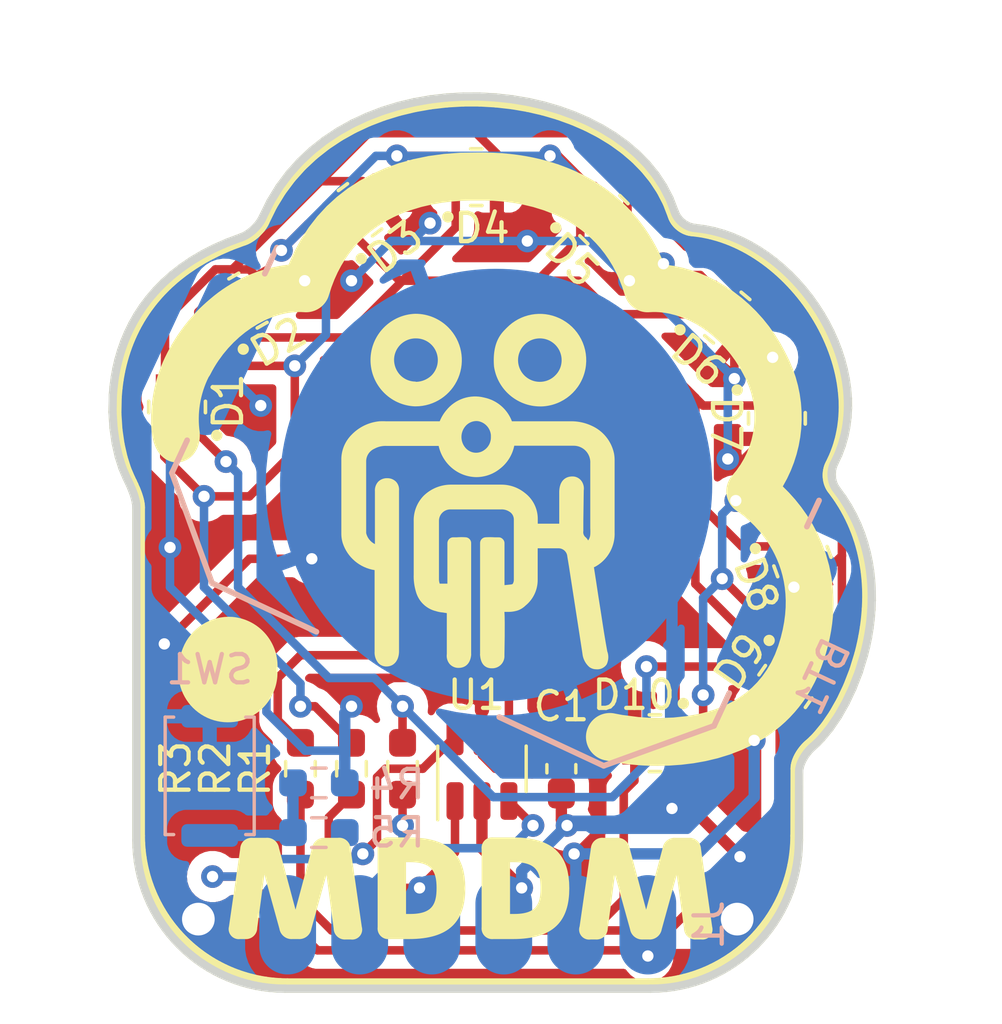
<source format=kicad_pcb>
(kicad_pcb (version 20240108) (generator "pcbnew") (generator_version "8.0")
  (layers (0 "F.Cu" signal) (31 "B.Cu" signal) (34 "B.Paste" user) (35 "F.Paste" user) (36 "B.SilkS" user "B.Silkscreen") (37 "F.SilkS" user "F.Silkscreen") (38 "B.Mask" user) (39 "F.Mask" user) (44 "Edge.Cuts" user))
  (net 0 "")
  (net 1 "+3V0")
  (net 2 "GND")
  (net 3 "/red")
  (net 4 "/green")
  (net 5 "/blue")
  (net 6 "/r_pin")
  (net 7 "/g_pin")
  (net 8 "/b_pin")
  (net 9 "/button")
  (net 11 "Net-(SW1-A)")
  (footprint "Capacitor_SMD:C_0603_1608Metric_Pad1.08x0.95mm_HandSolder" (layer "F.Cu") (at 149.8 104 -90)
    (property "Reference" "C1")
    (property "Value" "100n")
  )
  (footprint "Resistor_SMD:R_0603_1608Metric_Pad0.98x0.95mm_HandSolder" (layer "F.Cu") (at 144.2 104 90)
    (property "Reference" "R1")
    (property "Value" "220R")
  )
  (footprint "lib:LED_LTST-C19HE1WT" (layer "F.Cu") (at 146.8 83.15 90)
    (property "Reference" "D4")
    (property "Value" "LTST-C19HE1WT")
  )
  (footprint "Resistor_SMD:R_0603_1608Metric_Pad0.98x0.95mm_HandSolder" (layer "F.Cu") (at 140.6 104 -90)
    (property "Reference" "R3")
    (property "Value" "220R")
  )
  (footprint "lib:LED_LTST-C19HE1WT" (layer "F.Cu") (at 138.75 87.5 120)
    (property "Reference" "D2")
    (property "Value" "LTST-C19HE1WT")
  )
  (footprint "Package_TO_SOT_SMD:SOT-23-6" (layer "F.Cu") (at 147 104 90)
    (property "Reference" "U1")
    (property "Value" "PIC10F322-IOT")
  )
  (footprint "lib:LED_LTST-C19HE1WT" (layer "F.Cu") (at 157.4 91.65)
    (property "Reference" "D7")
    (property "Value" "LTST-C19HE1WT")
  )
  (footprint "lib:LED_LTST-C19HE1WT" (layer "F.Cu") (at 158.3 96.7 20)
    (property "Reference" "D8")
    (property "Value" "LTST-C19HE1WT")
  )
  (footprint "lib:LED_LTST-C19HE1WT" (layer "F.Cu") (at 155.65 88.1 50)
    (property "Reference" "D6")
    (property "Value" "LTST-C19HE1WT")
  )
  (footprint "Resistor_SMD:R_0603_1608Metric_Pad0.98x0.95mm_HandSolder" (layer "F.Cu") (at 142.4 104 90)
    (property "Reference" "R2")
    (property "Value" "47R")
  )
  (footprint "lib:LED_LTST-C19HE1WT" (layer "F.Cu") (at 153.1 103.1 -90)
    (property "Reference" "D10")
    (property "Value" "LTST-C19HE1WT")
  )
  (footprint "lib:LED_LTST-C19HE1WT" (layer "F.Cu") (at 136.25 91.25 180)
    (property "Reference" "D1")
    (property "Value" "LTST-C19HE1WT")
  )
  (footprint "lib:LED_LTST-C19HE1WT" (layer "F.Cu") (at 142.7 84.3 127)
    (property "Reference" "D3")
    (property "Value" "LTST-C19HE1WT")
  )
  (footprint "lib:LED_LTST-C19HE1WT" (layer "F.Cu") (at 151.3 84.65 45)
    (property "Reference" "D5")
    (property "Value" "LTST-C19HE1WT")
  )
  (footprint "lib:LED_LTST-C19HE1WT" (layer "F.Cu") (at 157.7 101.1 -35)
    (property "Reference" "D9")
    (property "Value" "LTST-C19HE1WT")
  )
  (footprint "Resistor_SMD:R_0603_1608Metric_Pad0.98x0.95mm_HandSolder" (layer "B.Cu") (at 141.25 104.5 180)
    (property "Reference" "R4")
    (property "Value" "4k7")
  )
  (footprint "Button_Switch_SMD:SW_Push_SPST_NO_Alps_SKRK" (layer "B.Cu") (at 137.4 104.25 90)
    (property "Reference" "SW1")
    (property "Value" "SKRKAEE020")
  )
  (footprint "lib:PinHeader_1x06_P2.54mm_Horizontal_SMD" (layer "B.Cu") (at 146.5 109.5 180)
    (property "Reference" "J1")
    (property "Value" "Conn_01x06" (hide yes))
  )
  (footprint "lib:CR2032_SMD" (layer "B.Cu") (at 147.5 94 -25)
    (property "Reference" "BT1")
    (property "Value" "2032")
  )
  (footprint "Resistor_SMD:R_0603_1608Metric_Pad0.98x0.95mm_HandSolder" (layer "B.Cu") (at 141.25 106.25)
    (property "Reference" "R5")
    (property "Value" "220R")
  )
  (gr_line (start 158.185271 104.053709) (end 158.193663 103.992119) (stroke (width 0.291041)) (layer "F.SilkS"))
  (gr_line (start 159.778668 92.27577) (end 159.845033 91.94885) (stroke (width 0.291041)) (layer "F.SilkS"))
  (gr_line (start 158.247259 103.805544) (end 158.273409 103.743769) (stroke (width 0.291041)) (layer "F.SilkS"))
  (gr_line (start 134.469742 93.741333) (end 134.525342 93.854792) (stroke (width 0.291041)) (layer "F.SilkS"))
  (gr_line (start 153.122326 83.07033) (end 152.811924 82.689151) (stroke (width 0.291041)) (layer "F.SilkS"))
  (gr_line (start 159.718007 91.00963) (end 159.691623 90.676147) (stroke (width 0.287072)) (layer "F.SilkS"))
  (gr_line (start 140.292437 83.203422) (end 139.94663 83.666287) (stroke (width 0.287072)) (layer "F.SilkS"))
  (gr_line (start 152.381546 82.515323) (end 152.002031 82.191592) (stroke (width 0.287072)) (layer "F.SilkS"))
  (gr_line (start 159.162692 93.540645) (end 159.172036 93.47989) (stroke (width 0.287072)) (layer "F.SilkS"))
  (gr_line (start 139.638841 84.16832) (end 139.371998 84.710033) (stroke (width 0.287072)) (layer "F.SilkS"))
  (gr_line (start 138.564653 85.252109) (end 138.507336 85.274024) (stroke (width 0.291041)) (layer "F.SilkS"))
  (gr_line (start 159.551056 102.147204) (end 159.820386 101.673952) (stroke (width 0.291041)) (layer "F.SilkS"))
  (gr_line (start 154.231413 85.051592) (end 154.175174 85.030305) (stroke (width 0.287072)) (layer "F.SilkS"))
  (gr_line (start 134.08586 92.516802) (end 134.193124 92.988846) (stroke (width 0.291041)) (layer "F.SilkS"))
  (gr_line (start 160.530434 97.371299) (end 160.496327 97.040433) (stroke (width 0.287072)) (layer "F.SilkS"))
  (gr_line (start 158.065128 103.755217) (end 158.08707 103.693878) (stroke (width 0.287072)) (layer "F.SilkS"))
  (gr_line (start 154.347152 85.081058) (end 154.28883 85.068583) (stroke (width 0.287072)) (layer "F.SilkS"))
  (gr_line (start 138.287059 111.443234) (end 138.529814 111.523554) (stroke (width 0.291041)) (layer "F.SilkS"))
  (gr_line (start 157.508641 108.602937) (end 157.61183 108.374045) (stroke (width 0.287072)) (layer "F.SilkS"))
  (gr_line (start 159.43459 94.05558) (end 159.407694 94.000681) (stroke (width 0.291041)) (layer "F.SilkS"))
  (gr_line (start 153.979906 84.675427) (end 153.939067 84.629573) (stroke (width 0.291041)) (layer "F.SilkS"))
  (gr_line (start 160.067259 101.153103) (end 160.285381 100.591213) (stroke (width 0.291041)) (layer "F.SilkS"))
  (gr_line (start 159.539821 94.47528) (end 159.323161 94.17698) (stroke (width 0.287072)) (layer "F.SilkS"))
  (gr_line (start 155.872341 110.855306) (end 156.077286 110.709248) (stroke (width 0.291041)) (layer "F.SilkS"))
  (gr_line (start 156.608697 85.859647) (end 156.314171 85.687087) (stroke (width 0.287072)) (layer "F.SilkS"))
  (gr_line (start 134.688633 93.878818) (end 134.746055 94.001738) (stroke (width 0.287072)) (layer "F.SilkS"))
  (gr_line (start 134.971741 94.73579) (end 134.974022 94.796521) (stroke (width 0.287072)) (layer "F.SilkS"))
  (gr_line (start 158.492353 103.398861) (end 158.535858 103.348518) (stroke (width 0.291041)) (layer "F.SilkS"))
  (gr_line (start 157.990441 106.891024) (end 158.010463 106.628606) (stroke (width 0.287072)) (layer "F.SilkS"))
  (gr_line (start 138.898979 85.264635) (end 138.843129 85.302512) (stroke (width 0.287072)) (layer "F.SilkS"))
  (gr_line (start 134.442925 89.356536) (end 134.35205 89.668641) (stroke (width 0.287072)) (layer "F.SilkS"))
  (gr_line (start 158.176548 106.51126) (end 158.182209 104.114489) (stroke (width 0.291041)) (layer "F.SilkS"))
  (gr_line (start 159.172036 93.47989) (end 159.185386 93.420272) (stroke (width 0.287072)) (layer "F.SilkS"))
  (gr_line (start 157.136761 109.251786) (end 157.270786 109.042132) (stroke (width 0.287072)) (layer "F.SilkS"))
  (gr_line (start 152.946572 111.75) (end 153.216127 111.743183) (stroke (width 0.291041)) (layer "F.SilkS"))
  (gr_line (start 160.537443 98.358129) (end 160.550217 98.030955) (stroke (width 0.287072)) (layer "F.SilkS"))
  (gr_line (start 134.940562 94.541386) (end 134.954629 94.607834) (stroke (width 0.287072)) (layer "F.SilkS"))
  (gr_line (start 158.025927 103.938658) (end 158.034205 103.877908) (stroke (width 0.287072)) (layer "F.SilkS"))
  (gr_line (start 159.597595 92.321328) (end 159.663056 91.998866) (stroke (width 0.287072)) (layer "F.SilkS"))
  (gr_line (start 155.535313 110.781913) (end 155.744537 110.647506) (stroke (width 0.287072)) (layer "F.SilkS"))
  (gr_line (start 158.951307 87.990091) (end 158.758532 87.689916) (stroke (width 0.291041)) (layer "F.SilkS"))
  (gr_line (start 158.329533 87.119451) (end 158.094794 86.851318) (stroke (width 0.291041)) (layer "F.SilkS"))
  (gr_line (start 156.274735 110.553727) (end 156.464363 110.389071) (stroke (width 0.291041)) (layer "F.SilkS"))
  (gr_line (start 137.93343 111.03455) (end 138.16389 111.136662) (stroke (width 0.287072)) (layer "F.SilkS"))
  (gr_line (start 139.85603 83.501074) (end 139.543986 84.010048) (stroke (width 0.291041)) (layer "F.SilkS"))
  (gr_line (start 158.273409 103.743769) (end 158.303107 103.68271) (stroke (width 0.291041)) (layer "F.SilkS"))
  (gr_line (start 158.2873 103.344912) (end 158.328821 103.292741) (stroke (width 0.287072)) (layer "F.SilkS"))
  (gr_line (start 134.669023 94.180377) (end 134.695471 94.249535) (stroke (width 0.291041)) (layer "F.SilkS"))
  (gr_line (start 137.067099 110.516049) (end 137.274508 110.661831) (stroke (width 0.287072)) (layer "F.SilkS"))
  (gr_line (start 152.002031 82.191592) (end 151.590236 81.894755) (stroke (width 0.287072)) (layer "F.SilkS"))
  (gr_line (start 158.535858 103.348518) (end 158.580417 103.301029) (stroke (width 0.291041)) (layer "F.SilkS"))
  (gr_line (start 156.507493 110.016533) (end 156.678144 109.837075) (stroke (width 0.287072)) (layer "F.SilkS"))
  (gr_line (start 134.010098 91.993819) (end 134.08586 92.516802) (stroke (width 0.291041)) (layer "F.SilkS"))
  (gr_line (start 158.034205 103.877908) (end 158.047389 103.816661) (stroke (width 0.287072)) (layer "F.SilkS"))
  (gr_poly (pts (xy 143.716837 106.417904) (xy 143.738242 106.419978) (xy 144.4251 106.419978) (xy 144.687236 106.427514) (xy 144.810373 106.436894) (xy 144.928318 106.44998) (xy 145.041144 106.466745) (xy 145.14892 106.487163) (xy 145.25172 106.511207) (xy 145.349613 106.53885) (xy 145.442671 106.570066) (xy 145.530967 106.604827) (xy 145.61457 106.643108) (xy 145.693554 106.684882) (xy 145.767988 106.730122) (xy 145.837945 106.778801) (xy 145.903496 106.830893) (xy 145.964712 106.886371) (xy 146.021664 106.945209) (xy 146.074425 107.007379) (xy 146.123065 107.072856) (xy 146.167656 107.141612) (xy 146.20827 107.213621) (xy 146.244977 107.288857) (xy 146.27785 107.367292) (xy 146.306959 107.4489) (xy 146.332376 107.533654) (xy 146.354172 107.621528) (xy 146.387188 107.806528) (xy 146.406579 108.003687) (xy 146.412916 108.212792) (xy 146.406483 108.421865) (xy 146.398343 108.521912) (xy 146.38683 108.618932) (xy 146.371879 108.7129) (xy 146.353424 108.803789) (xy 146.331396 108.891575) (xy 146.305731 108.976232) (xy 146.27636 109.057733) (xy 146.243219 109.136054) (xy 146.206239 109.21117) (xy 146.165354 109.283053) (xy 146.120498 109.35168) (xy 146.071605 109.417023) (xy 146.018607 109.479059) (xy 145.961437 109.53776) (xy 145.90003 109.593102) (xy 145.834319 109.645059) (xy 145.764237 109.693605) (xy 145.689717 109.738715) (xy 145.610693 109.780363) (xy 145.527098 109.818524) (xy 145.438866 109.853172) (xy 145.345929 109.884281) (xy 145.248222 109.911827) (xy 145.145678 109.935782) (xy 145.03823 109.956122) (xy 144.925812 109.972822) (xy 144.808356 109.985855) (xy 144.685797 109.995195) (xy 144.558067 110.000819) (xy 144.4251 110.002699) (xy 143.738242 110.002699) (xy 143.716786 110.004586) (xy 143.695383 110.005241) (xy 143.674081 110.004679) (xy 143.652927 110.002918) (xy 143.631971 109.999974) (xy 143.61126 109.995864) (xy 143.590843 109.990605) (xy 143.570767 109.984214) (xy 143.551082 109.976708) (xy 143.531834 109.968103) (xy 143.513072 109.958416) (xy 143.494845 109.947665) (xy 143.4772 109.935865) (xy 143.460185 109.923035) (xy 143.44385 109.90919) (xy 143.428241 109.894347) (xy 143.413508 109.878636) (xy 143.399777 109.862204) (xy 143.387066 109.8451) (xy 143.37539 109.827373) (xy 143.364766 109.809071) (xy 143.35521 109.790243) (xy 143.34674 109.770935) (xy 143.339371 109.751198) (xy 143.33312 109.731078) (xy 143.328003 109.710625) (xy 143.324038 109.689886) (xy 143.32124 109.66891) (xy 143.319626 109.647745) (xy 143.319212 109.626439) (xy 143.320016 109.605041) (xy 143.322053 109.583598) (xy 143.322053 107.293104) (xy 144.323235 107.293104) (xy 144.323235 109.117935) (xy 144.468756 109.117935) (xy 144.537749 109.117015) (xy 144.603438 109.114259) (xy 144.665896 109.109671) (xy 144.725197 109.103258) (xy 144.781414 109.095024) (xy 144.834619 109.084975) (xy 144.884885 109.073117) (xy 144.932286 109.059454) (xy 144.976894 109.043991) (xy 145.018784 109.026735) (xy 145.058026 109.007691) (xy 145.094695 108.986863) (xy 145.128864 108.964258) (xy 145.160605 108.93988) (xy 145.189992 108.913735) (xy 145.217098 108.885829) (xy 145.241995 108.856165) (xy 145.264757 108.824751) (xy 145.285456 108.791591) (xy 145.304166 108.75669) (xy 145.32096 108.720054) (xy 145.33591 108.681689) (xy 145.34909 108.641599) (xy 145.360572 108.599789) (xy 145.378738 108.511034) (xy 145.39099 108.415467) (xy 145.397913 108.313129) (xy 145.40009 108.204064) (xy 145.39791 108.095032) (xy 145.390973 107.992786) (xy 145.37868 107.897362) (xy 145.370339 107.852218) (xy 145.360436 107.808793) (xy 145.348895 107.76709) (xy 145.335643 107.727114) (xy 145.320605 107.688868) (xy 145.303705 107.652358) (xy 145.284871 107.617587) (xy 145.264025 107.58456) (xy 145.241096 107.553281) (xy 145.216006 107.523754) (xy 145.188683 107.495984) (xy 145.159051 107.469974) (xy 145.127036 107.445729) (xy 145.092564 107.423254) (xy 145.055559 107.402552) (xy 145.015946 107.383628) (xy 144.973653 107.366486) (xy 144.928603 107.35113) (xy 144.880722 107.337565) (xy 144.829935 107.325795) (xy 144.776169 107.315824) (xy 144.719348 107.307656) (xy 144.659398 107.301296) (xy 144.596244 107.296747) (xy 144.529811 107.294015) (xy 144.460025 107.293104) (xy 144.323235 107.293104) (xy 143.322053 107.293104) (xy 143.322053 106.836166) (xy 143.31998 106.814761) (xy 143.319146 106.793399) (xy 143.319535 106.772129) (xy 143.321129 106.750999) (xy 143.323913 106.730059) (xy 143.327869 106.709357) (xy 143.332981 106.688942) (xy 143.339232 106.668863) (xy 143.346605 106.649169) (xy 143.355084 106.629907) (xy 143.364652 106.611128) (xy 143.375292 106.592879) (xy 143.386988 106.57521) (xy 143.399722 106.558169) (xy 143.413479 106.541804) (xy 143.428241 106.526166) (xy 143.44388 106.511404) (xy 143.460244 106.497647) (xy 143.477285 106.484913) (xy 143.494954 106.473217) (xy 143.513203 106.462577) (xy 143.531983 106.453009) (xy 143.551244 106.44453) (xy 143.570939 106.437156) (xy 143.591019 106.430905) (xy 143.611434 106.425793) (xy 143.632136 106.421837) (xy 143.653076 106.419053) (xy 143.674205 106.417459) (xy 143.695475 106.41707)) (fill solid) (layer "F.SilkS"))
  (gr_line (start 160.544884 99.685763) (end 160.610191 99.370527) (stroke (width 0.291041)) (layer "F.SilkS"))
  (gr_line (start 158.386695 87.511398) (end 158.168221 87.235322) (stroke (width 0.287072)) (layer "F.SilkS"))
  (gr_line (start 157.660834 108.782471) (end 157.76545 108.550414) (stroke (width 0.291041)) (layer "F.SilkS"))
  (gr_line (start 139.535641 111.724365) (end 139.793652 111.743562) (stroke (width 0.291041)) (layer "F.SilkS"))
  (gr_line (start 137.363729 111.006825) (end 137.58655 111.132841) (stroke (width 0.291041)) (layer "F.SilkS"))
  (gr_line (start 160.496327 97.040433) (end 160.44504 96.709952) (stroke (width 0.287072)) (layer "F.SilkS"))
  (gr_line (start 136.548143 86.465116) (end 136.224744 86.717539) (stroke (width 0.287072)) (layer "F.SilkS"))
  (gr_line (start 158.371724 103.563966) (end 158.409929 103.506891) (stroke (width 0.291041)) (layer "F.SilkS"))
  (gr_line (start 135.030652 107.125744) (end 135.074229 107.375488) (stroke (width 0.287072)) (layer "F.SilkS"))
  (gr_line (start 137.57309 85.652008) (end 137.154747 85.866134) (stroke (width 0.291041)) (layer "F.SilkS"))
  (gr_line (start 158.758532 87.689916) (end 158.551026 87.399343) (stroke (width 0.291041)) (layer "F.SilkS"))
  (gr_line (start 135.367361 108.340132) (end 135.469473 108.570593) (stroke (width 0.287072)) (layer "F.SilkS"))
  (gr_line (start 154.394309 111.297688) (end 154.634093 111.21645) (stroke (width 0.287072)) (layer "F.SilkS"))
  (gr_line (start 154.503447 111.514477) (end 154.746545 111.432115) (stroke (width 0.291041)) (layer "F.SilkS"))
  (gr_line (start 156.84012 109.649582) (end 156.993099 109.454377) (stroke (width 0.287072)) (layer "F.SilkS"))
  (gr_line (start 156.449851 85.549812) (end 156.143212 85.39417) (stroke (width 0.291041)) (layer "F.SilkS"))
  (gr_line (start 154.634093 111.21645) (end 154.868406 111.123928) (stroke (width 0.287072)) (layer "F.SilkS"))
  (gr_line (start 159.231681 94.022717) (end 159.209121 93.966336) (stroke (width 0.287072)) (layer "F.SilkS"))
  (gr_line (start 158.209837 103.455594) (end 158.247522 103.399297) (stroke (width 0.287072)) (layer "F.SilkS"))
  (gr_line (start 133.985485 90.833818) (end 133.973938 91.429592) (stroke (width 0.291041)) (layer "F.SilkS"))
  (gr_line (start 136.001068 109.831349) (end 136.169936 110.027365) (stroke (width 0.291041)) (layer "F.SilkS"))
  (gr_line (start 155.182476 85.05385) (end 154.851102 84.986205) (stroke (width 0.291041)) (layer "F.SilkS"))
  (gr_line (start 154.255126 111.585071) (end 154.503447 111.514477) (stroke (width 0.291041)) (layer "F.SilkS"))
  (gr_line (start 156.993099 109.454377) (end 157.136761 109.251786) (stroke (width 0.287072)) (layer "F.SilkS"))
  (gr_line (start 134.583557 93.979411) (end 134.641297 94.112041) (stroke (width 0.291041)) (layer "F.SilkS"))
  (gr_line (start 139.279822 111.692588) (end 139.535641 111.724365) (stroke (width 0.291041)) (layer "F.SilkS"))
  (gr_line (start 153.482084 111.722953) (end 153.74412 111.689638) (stroke (width 0.291041)) (layer "F.SilkS"))
  (gr_line (start 158.82079 103.079085) (end 158.970203 102.924701) (stroke (width 0.291041)) (layer "F.SilkS"))
  (gr_poly (pts (xy 147.41 82.288804) (xy 147.69545 82.30489) (xy 147.976226 82.329673) (xy 148.252204 82.363074) (xy 148.523259 82.405015) (xy 148.789265 82.455415) (xy 149.050096 82.514194) (xy 149.305628 82.581275) (xy 149.555736 82.656577) (xy 149.800294 82.74002) (xy 150.039177 82.831526) (xy 150.27226 82.931016) (xy 150.499417 83.038408) (xy 150.720524 83.153625) (xy 150.935455 83.276587) (xy 151.144084 83.407214) (xy 151.346288 83.545428) (xy 151.541939 83.691147) (xy 151.730914 83.844294) (xy 151.913087 84.004789) (xy 152.088332 84.172553) (xy 152.256524 84.347505) (xy 152.417539 84.529567) (xy 152.571251 84.718659) (xy 152.717535 84.914702) (xy 152.856265 85.117616) (xy 152.987316 85.327322) (xy 153.110564 85.543741) (xy 153.225882 85.766793) (xy 153.333146 85.996398) (xy 153.43223 86.232479) (xy 153.591798 86.250514) (xy 153.751165 86.274548) (xy 154.068707 86.340249) (xy 154.383665 86.428861) (xy 154.69485 86.539664) (xy 155.001072 86.671937) (xy 155.301143 86.824959) (xy 155.593872 86.99801) (xy 155.87807 87.19037) (xy 156.152548 87.401317) (xy 156.416116 87.630132) (xy 156.667585 87.876094) (xy 156.905765 88.138483) (xy 157.129467 88.416578) (xy 157.337501 88.709658) (xy 157.528678 89.017003) (xy 157.701809 89.337893) (xy 157.841415 89.618578) (xy 157.961543 89.905553) (xy 158.062212 90.197864) (xy 158.14344 90.494559) (xy 158.205246 90.794685) (xy 158.24765 91.097287) (xy 158.27067 91.401414) (xy 158.274324 91.706111) (xy 158.258632 92.010426) (xy 158.223613 92.313406) (xy 158.169285 92.614096) (xy 158.095668 92.911545) (xy 158.002779 93.204798) (xy 157.890639 93.492904) (xy 157.759265 93.774908) (xy 157.608677 94.049857) (xy 157.827384 94.268562) (xy 158.044688 94.510823) (xy 158.257208 94.776318) (xy 158.461565 95.064729) (xy 158.654376 95.375735) (xy 158.832262 95.709016) (xy 158.991841 96.064254) (xy 159.129733 96.441128) (xy 159.242556 96.839319) (xy 159.326931 97.258506) (xy 159.379475 97.698371) (xy 159.396809 98.158593) (xy 159.375552 98.638852) (xy 159.349395 98.886396) (xy 159.312322 99.138829) (xy 159.263911 99.396112) (xy 159.203739 99.658205) (xy 159.131384 99.925067) (xy 159.046422 100.196658) (xy 158.950021 100.464367) (xy 158.843905 100.719775) (xy 158.728487 100.96313) (xy 158.604182 101.194681) (xy 158.471403 101.41468) (xy 158.330565 101.623374) (xy 158.182082 101.821014) (xy 158.026368 102.007848) (xy 157.863836 102.184126) (xy 157.694902 102.350097) (xy 157.519979 102.506012) (xy 157.339481 102.652119) (xy 157.153822 102.788667) (xy 156.963417 102.915907) (xy 156.570022 103.143456) (xy 156.16261 103.336763) (xy 155.744492 103.497822) (xy 155.318982 103.628629) (xy 154.889392 103.731179) (xy 154.459034 103.807466) (xy 154.031221 103.859487) (xy 153.609266 103.889237) (xy 153.196481 103.89871) (xy 152.960226 103.896464) (xy 152.724261 103.887658) (xy 152.488724 103.872308) (xy 152.25375 103.850428) (xy 152.019476 103.822032) (xy 151.78604 103.787136) (xy 151.553576 103.745753) (xy 151.322223 103.697898) (xy 151.28025 103.687229) (xy 151.239308 103.674587) (xy 151.199437 103.660034) (xy 151.160677 103.643633) (xy 151.123068 103.625448) (xy 151.08665 103.605542) (xy 151.051462 103.583978) (xy 151.017545 103.560819) (xy 150.984937 103.536129) (xy 150.95368 103.509971) (xy 150.923812 103.482408) (xy 150.895374 103.453503) (xy 150.868405 103.42332) (xy 150.842945 103.391921) (xy 150.819034 103.359371) (xy 150.796713 103.325731) (xy 150.776019 103.291066) (xy 150.756994 103.255438) (xy 150.739678 103.218911) (xy 150.724109 103.181549) (xy 150.710328 103.143413) (xy 150.698375 103.104568) (xy 150.688289 103.065077) (xy 150.680111 103.025002) (xy 150.67388 102.984408) (xy 150.669636 102.943357) (xy 150.667418 102.901913) (xy 150.667267 102.860138) (xy 150.669223 102.818097) (xy 150.673324 102.775851) (xy 150.679612 102.733466) (xy 150.688125 102.691003) (xy 150.698774 102.649024) (xy 150.711396 102.608076) (xy 150.72593 102.568198) (xy 150.742312 102.52943) (xy 150.760478 102.491812) (xy 150.780367 102.455384) (xy 150.801914 102.420185) (xy 150.825055 102.386257) (xy 150.84973 102.353637) (xy 150.875872 102.322367) (xy 150.903421 102.292486) (xy 150.932312 102.264033) (xy 150.962482 102.23705) (xy 150.993868 102.211575) (xy 151.026407 102.187648) (xy 151.060036 102.16531) (xy 151.094691 102.144599) (xy 151.130309 102.125557) (xy 151.166827 102.108223) (xy 151.204182 102.092636) (xy 151.242311 102.078837) (xy 151.28115 102.066865) (xy 151.320637 102.05676) (xy 151.360707 102.048562) (xy 151.401298 102.042311) (xy 151.442347 102.038047) (xy 151.48379 102.035809) (xy 151.525565 102.035638) (xy 151.567607 102.037573) (xy 151.609854 102.041654) (xy 151.652243 102.047921) (xy 151.69471 102.056414) (xy 151.951618 102.104982) (xy 152.517223 102.177015) (xy 152.888192 102.202646) (xy 153.303223 102.211121) (xy 153.751277 102.194767) (xy 154.221318 102.14591) (xy 154.702306 102.056875) (xy 154.943456 101.994893) (xy 155.183205 101.919989) (xy 155.420171 101.831203) (xy 155.652976 101.727577) (xy 155.88024 101.608151) (xy 156.100583 101.471966) (xy 156.312625 101.318063) (xy 156.514987 101.145482) (xy 156.706289 100.953265) (xy 156.88515 100.740451) (xy 157.050193 100.506082) (xy 157.200036 100.249199) (xy 157.3333 99.968841) (xy 157.448606 99.664051) (xy 157.536442 99.375388) (xy 157.605283 99.096015) (xy 157.656172 98.825911) (xy 157.690153 98.565057) (xy 157.708268 98.31343) (xy 157.71156 98.07101) (xy 157.701072 97.837776) (xy 157.677846 97.613709) (xy 157.642927 97.398785) (xy 157.597356 97.192986) (xy 157.542176 96.996291) (xy 157.478431 96.808677) (xy 157.407164 96.630126) (xy 157.329416 96.460615) (xy 157.246232 96.300124) (xy 157.158655 96.148632) (xy 157.067726 96.00612) (xy 156.974489 95.872564) (xy 156.879987 95.747946) (xy 156.785263 95.632244) (xy 156.599319 95.427505) (xy 156.425002 95.258182) (xy 156.270653 95.124107) (xy 156.144618 95.025115) (xy 156.010858 94.931715) (xy 155.972741 94.90637) (xy 155.936247 94.879138) (xy 155.901429 94.850101) (xy 155.868342 94.819342) (xy 155.83704 94.786942) (xy 155.807576 94.752983) (xy 155.780004 94.717546) (xy 155.754377 94.680715) (xy 155.73075 94.642569) (xy 155.709177 94.603193) (xy 155.68971 94.562666) (xy 155.672405 94.521072) (xy 155.657314 94.478491) (xy 155.644491 94.435006) (xy 155.633991 94.390699) (xy 155.625866 94.345652) (xy 155.620201 94.30023) (xy 155.617024 94.254806) (xy 155.61631 94.209476) (xy 155.618029 94.164333) (xy 155.622157 94.119471) (xy 155.628666 94.074985) (xy 155.637528 94.030969) (xy 155.648717 93.987517) (xy 155.662207 93.944723) (xy 155.677969 93.902681) (xy 155.695978 93.861486) (xy 155.716206 93.821232) (xy 155.738626 93.782012) (xy 155.763211 93.743921) (xy 155.789935 93.707054) (xy 155.81877 93.671503) (xy 155.975655 93.482321) (xy 156.115531 93.283626) (xy 156.238279 93.076491) (xy 156.343778 92.861987) (xy 156.431906 92.641186) (xy 156.502545 92.415161) (xy 156.555572 92.184982) (xy 156.590868 91.951721) (xy 156.608311 91.716452) (xy 156.60778 91.480244) (xy 156.589157 91.244171) (xy 156.552318 91.009304) (xy 156.497145 90.776714) (xy 156.423516 90.547474) (xy 156.331311 90.322656) (xy 156.220409 90.103331) (xy 156.0831 89.853712) (xy 155.930674 89.615109) (xy 155.764384 89.388375) (xy 155.585483 89.174363) (xy 155.395224 88.973925) (xy 155.194862 88.787914) (xy 154.985649 88.617183) (xy 154.768838 88.462584) (xy 154.545684 88.32497) (xy 154.31744 88.205194) (xy 154.085358 88.104108) (xy 153.850693 88.022565) (xy 153.614698 87.961418) (xy 153.496593 87.93876) (xy 153.378626 87.921519) (xy 153.260953 87.909805) (xy 153.143731 87.903722) (xy 153.027116 87.903377) (xy 152.911265 87.908878) (xy 152.874093 87.911184) (xy 152.837148 87.911843) (xy 152.800471 87.910884) (xy 152.764105 87.908336) (xy 152.728088 87.904226) (xy 152.692464 87.898582) (xy 152.657272 87.891433) (xy 152.622554 87.882808) (xy 152.588351 87.872735) (xy 152.554704 87.861241) (xy 152.521653 87.848356) (xy 152.489241 87.834107) (xy 152.457507 87.818523) (xy 152.426493 87.801633) (xy 152.39624 87.783464) (xy 152.36679 87.764044) (xy 152.338182 87.743403) (xy 152.310459 87.721569) (xy 152.28366 87.698569) (xy 152.257828 87.674432) (xy 152.233003 87.649187) (xy 152.209226 87.622862) (xy 152.186539 87.595484) (xy 152.164981 87.567083) (xy 152.144596 87.537687) (xy 152.125422 87.507323) (xy 152.107502 87.476021) (xy 152.090876 87.443809) (xy 152.075586 87.410714) (xy 152.061673 87.376766) (xy 152.049177 87.341992) (xy 152.038139 87.306421) (xy 151.947169 87.025094) (xy 151.844447 86.759798) (xy 151.730688 86.510072) (xy 151.606607 86.275457) (xy 151.472919 86.055493) (xy 151.330339 85.84972) (xy 151.17958 85.657678) (xy 151.021358 85.478907) (xy 150.856387 85.312947) (xy 150.685382 85.159339) (xy 150.509057 85.017622) (xy 150.328127 84.887336) (xy 150.143308 84.768023) (xy 149.955312 84.65922) (xy 149.764856 84.56047) (xy 149.572653 84.471312) (xy 149.185867 84.319931) (xy 148.800671 84.201399) (xy 148.422782 84.112037) (xy 148.057918 84.048164) (xy 147.711795 84.006103) (xy 147.390131 83.982174) (xy 147.098642 83.972698) (xy 146.843046 83.973994) (xy 146.578295 83.973657) (xy 146.278926 83.983846) (xy 145.950566 84.008265) (xy 145.598843 84.05062) (xy 145.229385 84.114616) (xy 144.847819 84.203957) (xy 144.459773 84.322349) (xy 144.265079 84.393596) (xy 144.070874 84.473495) (xy 143.877864 84.562509) (xy 143.68675 84.661101) (xy 143.498238 84.769734) (xy 143.313029 84.888871) (xy 143.131828 85.018976) (xy 142.955338 85.160512) (xy 142.784262 85.31394) (xy 142.619304 85.479726) (xy 142.461167 85.658331) (xy 142.310556 85.850219) (xy 142.168172 86.055853) (xy 142.03472 86.275696) (xy 141.910903 86.510212) (xy 141.797424 86.759862) (xy 141.694988 87.025111) (xy 141.604297 87.306421) (xy 141.593086 87.341862) (xy 141.580435 87.376509) (xy 141.566385 87.410335) (xy 141.550975 87.443311) (xy 141.534246 87.475409) (xy 141.516237 87.506603) (xy 141.496991 87.536864) (xy 141.476546 87.566165) (xy 141.432222 87.621772) (xy 141.383588 87.673204) (xy 141.330968 87.720236) (xy 141.274683 87.762648) (xy 141.215056 87.800216) (xy 141.152409 87.832717) (xy 141.087065 87.85993) (xy 141.019346 87.881632) (xy 140.984697 87.890347) (xy 140.949575 87.8976) (xy 140.914021 87.903364) (xy 140.878074 87.907612) (xy 140.841775 87.910315) (xy 140.805165 87.911445) (xy 140.768284 87.910976) (xy 140.731172 87.908878) (xy 140.615305 87.903377) (xy 140.498643 87.903722) (xy 140.381345 87.909805) (xy 140.263573 87.92152) (xy 140.145484 87.93876) (xy 140.02724 87.961419) (xy 139.909001 87.98939) (xy 139.790925 88.022566) (xy 139.673174 88.060841) (xy 139.555906 88.104109) (xy 139.439283 88.152262) (xy 139.323462 88.205195) (xy 139.094873 88.324971) (xy 138.871416 88.462585) (xy 138.654371 88.617183) (xy 138.445017 88.787915) (xy 138.244633 88.973925) (xy 138.054498 89.174363) (xy 137.875891 89.388375) (xy 137.710091 89.615109) (xy 137.632393 89.73298) (xy 137.558377 89.853712) (xy 137.488201 89.977198) (xy 137.422027 90.103331) (xy 137.415079 90.115765) (xy 137.407929 90.128081) (xy 137.400581 90.140277) (xy 137.393035 90.152351) (xy 137.385293 90.1643) (xy 137.377358 90.176123) (xy 137.369229 90.187816) (xy 137.360909 90.199376) (xy 137.306923 90.31354) (xy 137.257441 90.429376) (xy 137.212484 90.546753) (xy 137.172073 90.665536) (xy 137.136231 90.785594) (xy 137.104977 90.906792) (xy 137.078333 91.028998) (xy 137.056321 91.15208) (xy 137.038961 91.275903) (xy 137.026275 91.400335) (xy 137.018284 91.525243) (xy 137.015009 91.650493) (xy 137.016471 91.775954) (xy 137.022692 91.901492) (xy 137.033693 92.026973) (xy 137.049495 92.152265) (xy 137.051954 92.26855) (xy 137.044988 92.378827) (xy 137.029181 92.482935) (xy 137.005117 92.580716) (xy 136.973381 92.672011) (xy 136.934558 92.756659) (xy 136.889233 92.834503) (xy 136.83799 92.905381) (xy 136.781413 92.969136) (xy 136.720087 93.025607) (xy 136.654597 93.074636) (xy 136.585528 93.116063) (xy 136.513464 93.149728) (xy 136.438989 93.175473) (xy 136.362688 93.193137) (xy 136.285147 93.202563) (xy 136.206949 93.203589) (xy 136.128679 93.196058) (xy 136.050921 93.179809) (xy 135.974261 93.154683) (xy 135.899283 93.120521) (xy 135.826571 93.077164) (xy 135.75671 93.024453) (xy 135.690285 92.962227) (xy 135.62788 92.890327) (xy 135.57008 92.808595) (xy 135.51747 92.716871) (xy 135.470634 92.614995) (xy 135.430156 92.502809) (xy 135.396622 92.380152) (xy 135.370616 92.246866) (xy 135.352722 92.102791) (xy 135.340445 91.924035) (xy 135.334542 91.745355) (xy 135.334979 91.566914) (xy 135.341725 91.388877) (xy 135.354745 91.211408) (xy 135.374009 91.034672) (xy 135.399483 90.858832) (xy 135.431133 90.684053) (xy 135.468928 90.510499) (xy 135.512835 90.338334) (xy 135.562821 90.167723) (xy 135.618853 89.998829) (xy 135.680899 89.831817) (xy 135.748926 89.666851) (xy 135.8229 89.504095) (xy 135.90279 89.343714) (xy 135.973077 89.209363) (xy 136.046641 89.076972) (xy 136.123439 88.946597) (xy 136.203426 88.818293) (xy 136.286558 88.692118) (xy 136.37279 88.568126) (xy 136.462077 88.446375) (xy 136.554376 88.32692) (xy 136.649641 88.209817) (xy 136.747829 88.095123) (xy 136.848895 87.982893) (xy 136.952794 87.873184) (xy 137.059482 87.766051) (xy 137.168914 87.661551) (xy 137.281047 87.559741) (xy 137.395834 87.460675) (xy 137.395835 87.460674) (xy 137.544772 87.335809) (xy 137.697939 87.216971) (xy 137.855147 87.104243) (xy 138.01621 86.997707) (xy 138.180938 86.897447) (xy 138.349145 86.803545) (xy 138.52064 86.716084) (xy 138.695238 86.635147) (xy 138.872748 86.560818) (xy 139.052985 86.493179) (xy 139.235758 86.432312) (xy 139.420881 86.378302) (xy 139.608165 86.331231) (xy 139.797422 86.291181) (xy 139.988464 86.258236) (xy 140.181103 86.232479) (xy 140.387459 85.766825) (xy 140.626089 85.327442) (xy 140.896046 84.914951) (xy 141.196383 84.529976) (xy 141.526154 84.173139) (xy 141.884412 83.845062) (xy 142.270211 83.546368) (xy 142.682605 83.277679) (xy 143.120647 83.039617) (xy 143.58339 82.832806) (xy 144.069889 82.657867) (xy 144.579196 82.515422) (xy 145.110366 82.406096) (xy 145.662451 82.330508) (xy 146.234506 82.289284) (xy 146.825583 82.283044) (xy 147.120003 82.281496)) (fill solid) (layer "F.SilkS"))
  (gr_poly (pts (xy 144.739805 87.967128) (xy 144.821105 87.973295) (xy 144.901697 87.983468) (xy 144.981442 87.99759) (xy 145.060203 88.015604) (xy 145.13784 88.03745) (xy 145.214217 88.063071) (xy 145.289195 88.09241) (xy 145.362636 88.125407) (xy 145.434402 88.162006) (xy 145.504356 88.202148) (xy 145.572358 88.245775) (xy 145.638272 88.29283) (xy 145.701959 88.343253) (xy 145.763281 88.396988) (xy 145.8221 88.453977) (xy 145.904779 88.544439) (xy 145.979711 88.63985) (xy 146.046802 88.739732) (xy 146.105962 88.84361) (xy 146.157099 88.951007) (xy 146.200121 89.061449) (xy 146.234936 89.174458) (xy 146.261453 89.289559) (xy 146.27958 89.406275) (xy 146.289226 89.524132) (xy 146.290298 89.642652) (xy 146.282705 89.76136) (xy 146.266356 89.87978) (xy 146.241158 89.997435) (xy 146.207021 90.11385) (xy 146.163851 90.228549) (xy 146.112226 90.339699) (xy 146.053049 90.445605) (xy 145.986726 90.545998) (xy 145.913659 90.640612) (xy 145.834253 90.729178) (xy 145.748912 90.811428) (xy 145.65804 90.887095) (xy 145.56204 90.955909) (xy 145.461318 91.017604) (xy 145.356275 91.071911) (xy 145.247317 91.118562) (xy 145.134848 91.15729) (xy 145.019271 91.187826) (xy 144.90099 91.209902) (xy 144.78041 91.22325) (xy 144.657933 91.227603) (xy 144.625919 91.227603) (xy 144.544531 91.221747) (xy 144.464338 91.211993) (xy 144.38543 91.198438) (xy 144.307901 91.181178) (xy 144.231841 91.160312) (xy 144.157344 91.135935) (xy 144.0845 91.108144) (xy 144.013403 91.077038) (xy 143.944144 91.042713) (xy 143.876816 91.005265) (xy 143.811509 90.964793) (xy 143.748318 90.921392) (xy 143.687332 90.875161) (xy 143.628646 90.826196) (xy 143.57235 90.774594) (xy 143.518537 90.720452) (xy 143.467298 90.663867) (xy 143.418726 90.604936) (xy 143.372914 90.543757) (xy 143.329952 90.480426) (xy 143.289933 90.41504) (xy 143.252949 90.347697) (xy 143.219093 90.278493) (xy 143.188455 90.207526) (xy 143.161129 90.134892) (xy 143.137207 90.060688) (xy 143.116779 89.985012) (xy 143.099939 89.907961) (xy 143.086779 89.829631) (xy 143.07739 89.75012) (xy 143.071865 89.669525) (xy 143.070296 89.587943) (xy 143.070437 89.583218) (xy 143.901225 89.583218) (xy 143.902175 89.62139) (xy 143.904956 89.659314) (xy 143.909543 89.696929) (xy 143.915912 89.734176) (xy 143.924038 89.770993) (xy 143.933897 89.807321) (xy 143.945464 89.843099) (xy 143.958715 89.878266) (xy 143.973626 89.912762) (xy 143.990172 89.946527) (xy 144.008328 89.9795) (xy 144.028071 90.011621) (xy 144.049376 90.04283) (xy 144.072218 90.073066) (xy 144.096573 90.102268) (xy 144.122417 90.130377) (xy 144.149527 90.156489) (xy 144.177779 90.18111) (xy 144.207109 90.204214) (xy 144.237454 90.225774) (xy 144.268753 90.245763) (xy 144.300942 90.264156) (xy 144.333957 90.280926) (xy 144.367737 90.296046) (xy 144.402218 90.309491) (xy 144.437337 90.321235) (xy 144.473032 90.331249) (xy 144.509239 90.33951) (xy 144.545895 90.345989) (xy 144.582939 90.350661) (xy 144.620305 90.3535) (xy 144.657933 90.354478) (xy 144.669574 90.36321) (xy 144.707667 90.361899) (xy 144.745507 90.358813) (xy 144.783037 90.353973) (xy 144.8202 90.347403) (xy 144.85694 90.339126) (xy 144.893198 90.329165) (xy 144.928917 90.317543) (xy 144.964041 90.304283) (xy 144.998513 90.289408) (xy 145.032274 90.272942) (xy 145.065269 90.254908) (xy 145.097439 90.235328) (xy 145.128728 90.214226) (xy 145.159078 90.191625) (xy 145.188432 90.167547) (xy 145.216734 90.142017) (xy 145.256244 90.099895) (xy 145.292119 90.055389) (xy 145.324314 90.008724) (xy 145.352783 89.960124) (xy 145.377479 89.909816) (xy 145.398357 89.858024) (xy 145.415371 89.804974) (xy 145.428474 89.750891) (xy 145.437621 89.696001) (xy 145.442765 89.640527) (xy 145.443861 89.584697) (xy 145.440863 89.528734) (xy 145.433725 89.472864) (xy 145.4224 89.417313) (xy 145.406843 89.362305) (xy 145.387008 89.308067) (xy 145.363159 89.255469) (xy 145.335719 89.20532) (xy 145.304878 89.157749) (xy 145.270827 89.112884) (xy 145.233756 89.070853) (xy 145.193857 89.031785) (xy 145.15132 88.995808) (xy 145.106335 88.963052) (xy 145.059093 88.933643) (xy 145.009785 88.907712) (xy 144.958601 88.885385) (xy 144.905732 88.866793) (xy 144.851368 88.852063) (xy 144.795701 88.841324) (xy 144.73892 88.834704) (xy 144.681217 88.832331) (xy 144.681217 88.832329) (xy 144.643152 88.832259) (xy 144.6053 88.834082) (xy 144.567726 88.837775) (xy 144.530494 88.843311) (xy 144.493668 88.850666) (xy 144.457315 88.859815) (xy 144.421498 88.870732) (xy 144.386283 88.883392) (xy 144.351733 88.897771) (xy 144.317914 88.913843) (xy 144.284891 88.931584) (xy 144.252728 88.950967) (xy 144.221489 88.971968) (xy 144.191241 88.994562) (xy 144.162047 89.018724) (xy 144.133972 89.044429) (xy 144.107219 89.071506) (xy 144.081965 89.099761) (xy 144.058238 89.129129) (xy 144.036064 89.159546) (xy 144.015472 89.190949) (xy 143.996489 89.223275) (xy 143.979143 89.256458) (xy 143.963461 89.290437) (xy 143.949471 89.325146) (xy 143.937201 89.360522) (xy 143.926677 89.396501) (xy 143.917927 89.43302) (xy 143.91098 89.470015) (xy 143.905862 89.507422) (xy 143.902601 89.545178) (xy 143.901225 89.583218) (xy 143.070437 89.583218) (xy 143.072738 89.506381) (xy 143.079126 89.42585) (xy 143.089365 89.346444) (xy 143.103363 89.26826) (xy 143.121027 89.191393) (xy 143.142263 89.11594) (xy 143.166979 89.041997) (xy 143.195081 88.96966) (xy 143.226476 88.899025) (xy 143.261071 88.830187) (xy 143.298774 88.763244) (xy 143.33949 88.69829) (xy 143.383128 88.635422) (xy 143.429593 88.574737) (xy 143.478792 88.51633) (xy 143.530634 88.460296) (xy 143.585023 88.406734) (xy 143.641868 88.355737) (xy 143.701076 88.307403) (xy 143.762552 88.261827) (xy 143.826205 88.219105) (xy 143.891941 88.179334) (xy 143.959666 88.142609) (xy 144.029289 88.109027) (xy 144.100715 88.078683) (xy 144.173851 88.051675) (xy 144.248606 88.028096) (xy 144.324884 88.008045) (xy 144.402594 87.991616) (xy 144.481642 87.978906) (xy 144.561936 87.970011) (xy 144.643381 87.965027) (xy 144.657933 87.965027)) (fill solid) (layer "F.SilkS"))
  (gr_line (start 158.415684 103.196242) (end 158.460323 103.152517) (stroke (width 0.287072)) (layer "F.SilkS"))
  (gr_line (start 157.912188 107.404089) (end 157.957575 107.149627) (stroke (width 0.287072)) (layer "F.SilkS"))
  (gr_line (start 134.972672 107.788198) (end 135.041123 108.034863) (stroke (width 0.291041)) (layer "F.SilkS"))
  (gr_line (start 140.592779 82.601738) (end 140.206618 83.031811) (stroke (width 0.291041)) (layer "F.SilkS"))
  (gr_line (start 156.818855 110.033671) (end 156.98307 109.843586) (stroke (width 0.291041)) (layer "F.SilkS"))
  (gr_line (start 154.016283 84.942857) (end 153.967512 84.906575) (stroke (width 0.287072)) (layer "F.SilkS"))
  (gr_line (start 148.071316 80.405423) (end 147.498926 80.341266) (stroke (width 0.291041)) (layer "F.SilkS"))
  (gr_line (start 140.141335 111.53) (end 152.858664 111.53) (stroke (width 0.287072)) (layer "F.SilkS"))
  (gr_line (start 160.277978 99.935134) (end 160.353364 99.630276) (stroke (width 0.287072)) (layer "F.SilkS"))
  (gr_line (start 134.518561 88.640153) (end 134.387384 88.954167) (stroke (width 0.291041)) (layer "F.SilkS"))
  (gr_line (start 159.722529 91.341953) (end 159.718007 91.00963) (stroke (width 0.287072)) (layer "F.SilkS"))
  (gr_line (start 157.78513 107.899295) (end 157.8546 107.654087) (stroke (width 0.287072)) (layer "F.SilkS"))
  (gr_line (start 155.064079 85.197889) (end 154.737224 85.131166) (stroke (width 0.287072)) (layer "F.SilkS"))
  (gr_line (start 139.273454 84.55925) (end 139.24699 84.614669) (stroke (width 0.291041)) (layer "F.SilkS"))
  (gr_line (start 160.287824 96.053382) (end 160.180343 95.728908) (stroke (width 0.287072)) (layer "F.SilkS"))
  (gr_line (start 136.936689 110.722031) (end 137.146966 110.869829) (stroke (width 0.291041)) (layer "F.SilkS"))
  (gr_line (start 159.365979 93.884478) (end 159.351168 93.823933) (stroke (width 0.291041)) (layer "F.SilkS"))
  (gr_line (start 160.470449 99.003129) (end 160.510595 98.682457) (stroke (width 0.287072)) (layer "F.SilkS"))
  (gr_line (start 158.182209 104.114489) (end 158.185271 104.053709) (stroke (width 0.291041)) (layer "F.SilkS"))
  (gr_line (start 149.149588 80.831857) (end 148.605627 80.707117) (stroke (width 0.287072)) (layer "F.SilkS"))
  (gr_line (start 158.022907 103.998609) (end 158.025927 103.938658) (stroke (width 0.287072)) (layer "F.SilkS"))
  (gr_line (start 153.74412 111.689638) (end 154.001909 111.643567) (stroke (width 0.291041)) (layer "F.SilkS"))
  (gr_line (start 152.858664 111.53) (end 153.124544 111.523276) (stroke (width 0.287072)) (layer "F.SilkS"))
  (gr_line (start 134.742987 94.388744) (end 134.763282 94.458008) (stroke (width 0.291041)) (layer "F.SilkS"))
  (gr_line (start 138.023615 85.454234) (end 137.57309 85.652008) (stroke (width 0.291041)) (layer "F.SilkS"))
  (gr_line (start 138.843129 85.302512) (end 138.786602 85.336832) (stroke (width 0.287072)) (layer "F.SilkS"))
  (gr_line (start 157.76545 108.550414) (end 157.858995 108.312515) (stroke (width 0.291041)) (layer "F.SilkS"))
  (gr_line (start 134.812363 94.723612) (end 134.814677 94.785182) (stroke (width 0.291041)) (layer "F.SilkS"))
  (gr_line (start 145.757636 80.342456) (end 145.179064 80.409135) (stroke (width 0.291041)) (layer "F.SilkS"))
  (gr_line (start 134.67078 88.32916) (end 134.518561 88.640153) (stroke (width 0.291041)) (layer "F.SilkS"))
  (gr_line (start 148.049889 80.612849) (end 147.485305 80.549567) (stroke (width 0.287072)) (layer "F.SilkS"))
  (gr_line (start 152.811924 82.689151) (end 152.462857 82.334198) (stroke (width 0.291041)) (layer "F.SilkS"))
  (gr_line (start 134.255145 92.559073) (end 134.360945 93.02468) (stroke (width 0.287072)) (layer "F.SilkS"))
  (gr_line (start 135.276605 108.104968) (end 135.367361 108.340132) (stroke (width 0.287072)) (layer "F.SilkS"))
  (gr_line (start 152.725853 82.865435) (end 152.381546 82.515323) (stroke (width 0.287072)) (layer "F.SilkS"))
  (gr_line (start 157.283813 109.44029) (end 157.41969 109.227738) (stroke (width 0.291041)) (layer "F.SilkS"))
  (gr_line (start 137.708097 110.921257) (end 137.93343 111.03455) (stroke (width 0.287072)) (layer "F.SilkS"))
  (gr_line (start 153.713047 84.575226) (end 153.692416 84.519464) (stroke (width 0.287072)) (layer "F.SilkS"))
  (gr_line (start 158.970203 102.924701) (end 159.265563 102.566305) (stroke (width 0.291041)) (layer "F.SilkS"))
  (gr_line (start 157.03826 85.917929) (end 156.748448 85.724757) (stroke (width 0.291041)) (layer "F.SilkS"))
  (gr_line (start 134.90331 94.405488) (end 134.923329 94.473808) (stroke (width 0.287072)) (layer "F.SilkS"))
  (gr_line (start 150.739333 81.187035) (end 150.241486 80.970998) (stroke (width 0.291041)) (layer "F.SilkS"))
  (gr_line (start 134.360945 93.02468) (end 134.489825 93.430479) (stroke (width 0.287072)) (layer "F.SilkS"))
  (gr_line (start 156.464363 110.389071) (end 156.645845 110.215609) (stroke (width 0.291041)) (layer "F.SilkS"))
  (gr_line (start 159.382137 89.351873) (end 159.257443 89.028536) (stroke (width 0.287072)) (layer "F.SilkS"))
  (gr_line (start 134.144749 91.486689) (end 134.180415 92.043221) (stroke (width 0.287072)) (layer "F.SilkS"))
  (gr_line (start 148.634736 80.500994) (end 148.071316 80.405423) (stroke (width 0.291041)) (layer "F.SilkS"))
  (gr_line (start 139.63061 111.504715) (end 139.885103 111.523649) (stroke (width 0.287072)) (layer "F.SilkS"))
  (gr_line (start 147.498926 80.341266) (end 146.920537 80.309039) (stroke (width 0.291041)) (layer "F.SilkS"))
  (gr_line (start 158.149294 107.046891) (end 158.169594 106.780845) (stroke (width 0.291041)) (layer "F.SilkS"))
  (gr_line (start 139.128535 111.429794) (end 139.378279 111.473371) (stroke (width 0.287072)) (layer "F.SilkS"))
  (gr_line (start 138.956214 84.988112) (end 138.903708 85.035272) (stroke (width 0.291041)) (layer "F.SilkS"))
  (gr_line (start 135.660189 87.255231) (end 135.417037 87.538111) (stroke (width 0.287072)) (layer "F.SilkS"))
  (gr_line (start 159.115286 88.710417) (end 158.9564 88.398581) (stroke (width 0.287072)) (layer "F.SilkS"))
  (gr_line (start 158.335998 103.622674) (end 158.371724 103.563966) (stroke (width 0.291041)) (layer "F.SilkS"))
  (gr_line (start 137.154747 85.866134) (end 136.767575 86.095401) (stroke (width 0.291041)) (layer "F.SilkS"))
  (gr_line (start 135.041123 108.034863) (end 135.121442 108.277618) (stroke (width 0.291041)) (layer "F.SilkS"))
  (gr_line (start 150.190466 81.170712) (end 149.678844 80.98656) (stroke (width 0.287072)) (layer "F.SilkS"))
  (gr_line (start 158.168221 87.235322) (end 157.936684 86.970845) (stroke (width 0.287072)) (layer "F.SilkS"))
  (gr_line (start 136.169936 110.027365) (end 136.349072 110.215606) (stroke (width 0.291041)) (layer "F.SilkS"))
  (gr_line (start 159.56023 89.265263) (end 159.433812 88.937455) (stroke (width 0.291041)) (layer "F.SilkS"))
  (gr_line (start 152.462857 82.334198) (end 152.078095 82.005992) (stroke (width 0.291041)) (layer "F.SilkS"))
  (gr_line (start 158.174598 103.513502) (end 158.209837 103.455594) (stroke (width 0.287072)) (layer "F.SilkS"))
  (gr_line (start 138.776479 111.592005) (end 139.026625 111.648409) (stroke (width 0.291041)) (layer "F.SilkS"))
  (gr_line (start 136.767575 86.095401) (end 136.41056 86.338597) (stroke (width 0.291041)) (layer "F.SilkS"))
  (gr_line (start 158.9564 88.398581) (end 158.781517 88.09409) (stroke (width 0.287072)) (layer "F.SilkS"))
  (gr_line (start 135.042394 87.721084) (end 134.845053 88.0224) (stroke (width 0.291041)) (layer "F.SilkS"))
  (gr_line (start 154.22574 84.858235) (end 154.171951 84.828609) (stroke (width 0.291041)) (layer "F.SilkS"))
  (gr_line (start 135.707064 109.015708) (end 135.842192 109.229515) (stroke (width 0.287072)) (layer "F.SilkS"))
  (gr_line (start 157.270786 109.042132) (end 157.394853 108.825741) (stroke (width 0.287072)) (layer "F.SilkS"))
  (gr_line (start 155.946687 110.50344) (end 156.141444 110.35004) (stroke (width 0.287072)) (layer "F.SilkS"))
  (gr_line (start 153.032022 83.241416) (end 152.725853 82.865435) (stroke (width 0.287072)) (layer "F.SilkS"))
  (gr_line (start 159.882251 101.077606) (end 160.097399 100.523378) (stroke (width 0.287072)) (layer "F.SilkS"))
  (gr_line (start 159.916039 94.76887) (end 159.720094 94.4595) (stroke (width 0.291041)) (layer "F.SilkS"))
  (gr_line (start 159.820386 101.673952) (end 160.067259 101.153103) (stroke (width 0.291041)) (layer "F.SilkS"))
  (gr_line (start 139.181043 84.72567) (end 139.142245 84.780566) (stroke (width 0.291041)) (layer "F.SilkS"))
  (gr_poly (pts (xy 151.261349 106.432941) (xy 151.282041 106.434528) (xy 151.747707 106.43453) (xy 151.76867 106.433218) (xy 151.78947 106.432925) (xy 151.810081 106.433629) (xy 151.830477 106.43531) (xy 151.850631 106.437948) (xy 151.870518 106.441522) (xy 151.89011 106.44601) (xy 151.909382 106.451394) (xy 151.928307 106.457651) (xy 151.94686 106.464762) (xy 151.965013 106.472706) (xy 151.982741 106.481462) (xy 152.000018 106.491009) (xy 152.016816 106.501328) (xy 152.033111 106.512397) (xy 152.048875 106.524195) (xy 152.064083 106.536703) (xy 152.078707 106.5499) (xy 152.092723 106.563765) (xy 152.106103 106.578277) (xy 152.118822 106.593416) (xy 152.130853 106.609161) (xy 152.142169 106.625492) (xy 152.152746 106.642387) (xy 152.162556 106.659828) (xy 152.171572 106.677791) (xy 152.17977 106.696259) (xy 152.187123 106.715208) (xy 152.193604 106.73462) (xy 152.199187 106.754473) (xy 152.203846 106.774747) (xy 152.207554 106.795422) (xy 152.789638 108.966592) (xy 153.37172 106.795422) (xy 153.3753 106.774786) (xy 153.379833 106.754547) (xy 153.385293 106.734725) (xy 153.391654 106.71534) (xy 153.398889 106.696413) (xy 153.406972 106.677966) (xy 153.415877 106.660018) (xy 153.425577 106.642591) (xy 153.436047 106.625706) (xy 153.447259 106.609382) (xy 153.459188 106.593642) (xy 153.471807 106.578505) (xy 153.48509 106.563993) (xy 153.499011 106.550126) (xy 153.513543 106.536925) (xy 153.528661 106.52441) (xy 153.544337 106.512603) (xy 153.560545 106.501525) (xy 153.57726 106.491196) (xy 153.594455 106.481636) (xy 153.612104 106.472867) (xy 153.63018 106.46491) (xy 153.648656 106.457784) (xy 153.667508 106.451512) (xy 153.686708 106.446113) (xy 153.70623 106.441609) (xy 153.726049 106.43802) (xy 153.746136 106.435367) (xy 153.766467 106.433671) (xy 153.787015 106.432952) (xy 153.807754 106.433232) (xy 153.828657 106.43453) (xy 154.297233 106.43453) (xy 154.317366 106.433849) (xy 154.337418 106.434173) (xy 154.357354 106.435492) (xy 154.37714 106.437793) (xy 154.396742 106.441063) (xy 154.416124 106.445291) (xy 154.435251 106.450464) (xy 154.454089 106.456571) (xy 154.472604 106.463598) (xy 154.49076 106.471533) (xy 154.508523 106.480365) (xy 154.525858 106.490081) (xy 154.54273 106.50067) (xy 154.559105 106.512118) (xy 154.574948 106.524413) (xy 154.590224 106.537544) (xy 154.604823 106.551423) (xy 154.618648 106.565951) (xy 154.631683 106.581093) (xy 154.643913 106.596816) (xy 154.655322 106.613087) (xy 154.665894 106.629873) (xy 154.675614 106.64714) (xy 154.684466 106.664855) (xy 154.692434 106.682984) (xy 154.699503 106.701495) (xy 154.705657 106.720354) (xy 154.71088 106.739527) (xy 154.715157 106.758982) (xy 154.718473 106.778685) (xy 154.720811 106.798603) (xy 154.722155 106.818702) (xy 155.117971 109.571958) (xy 155.123147 109.59358) (xy 155.126938 109.615329) (xy 155.129359 109.637146) (xy 155.130424 109.65897) (xy 155.130147 109.68074) (xy 155.128542 109.702395) (xy 155.125622 109.723875) (xy 155.121402 109.745119) (xy 155.115896 109.766067) (xy 155.109118 109.786657) (xy 155.101081 109.80683) (xy 155.091801 109.826524) (xy 155.081289 109.845679) (xy 155.069562 109.864234) (xy 155.056632 109.882129) (xy 155.042514 109.899303) (xy 155.027351 109.915562) (xy 155.011318 109.930738) (xy 154.99447 109.944809) (xy 154.976868 109.957753) (xy 154.95857 109.969549) (xy 154.939633 109.980175) (xy 154.920116 109.989608) (xy 154.900077 109.997827) (xy 154.879575 110.00481) (xy 154.858667 110.010536) (xy 154.837413 110.014982) (xy 154.81587 110.018126) (xy 154.794096 110.019947) (xy 154.77215 110.020423) (xy 154.750091 110.019531) (xy 154.727976 110.017251) (xy 154.559172 110.017251) (xy 154.538349 110.018689) (xy 154.517581 110.019037) (xy 154.496906 110.018308) (xy 154.476365 110.016514) (xy 154.455997 110.013669) (xy 154.43584 110.009785) (xy 154.415934 110.004876) (xy 154.39632 109.998955) (xy 154.377035 109.992034) (xy 154.358119 109.984127) (xy 154.339612 109.975247) (xy 154.321553 109.965406) (xy 154.303981 109.954618) (xy 154.286936 109.942895) (xy 154.270457 109.930251) (xy 154.254583 109.916698) (xy 154.239439 109.902335) (xy 154.225135 109.887274) (xy 154.211687 109.871553) (xy 154.199114 109.855211) (xy 154.187432 109.838284) (xy 154.176658 109.820811) (xy 154.166808 109.80283) (xy 154.157901 109.784378) (xy 154.149953 109.765493) (xy 154.142982 109.746212) (xy 154.137004 109.726574) (xy 154.132036 109.706617) (xy 154.128095 109.686377) (xy 154.125199 109.665894) (xy 154.123365 109.645204) (xy 154.122609 109.624345) (xy 153.869402 107.741307) (xy 153.339705 109.656362) (xy 153.335753 109.677003) (xy 153.330866 109.69724) (xy 153.32507 109.717054) (xy 153.318389 109.736424) (xy 153.31085 109.755331) (xy 153.302479 109.773755) (xy 153.293301 109.791674) (xy 153.283343 109.80907) (xy 153.272628 109.825922) (xy 153.261185 109.84221) (xy 153.249038 109.857914) (xy 153.236212 109.873014) (xy 153.222735 109.88749) (xy 153.20863 109.901321) (xy 153.193925 109.914489) (xy 153.178645 109.926972) (xy 153.162816 109.93875) (xy 153.146463 109.949804) (xy 153.129612 109.960114) (xy 153.112288 109.969659) (xy 153.094519 109.978419) (xy 153.076329 109.986374) (xy 153.057743 109.993505) (xy 153.038789 109.999791) (xy 153.019491 110.005211) (xy 152.999875 110.009747) (xy 152.979968 110.013378) (xy 152.959794 110.016083) (xy 152.939379 110.017843) (xy 152.91875 110.018638) (xy 152.897931 110.018447) (xy 152.87695 110.017251) (xy 152.684862 110.017251) (xy 152.66388 110.018447) (xy 152.643062 110.018638) (xy 152.622432 110.017843) (xy 152.602018 110.016083) (xy 152.581844 110.013378) (xy 152.561936 110.009747) (xy 152.54232 110.005211) (xy 152.523023 109.999791) (xy 152.504068 109.993505) (xy 152.485483 109.986374) (xy 152.467293 109.978419) (xy 152.449523 109.969659) (xy 152.4322 109.960114) (xy 152.415349 109.949804) (xy 152.398996 109.93875) (xy 152.383166 109.926972) (xy 152.367886 109.914489) (xy 152.353181 109.901321) (xy 152.339077 109.88749) (xy 152.325599 109.873014) (xy 152.312774 109.857914) (xy 152.300627 109.84221) (xy 152.289183 109.825922) (xy 152.278469 109.80907) (xy 152.26851 109.791674) (xy 152.259332 109.773755) (xy 152.250961 109.755331) (xy 152.243422 109.736424) (xy 152.236742 109.717054) (xy 152.230945 109.69724) (xy 152.226058 109.677003) (xy 152.222106 109.656362) (xy 151.6895 107.741307) (xy 151.436292 109.624345) (xy 151.435698 109.645261) (xy 151.434011 109.666014) (xy 151.431248 109.686565) (xy 151.427425 109.706875) (xy 151.422562 109.726905) (xy 151.416674 109.746618) (xy 151.40978 109.765973) (xy 151.401896 109.784934) (xy 151.393039 109.80346) (xy 151.383228 109.821513) (xy 151.372479 109.839055) (xy 151.360809 109.856047) (xy 151.348236 109.872451) (xy 151.334777 109.888226) (xy 151.32045 109.903336) (xy 151.305271 109.917741) (xy 151.289354 109.931325) (xy 151.272824 109.943988) (xy 151.255724 109.955717) (xy 151.238092 109.966499) (xy 151.21997 109.976322) (xy 151.201397 109.985171) (xy 151.182413 109.993033) (xy 151.16306 109.999897) (xy 151.143376 110.005748) (xy 151.123404 110.010573) (xy 151.103182 110.01436) (xy 151.082751 110.017094) (xy 151.062151 110.018764) (xy 151.041423 110.019356) (xy 151.020606 110.018857) (xy 150.999742 110.017253) (xy 150.833838 110.017251) (xy 150.810999 110.020182) (xy 150.788192 110.02161) (xy 150.765484 110.021559) (xy 150.742939 110.020054) (xy 150.720623 110.017119) (xy 150.698603 110.012778) (xy 150.676943 110.007056) (xy 150.65571 109.999976) (xy 150.634969 109.991563) (xy 150.614786 109.981842) (xy 150.595226 109.970835) (xy 150.576355 109.958569) (xy 150.558239 109.945066) (xy 150.540943 109.93035) (xy 150.524534 109.914448) (xy 150.509076 109.897381) (xy 150.494763 109.879344) (xy 150.481753 109.860558) (xy 150.47006 109.841092) (xy 150.459696 109.821014) (xy 150.450675 109.800393) (xy 150.44301 109.779299) (xy 150.436715 109.757799) (xy 150.431801 109.735962) (xy 150.428284 109.713858) (xy 150.426174 109.691555) (xy 150.425487 109.669121) (xy 150.426235 109.646626) (xy 150.428432 109.624139) (xy 150.432089 109.601727) (xy 150.437222 109.579459) (xy 150.443842 109.557406) (xy 150.443842 109.557408) (xy 150.839658 106.818704) (xy 150.840987 106.797993) (xy 150.84337 106.777476) (xy 150.846789 106.757188) (xy 150.851227 106.737165) (xy 150.856667 106.717445) (xy 150.863091 106.698063) (xy 150.870483 106.679055) (xy 150.878824 106.660458) (xy 150.888097 106.642308) (xy 150.898285 106.624641) (xy 150.909371 106.607493) (xy 150.921337 106.590901) (xy 150.934166 106.574901) (xy 150.94784 106.559529) (xy 150.962342 106.544821) (xy 150.977655 106.530813) (xy 150.993671 106.517615) (xy 151.010266 106.505317) (xy 151.027403 106.493932) (xy 151.045043 106.483472) (xy 151.063148 106.47395) (xy 151.08168 106.465377) (xy 151.1006 106.457766) (xy 151.11987 106.451128) (xy 151.139453 106.445476) (xy 151.159308 106.440821) (xy 151.179399 106.437177) (xy 151.199687 106.434555) (xy 151.220134 106.432966) (xy 151.2407 106.432425)) (fill solid) (layer "F.SilkS"))
  (gr_line (start 143.490495 80.815283) (end 142.953253 81.021097) (stroke (width 0.291041)) (layer "F.SilkS"))
  (gr_line (start 156.894557 86.050184) (end 156.608697 85.859647) (stroke (width 0.287072)) (layer "F.SilkS"))
  (gr_line (start 138.679964 85.194714) (end 138.62231 85.225558) (stroke (width 0.291041)) (layer "F.SilkS"))
  (gr_line (start 139.793652 111.743562) (end 140.053427 111.75) (stroke (width 0.291041)) (layer "F.SilkS"))
  (gr_line (start 134.814677 94.785182) (end 134.814677 106.511251) (stroke (width 0.291041)) (layer "F.SilkS"))
  (gr_line (start 134.872089 107.284855) (end 134.916268 107.538052) (stroke (width 0.291041)) (layer "F.SilkS"))
  (gr_line (start 159.576204 90.009951) (end 159.488635 89.679366) (stroke (width 0.287072)) (layer "F.SilkS"))
  (gr_line (start 159.425777 93.219291) (end 159.569782 92.912069) (stroke (width 0.291041)) (layer "F.SilkS"))
  (gr_line (start 159.691623 90.676147) (end 159.644111 90.342566) (stroke (width 0.287072)) (layer "F.SilkS"))
  (gr_line (start 139.20093 84.98163) (end 139.15624 85.033741) (stroke (width 0.287072)) (layer "F.SilkS"))
  (gr_line (start 159.257443 89.028536) (end 159.115286 88.710417) (stroke (width 0.287072)) (layer "F.SilkS"))
  (gr_line (start 140.053427 111.75) (end 152.946572 111.75) (stroke (width 0.291041)) (layer "F.SilkS"))
  (gr_line (start 135.198635 87.828751) (end 135.003985 88.125958) (stroke (width 0.287072)) (layer "F.SilkS"))
  (gr_line (start 153.391094 83.477218) (end 153.122326 83.07033) (stroke (width 0.291041)) (layer "F.SilkS"))
  (gr_line (start 134.552557 89.04502) (end 134.442925 89.356536) (stroke (width 0.287072)) (layer "F.SilkS"))
  (gr_line (start 159.190534 93.908099) (end 159.175926 93.848379) (stroke (width 0.287072)) (layer "F.SilkS"))
  (gr_line (start 160.70429 98.724841) (end 160.731509 98.39603) (stroke (width 0.291041)) (layer "F.SilkS"))
  (gr_line (start 158.08707 103.693878) (end 158.112863 103.632945) (stroke (width 0.287072)) (layer "F.SilkS"))
  (gr_line (start 154.338298 84.905531) (end 154.281282 84.88395) (stroke (width 0.291041)) (layer "F.SilkS"))
  (gr_line (start 155.744537 110.647506) (end 155.946687 110.50344) (stroke (width 0.287072)) (layer "F.SilkS"))
  (gr_line (start 145.179064 80.409135) (end 144.60637 80.509821) (stroke (width 0.291041)) (layer "F.SilkS"))
  (gr_line (start 160.478438 96.05942) (end 160.369471 95.73046) (stroke (width 0.291041)) (layer "F.SilkS"))
  (gr_line (start 159.347224 93.45035) (end 159.360759 93.389908) (stroke (width 0.291041)) (layer "F.SilkS"))
  (gr_line (start 159.340395 93.762264) (end 159.333662 93.699852) (stroke (width 0.291041)) (layer "F.SilkS"))
  (gr_line (start 135.074229 107.375488) (end 135.129864 107.622222) (stroke (width 0.287072)) (layer "F.SilkS"))
  (gr_line (start 134.156138 90.899039) (end 134.144749 91.486689) (stroke (width 0.287072)) (layer "F.SilkS"))
  (gr_line (start 135.582766 108.795926) (end 135.707064 109.015708) (stroke (width 0.287072)) (layer "F.SilkS"))
  (gr_line (start 158.67127 103.215835) (end 158.82079 103.079085) (stroke (width 0.291041)) (layer "F.SilkS"))
  (gr_line (start 135.987975 109.436925) (end 136.144236 109.637513) (stroke (width 0.287072)) (layer "F.SilkS"))
  (gr_poly (pts (xy 141.979113 106.431649) (xy 141.999889 106.432864) (xy 142.020521 106.435147) (xy 142.040969 106.438486) (xy 142.061193 106.442869) (xy 142.081151 106.448283) (xy 142.100805 106.454718) (xy 142.120113 106.462159) (xy 142.139036 106.470597) (xy 142.157533 106.480018) (xy 142.175565 106.49041) (xy 142.19309 106.501762) (xy 142.210069 106.514062) (xy 142.226461 106.527297) (xy 142.242137 106.541372) (xy 142.256984 106.556176) (xy 142.270982 106.571669) (xy 142.284113 106.587815) (xy 142.29636 106.604576) (xy 142.307703 106.621914) (xy 142.318125 106.639791) (xy 142.327607 106.658169) (xy 142.336131 106.67701) (xy 142.343678 106.696278) (xy 142.350231 106.715933) (xy 142.355771 106.735938) (xy 142.36028 106.756256) (xy 142.363739 106.776848) (xy 142.36613 106.797676) (xy 142.367435 106.818704) (xy 142.763253 109.571958) (xy 142.768718 109.59362) (xy 142.772775 109.615427) (xy 142.775439 109.637316) (xy 142.776723 109.659225) (xy 142.776641 109.681091) (xy 142.775207 109.702852) (xy 142.772436 109.724444) (xy 142.768341 109.745806) (xy 142.762936 109.766874) (xy 142.756235 109.787587) (xy 142.748253 109.807881) (xy 142.739003 109.827695) (xy 142.7285 109.846965) (xy 142.716757 109.865628) (xy 142.703788 109.883623) (xy 142.689608 109.900887) (xy 142.674364 109.91722) (xy 142.658235 109.932448) (xy 142.641283 109.946549) (xy 142.623565 109.959501) (xy 142.605144 109.971282) (xy 142.586079 109.98187) (xy 142.566431 109.991243) (xy 142.546258 109.999378) (xy 142.525623 110.006253) (xy 142.504584 110.011846) (xy 142.483202 110.016136) (xy 142.461538 110.0191) (xy 142.439651 110.020715) (xy 142.417602 110.02096) (xy 142.39545 110.019813) (xy 142.373257 110.017251) (xy 142.207362 110.017251) (xy 142.186498 110.018855) (xy 142.165682 110.019355) (xy 142.144954 110.018764) (xy 142.124354 110.017095) (xy 142.103923 110.014361) (xy 142.0837 110.010574) (xy 142.063727 110.005749) (xy 142.044044 109.999899) (xy 142.02469 109.993036) (xy 142.005706 109.985174) (xy 141.987133 109.976325) (xy 141.96901 109.966503) (xy 141.951378 109.955721) (xy 141.934277 109.943993) (xy 141.917747 109.93133) (xy 141.901829 109.917747) (xy 141.88665 109.903343) (xy 141.872322 109.888234) (xy 141.858863 109.872459) (xy 141.84629 109.856056) (xy 141.83462 109.839064) (xy 141.823871 109.821523) (xy 141.814059 109.803469) (xy 141.805202 109.784943) (xy 141.797318 109.765982) (xy 141.790423 109.746627) (xy 141.784535 109.726914) (xy 141.779671 109.706883) (xy 141.775848 109.686572) (xy 141.773084 109.66602) (xy 141.771396 109.645267) (xy 141.7708 109.624349) (xy 141.517594 107.741307) (xy 140.984987 109.641807) (xy 140.981036 109.662448) (xy 140.976149 109.682686) (xy 140.970352 109.7025) (xy 140.963671 109.721871) (xy 140.956132 109.740778) (xy 140.947761 109.759201) (xy 140.938583 109.777121) (xy 140.928624 109.794517) (xy 140.91791 109.811369) (xy 140.906467 109.827657) (xy 140.894319 109.843361) (xy 140.881494 109.858461) (xy 140.868016 109.872937) (xy 140.853912 109.886769) (xy 140.839207 109.899936) (xy 140.823926 109.912419) (xy 140.808097 109.924198) (xy 140.791744 109.935252) (xy 140.774892 109.945561) (xy 140.757569 109.955106) (xy 140.7398 109.963867) (xy 140.721609 109.971822) (xy 140.703024 109.978953) (xy 140.684069 109.985238) (xy 140.664771 109.990659) (xy 140.645156 109.995195) (xy 140.625248 109.998825) (xy 140.605074 110.001531) (xy 140.584659 110.003291) (xy 140.56403 110.004086) (xy 140.543212 110.003895) (xy 140.52223 110.002699) (xy 140.321413 110.002699) (xy 140.300431 110.003895) (xy 140.279613 110.004086) (xy 140.258983 110.003291) (xy 140.238569 110.001531) (xy 140.218395 109.998825) (xy 140.198487 109.995195) (xy 140.178871 109.990659) (xy 140.159573 109.985238) (xy 140.140619 109.978953) (xy 140.122033 109.971822) (xy 140.103843 109.963867) (xy 140.086073 109.955106) (xy 140.06875 109.945561) (xy 140.051899 109.935252) (xy 140.035546 109.924198) (xy 140.019716 109.912419) (xy 140.004436 109.899936) (xy 139.989731 109.886769) (xy 139.975627 109.872937) (xy 139.962149 109.858461) (xy 139.949324 109.843361) (xy 139.937176 109.827657) (xy 139.925733 109.811369) (xy 139.915019 109.794517) (xy 139.90506 109.777121) (xy 139.895882 109.759201) (xy 139.887511 109.740778) (xy 139.879972 109.721871) (xy 139.873292 109.7025) (xy 139.867495 109.682686) (xy 139.862608 109.662448) (xy 139.858656 109.641807) (xy 139.328961 107.726752) (xy 139.075754 109.609793) (xy 139.074998 109.630652) (xy 139.073164 109.651342) (xy 139.070268 109.671826) (xy 139.066327 109.692066) (xy 139.061359 109.712023) (xy 139.055381 109.731661) (xy 139.04841 109.750942) (xy 139.040462 109.769827) (xy 139.031555 109.788279) (xy 139.021706 109.80626) (xy 139.010932 109.823733) (xy 138.99925 109.84066) (xy 138.986676 109.857002) (xy 138.973229 109.872722) (xy 138.958925 109.887783) (xy 138.943781 109.902146) (xy 138.927907 109.915699) (xy 138.911428 109.928342) (xy 138.894383 109.940065) (xy 138.876811 109.950853) (xy 138.858752 109.960694) (xy 138.840245 109.969574) (xy 138.821329 109.977481) (xy 138.802044 109.984401) (xy 138.782429 109.990322) (xy 138.762523 109.995231) (xy 138.742367 109.999115) (xy 138.721998 110.00196) (xy 138.701457 110.003754) (xy 138.680782 110.004484) (xy 138.660014 110.004136) (xy 138.639191 110.002699) (xy 138.470388 110.002699) (xy 138.448273 110.004979) (xy 138.426214 110.00587) (xy 138.404268 110.005394) (xy 138.382494 110.003573) (xy 138.360951 110.000429) (xy 138.339697 109.995983) (xy 138.318789 109.990257) (xy 138.298287 109.983274) (xy 138.278248 109.975054) (xy 138.25873 109.965621) (xy 138.239793 109.954995) (xy 138.221494 109.943199) (xy 138.203892 109.930255) (xy 138.187044 109.916184) (xy 138.17101 109.901008) (xy 138.155847 109.884749) (xy 138.141729 109.867575) (xy 138.128799 109.849681) (xy 138.117072 109.831126) (xy 138.10656 109.811971) (xy 138.09728 109.792277) (xy 138.089243 109.772104) (xy 138.082465 109.751513) (xy 138.076959 109.730566) (xy 138.07274 109.709322) (xy 138.06982 109.687842) (xy 138.068215 109.666187) (xy 138.067938 109.644417) (xy 138.069004 109.622593) (xy 138.071425 109.600776) (xy 138.075216 109.579027) (xy 138.080392 109.557406) (xy 138.080392 109.557408) (xy 138.476209 106.818704) (xy 138.477537 106.797993) (xy 138.47992 106.777476) (xy 138.483339 106.757188) (xy 138.487777 106.737165) (xy 138.493216 106.717445) (xy 138.499641 106.698063) (xy 138.507032 106.679055) (xy 138.515373 106.660458) (xy 138.524646 106.642308) (xy 138.534834 106.624641) (xy 138.54592 106.607493) (xy 138.557886 106.590901) (xy 138.570714 106.574901) (xy 138.584388 106.559529) (xy 138.598891 106.544821) (xy 138.614204 106.530813) (xy 138.630219 106.517615) (xy 138.646815 106.505317) (xy 138.663951 106.493932) (xy 138.681592 106.483472) (xy 138.699697 106.47395) (xy 138.718229 106.465377) (xy 138.73715 106.457766) (xy 138.75642 106.451128) (xy 138.776003 106.445476) (xy 138.795859 106.440821) (xy 138.81595 106.437177) (xy 138.836238 106.434555) (xy 138.856684 106.432967) (xy 138.877251 106.432425) (xy 138.8979 106.432941) (xy 138.918592 106.434528) (xy 139.38717 106.43453) (xy 139.408073 106.433232) (xy 139.428812 106.432952) (xy 139.44936 106.433671) (xy 139.469691 106.435367) (xy 139.489778 106.43802) (xy 139.509597 106.441609) (xy 139.529119 106.446113) (xy 139.548319 106.451512) (xy 139.567171 106.457784) (xy 139.585648 106.46491) (xy 139.603723 106.472867) (xy 139.621372 106.481636) (xy 139.638567 106.491196) (xy 139.655282 106.501525) (xy 139.67149 106.512603) (xy 139.687166 106.52441) (xy 139.702284 106.536925) (xy 139.716816 106.550126) (xy 139.730737 106.563993) (xy 139.74402 106.578505) (xy 139.756639 106.593642) (xy 139.768568 106.609382) (xy 139.77978 106.625706) (xy 139.790249 106.642591) (xy 139.79995 106.660018) (xy 139.808854 106.677966) (xy 139.816937 106.696413) (xy 139.824172 106.71534) (xy 139.830533 106.734725) (xy 139.835992 106.754547) (xy 139.840525 106.774786) (xy 139.844105 106.795422) (xy 140.426188 108.966592) (xy 141.008272 106.795422) (xy 141.01198 106.774747) (xy 141.016639 106.754473) (xy 141.022222 106.73462) (xy 141.028703 106.715208) (xy 141.036055 106.696259) (xy 141.044253 106.677791) (xy 141.05327 106.659828) (xy 141.063079 106.642387) (xy 141.073656 106.625492) (xy 141.084972 106.609161) (xy 141.097003 106.593416) (xy 141.109722 106.578277) (xy 141.123102 106.563765) (xy 141.137118 106.5499) (xy 141.151742 106.536703) (xy 141.16695 106.524195) (xy 141.182714 106.512397) (xy 141.199009 106.501328) (xy 141.215807 106.491009) (xy 141.233084 106.481462) (xy 141.250812 106.472706) (xy 141.268965 106.464762) (xy 141.287518 106.457651) (xy 141.306443 106.451394) (xy 141.325715 106.44601) (xy 141.345308 106.441522) (xy 141.365194 106.437948) (xy 141.385348 106.43531) (xy 141.405744 106.433629) (xy 141.426355 106.432925) (xy 141.447155 106.433218) (xy 141.468118 106.43453) (xy 141.916321 106.43453) (xy 141.937289 106.43247) (xy 141.958232 106.431513)) (fill solid) (layer "F.SilkS"))
  (gr_line (start 136.487494 110.01653) (end 136.673168 110.193223) (stroke (width 0.287072)) (layer "F.SilkS"))
  (gr_line (start 139.280847 84.874184) (end 139.242579 84.928331) (stroke (width 0.287072)) (layer "F.SilkS"))
  (gr_line (start 160.375797 96.380666) (end 160.287824 96.053382) (stroke (width 0.287072)) (layer "F.SilkS"))
  (gr_line (start 160.468456 99.994836) (end 160.544884 99.685763) (stroke (width 0.291041)) (layer "F.SilkS"))
  (gr_line (start 157.941145 108.069101) (end 158.011575 107.820503) (stroke (width 0.291041)) (layer "F.SilkS"))
  (gr_line (start 154.868406 111.123928) (end 155.096927 111.020448) (stroke (width 0.287072)) (layer "F.SilkS"))
  (gr_line (start 159.224122 93.305944) (end 159.249517 93.251983) (stroke (width 0.287072)) (layer "F.SilkS"))
  (gr_line (start 159.265563 102.566305) (end 159.551056 102.147204) (stroke (width 0.291041)) (layer "F.SilkS"))
  (gr_line (start 159.407694 94.000681) (end 159.384822 93.94352) (stroke (width 0.291041)) (layer "F.SilkS"))
  (gr_line (start 139.142245 84.780566) (end 139.100021 84.834602) (stroke (width 0.291041)) (layer "F.SilkS"))
  (gr_line (start 156.645845 110.215609) (end 156.818855 110.033671) (stroke (width 0.291041)) (layer "F.SilkS"))
  (gr_line (start 141.528672 82.044724) (end 141.086387 82.393152) (stroke (width 0.287072)) (layer "F.SilkS"))
  (gr_line (start 134.052839 90.216192) (end 134.01168 90.527131) (stroke (width 0.291041)) (layer "F.SilkS"))
  (gr_line (start 154.984097 111.338314) (end 155.215778 111.233404) (stroke (width 0.291041)) (layer "F.SilkS"))
  (gr_line (start 135.213453 108.516033) (end 135.316977 108.749679) (stroke (width 0.291041)) (layer "F.SilkS"))
  (gr_line (start 153.877908 84.824626) (end 153.837625 84.779397) (stroke (width 0.287072)) (layer "F.SilkS"))
  (gr_line (start 160.689824 97.060116) (end 160.637828 96.725067) (stroke (width 0.291041)) (layer "F.SilkS"))
  (gr_line (start 137.694821 85.787889) (end 137.282183 85.999096) (stroke (width 0.287072)) (layer "F.SilkS"))
  (gr_line (start 139.94663 83.666287) (end 139.638841 84.16832) (stroke (width 0.287072)) (layer "F.SilkS"))
  (gr_line (start 159.209121 93.966336) (end 159.190534 93.908099) (stroke (width 0.287072)) (layer "F.SilkS"))
  (gr_line (start 139.345895 84.764696) (end 139.315399 84.819526) (stroke (width 0.287072)) (layer "F.SilkS"))
  (gr_line (start 154.175174 85.030305) (end 154.120389 85.004941) (stroke (width 0.287072)) (layer "F.SilkS"))
  (gr_line (start 136.90029 86.225237) (end 136.548143 86.465116) (stroke (width 0.287072)) (layer "F.SilkS"))
  (gr_line (start 141.086387 82.393152) (end 140.673332 82.779215) (stroke (width 0.287072)) (layer "F.SilkS"))
  (gr_line (start 146.920537 80.309039) (end 146.339117 80.309263) (stroke (width 0.291041)) (layer "F.SilkS"))
  (gr_line (start 158.094794 86.851318) (end 157.847555 86.596021) (stroke (width 0.291041)) (layer "F.SilkS"))
  (gr_poly (pts (xy 149.116366 87.969621) (xy 149.240203 87.980196) (xy 149.36353 88.000349) (xy 149.485797 88.030181) (xy 149.60646 88.069791) (xy 149.72497 88.11928) (xy 149.788515 88.149979) (xy 149.850225 88.183126) (xy 149.967979 88.256445) (xy 150.077905 88.338599) (xy 150.179675 88.42895) (xy 150.272965 88.526859) (xy 150.357446 88.631688) (xy 150.432794 88.742799) (xy 150.498681 88.859554) (xy 150.554782 88.981315) (xy 150.600769 89.107442) (xy 150.636316 89.237299) (xy 150.661097 89.370247) (xy 150.674785 89.505647) (xy 150.677054 89.642861) (xy 150.667578 89.781251) (xy 150.658334 89.850688) (xy 150.64603 89.920179) (xy 150.630759 89.989079) (xy 150.612684 90.056756) (xy 150.591872 90.123153) (xy 150.568393 90.18821) (xy 150.542315 90.25187) (xy 150.513705 90.314075) (xy 150.482632 90.374767) (xy 150.449165 90.433888) (xy 150.413371 90.49138) (xy 150.37532 90.547184) (xy 150.292715 90.653499) (xy 150.201897 90.752368) (xy 150.103412 90.843327) (xy 149.997806 90.925912) (xy 149.885625 90.999658) (xy 149.767415 91.064101) (xy 149.70622 91.092688) (xy 149.643723 91.118776) (xy 149.579991 91.142305) (xy 149.515094 91.163219) (xy 149.449099 91.181459) (xy 149.382074 91.196966) (xy 149.314089 91.209683) (xy 149.245211 91.219552) (xy 149.175508 91.226515) (xy 149.105049 91.230513) (xy 149.04684 91.230513) (xy 148.97106 91.228424) (xy 148.896088 91.222938) (xy 148.822006 91.214127) (xy 148.748896 91.20206) (xy 148.676837 91.186807) (xy 148.605912 91.16844) (xy 148.536202 91.147027) (xy 148.467787 91.12264) (xy 148.40075 91.095349) (xy 148.335171 91.065223) (xy 148.271131 91.032334) (xy 148.208712 90.996751) (xy 148.147995 90.958545) (xy 148.089061 90.917787) (xy 148.031991 90.874545) (xy 147.976867 90.828891) (xy 147.92377 90.780895) (xy 147.87278 90.730628) (xy 147.82398 90.678158) (xy 147.77745 90.623558) (xy 147.733271 90.566896) (xy 147.691526 90.508244) (xy 147.652294 90.447671) (xy 147.615658 90.385249) (xy 147.581698 90.321046) (xy 147.550496 90.255133) (xy 147.522132 90.187582) (xy 147.496689 90.118461) (xy 147.474246 90.047841) (xy 147.454887 89.975793) (xy 147.438691 89.902387) (xy 147.42574 89.827693) (xy 147.420326 89.74904) (xy 147.417114 89.67347) (xy 147.416006 89.600911) (xy 147.416046 89.59777) (xy 148.27267 89.59777) (xy 148.272674 89.59777) (xy 148.273615 89.635726) (xy 148.27642 89.673424) (xy 148.281063 89.710802) (xy 148.287518 89.747797) (xy 148.295759 89.784346) (xy 148.30576 89.820387) (xy 148.317496 89.855856) (xy 148.330939 89.890691) (xy 148.346065 89.924829) (xy 148.362847 89.958208) (xy 148.38126 89.990765) (xy 148.401276 90.022436) (xy 148.422871 90.05316) (xy 148.446018 90.082873) (xy 148.470691 90.111514) (xy 148.496865 90.139018) (xy 148.524369 90.165192) (xy 148.553009 90.189865) (xy 148.582723 90.213012) (xy 148.613446 90.234607) (xy 148.645118 90.254624) (xy 148.677675 90.273036) (xy 148.711053 90.289818) (xy 148.745192 90.304944) (xy 148.780027 90.318388) (xy 148.815496 90.330123) (xy 148.851537 90.340124) (xy 148.888086 90.348366) (xy 148.925081 90.354821) (xy 148.962459 90.359463) (xy 149.000157 90.362268) (xy 149.038113 90.363208) (xy 149.076553 90.362516) (xy 149.114737 90.359896) (xy 149.152597 90.355376) (xy 149.190068 90.348983) (xy 149.227082 90.340746) (xy 149.263575 90.330691) (xy 149.29948 90.318845) (xy 149.334731 90.305237) (xy 149.369261 90.289893) (xy 149.403006 90.272842) (xy 149.435899 90.254109) (xy 149.467873 90.233724) (xy 149.498863 90.211713) (xy 149.528803 90.188103) (xy 149.557626 90.162922) (xy 149.585267 90.136198) (xy 149.611734 90.108876) (xy 149.636668 90.080378) (xy 149.660041 90.050769) (xy 149.681824 90.020117) (xy 149.701992 89.988486) (xy 149.720517 89.955943) (xy 149.737371 89.922554) (xy 149.752527 89.888385) (xy 149.765957 89.853501) (xy 149.777635 89.817969) (xy 149.787534 89.781855) (xy 149.795625 89.745225) (xy 149.801881 89.708144) (xy 149.806276 89.670678) (xy 149.808782 89.632895) (xy 149.809371 89.594859) (xy 149.808084 89.555537) (xy 149.804853 89.51674) (xy 149.799725 89.478516) (xy 149.79275 89.440912) (xy 149.783975 89.403977) (xy 149.773446 89.367756) (xy 149.761213 89.332298) (xy 149.747323 89.29765) (xy 149.731824 89.263859) (xy 149.714763 89.230974) (xy 149.696188 89.19904) (xy 149.676147 89.168106) (xy 149.654688 89.138218) (xy 149.631858 89.109426) (xy 149.607706 89.081774) (xy 149.582279 89.055313) (xy 149.555624 89.030087) (xy 149.52779 89.006146) (xy 149.498825 88.983536) (xy 149.468775 88.962305) (xy 149.43769 88.9425) (xy 149.405616 88.924168) (xy 149.372601 88.907358) (xy 149.338693 88.892116) (xy 149.303941 88.878489) (xy 149.268391 88.866526) (xy 149.232091 88.856274) (xy 149.19509 88.847779) (xy 149.157434 88.84109) (xy 149.119173 88.836254) (xy 149.080353 88.833318) (xy 149.041022 88.832329) (xy 149.041017 88.832331) (xy 149.001582 88.833326) (xy 148.962662 88.836278) (xy 148.924305 88.841139) (xy 148.886559 88.847863) (xy 148.849472 88.8564) (xy 148.813092 88.866703) (xy 148.777467 88.878725) (xy 148.742645 88.892417) (xy 148.708674 88.907731) (xy 148.675602 88.924621) (xy 148.643477 88.943037) (xy 148.612347 88.962932) (xy 148.58226 88.984259) (xy 148.553265 89.006969) (xy 148.525408 89.031014) (xy 148.498739 89.056347) (xy 148.473305 89.08292) (xy 148.449154 89.110686) (xy 148.426335 89.139595) (xy 148.404894 89.1696) (xy 148.384881 89.200655) (xy 148.366343 89.232709) (xy 148.349329 89.265717) (xy 148.333886 89.29963) (xy 148.320062 89.334399) (xy 148.307905 89.369979) (xy 148.297464 89.406319) (xy 148.288787 89.443373) (xy 148.28192 89.481093) (xy 148.276913 89.519431) (xy 148.273814 89.55834) (xy 148.27267 89.59777) (xy 147.416046 89.59777) (xy 147.4169 89.531291) (xy 147.419698 89.464538) (xy 147.424301 89.40058) (xy 147.430607 89.339346) (xy 147.438518 89.280762) (xy 147.447934 89.224758) (xy 147.458755 89.171261) (xy 147.470882 89.1202) (xy 147.484215 89.071502) (xy 147.498654 89.025096) (xy 147.5141 88.980909) (xy 147.530453 88.93887) (xy 147.547613 88.898907) (xy 147.565481 88.860947) (xy 147.583957 88.824919) (xy 147.602941 88.790751) (xy 147.622335 88.758371) (xy 147.642037 88.727707) (xy 147.661949 88.698687) (xy 147.702002 88.645291) (xy 147.741697 88.597608) (xy 147.780236 88.555062) (xy 147.85066 88.48308) (xy 147.876854 88.456887) (xy 147.970212 88.368695) (xy 148.069077 88.288983) (xy 148.1729 88.217849) (xy 148.281136 88.155395) (xy 148.393236 88.101719) (xy 148.508654 88.056923) (xy 148.626843 88.021105) (xy 148.747256 87.994366) (xy 148.869345 87.976806) (xy 148.992564 87.968524)) (fill solid) (layer "F.SilkS"))
  (gr_line (start 159.845033 91.94885) (end 159.887006 91.617519) (stroke (width 0.291041)) (layer "F.SilkS"))
  (gr_line (start 158.800155 102.825046) (end 159.091488 102.471537) (stroke (width 0.287072)) (layer "F.SilkS"))
  (gr_line (start 135.929092 86.981309) (end 135.660189 87.255231) (stroke (width 0.287072)) (layer "F.SilkS"))
  (gr_line (start 138.616327 85.41506) (end 138.139203 85.592812) (stroke (width 0.287072)) (layer "F.SilkS"))
  (gr_line (start 154.120389 85.004941) (end 154.067334 84.975719) (stroke (width 0.287072)) (layer "F.SilkS"))
  (gr_line (start 139.059084 85.133047) (end 139.007295 85.179564) (stroke (width 0.287072)) (layer "F.SilkS"))
  (gr_line (start 159.360759 93.389908) (end 159.37836 93.330998) (stroke (width 0.291041)) (layer "F.SilkS"))
  (gr_line (start 134.763282 94.458008) (end 134.780754 94.52652) (stroke (width 0.291041)) (layer "F.SilkS"))
  (gr_line (start 160.724403 97.395556) (end 160.689824 97.060116) (stroke (width 0.291041)) (layer "F.SilkS"))
  (gr_line (start 136.082689 86.594509) (end 135.78295 86.861926) (stroke (width 0.291041)) (layer "F.SilkS"))
  (gr_line (start 134.832088 88.428535) (end 134.681945 88.735288) (stroke (width 0.287072)) (layer "F.SilkS"))
  (gr_line (start 134.999308 106.873414) (end 135.030652 107.125744) (stroke (width 0.287072)) (layer "F.SilkS"))
  (gr_line (start 159.249517 93.251983) (end 159.391559 92.94895) (stroke (width 0.287072)) (layer "F.SilkS"))
  (gr_line (start 135.129864 107.622222) (end 135.197381 107.865524) (stroke (width 0.287072)) (layer "F.SilkS"))
  (gr_line (start 153.812766 84.422579) (end 153.79185 84.366046) (stroke (width 0.291041)) (layer "F.SilkS"))
  (gr_line (start 135.51033 87.139635) (end 135.263815 87.426426) (stroke (width 0.291041)) (layer "F.SilkS"))
  (gr_line (start 135.003985 88.125958) (end 134.832088 88.428535) (stroke (width 0.287072)) (layer "F.SilkS"))
  (gr_line (start 134.814677 106.511251) (end 134.821115 106.771025) (stroke (width 0.291041)) (layer "F.SilkS"))
  (gr_line (start 141.459943 81.857093) (end 141.011544 82.210339) (stroke (width 0.291041)) (layer "F.SilkS"))
  (gr_line (start 134.180415 92.043221) (end 134.255145 92.559073) (stroke (width 0.287072)) (layer "F.SilkS"))
  (gr_line (start 139.108846 85.084326) (end 139.059084 85.133047) (stroke (width 0.287072)) (layer "F.SilkS"))
  (gr_line (start 134.980373 106.618921) (end 134.999308 106.873414) (stroke (width 0.287072)) (layer "F.SilkS"))
  (gr_line (start 149.722791 80.7843) (end 149.186218 80.627459) (stroke (width 0.291041)) (layer "F.SilkS"))
  (gr_line (start 158.010463 106.628606) (end 158.017323 106.362697) (stroke (width 0.287072)) (layer "F.SilkS"))
  (gr_line (start 134.01168 90.527131) (end 133.985485 90.833818) (stroke (width 0.291041)) (layer "F.SilkS"))
  (gr_line (start 159.687165 92.597203) (end 159.778668 92.27577) (stroke (width 0.291041)) (layer "F.SilkS"))
  (gr_line (start 160.567628 96.391228) (end 160.478438 96.05942) (stroke (width 0.291041)) (layer "F.SilkS"))
  (gr_line (start 157.588557 86.354638) (end 157.318544 86.128248) (stroke (width 0.291041)) (layer "F.SilkS"))
  (gr_line (start 151.213363 81.431892) (end 150.739333 81.187035) (stroke (width 0.291041)) (layer "F.SilkS"))
  (gr_line (start 157.41969 109.227738) (end 157.545472 109.008355) (stroke (width 0.291041)) (layer "F.SilkS"))
  (gr_line (start 134.965149 94.672765) (end 134.971741 94.73579) (stroke (width 0.287072)) (layer "F.SilkS"))
  (gr_line (start 139.054713 84.887433) (end 139.006663 84.938718) (stroke (width 0.291041)) (layer "F.SilkS"))
  (gr_line (start 134.795015 94.593887) (end 134.805681 94.659715) (stroke (width 0.291041)) (layer "F.SilkS"))
  (gr_line (start 139.026625 111.648409) (end 139.279822 111.692588) (stroke (width 0.291041)) (layer "F.SilkS"))
  (gr_line (start 134.780754 94.52652) (end 134.795015 94.593887) (stroke (width 0.291041)) (layer "F.SilkS"))
  (gr_line (start 154.406103 85.088799) (end 154.347152 85.081058) (stroke (width 0.287072)) (layer "F.SilkS"))
  (gr_line (start 156.141444 110.35004) (end 156.328486 110.187629) (stroke (width 0.287072)) (layer "F.SilkS"))
  (gr_line (start 160.548139 97.701742) (end 160.530434 97.371299) (stroke (width 0.287072)) (layer "F.SilkS"))
  (gr_line (start 138.729733 85.367255) (end 138.672863 85.393444) (stroke (width 0.287072)) (layer "F.SilkS"))
  (gr_line (start 153.921295 84.867092) (end 153.877908 84.824626) (stroke (width 0.287072)) (layer "F.SilkS"))
  (gr_line (start 157.847555 86.596021) (end 157.588557 86.354638) (stroke (width 0.291041)) (layer "F.SilkS"))
  (gr_line (start 153.837625 84.779397) (end 153.800723 84.731623) (stroke (width 0.287072)) (layer "F.SilkS"))
  (gr_line (start 141.935007 81.541484) (end 141.459943 81.857093) (stroke (width 0.291041)) (layer "F.SilkS"))
  (gr_line (start 134.109977 89.902214) (end 134.052839 90.216192) (stroke (width 0.291041)) (layer "F.SilkS"))
  (gr_line (start 138.953814 85.22354) (end 138.898979 85.264635) (stroke (width 0.287072)) (layer "F.SilkS"))
  (gr_line (start 159.337751 93.511944) (end 159.347224 93.45035) (stroke (width 0.291041)) (layer "F.SilkS"))
  (gr_line (start 139.378279 111.473371) (end 139.63061 111.504715) (stroke (width 0.287072)) (layer "F.SilkS"))
  (gr_line (start 135.78295 86.861926) (end 135.51033 87.139635) (stroke (width 0.291041)) (layer "F.SilkS"))
  (gr_line (start 159.091488 102.471537) (end 159.373087 102.058151) (stroke (width 0.287072)) (layer "F.SilkS"))
  (gr_line (start 158.112863 103.632945) (end 158.142156 103.572719) (stroke (width 0.287072)) (layer "F.SilkS"))
  (gr_line (start 160.097399 100.523378) (end 160.277978 99.935134) (stroke (width 0.287072)) (layer "F.SilkS"))
  (gr_line (start 159.400031 93.273999) (end 159.425777 93.219291) (stroke (width 0.291041)) (layer "F.SilkS"))
  (gr_line (start 134.489825 93.430479) (end 134.633792 93.766906) (stroke (width 0.287072)) (layer "F.SilkS"))
  (gr_line (start 158.625673 103.256699) (end 158.67127 103.215835) (stroke (width 0.291041)) (layer "F.SilkS"))
  (gr_line (start 137.274508 110.661831) (end 137.488315 110.796959) (stroke (width 0.287072)) (layer "F.SilkS"))
  (gr_line (start 153.800723 84.731623) (end 153.767476 84.681524) (stroke (width 0.287072)) (layer "F.SilkS"))
  (gr_line (start 134.181975 90.596533) (end 134.156138 90.899039) (stroke (width 0.287072)) (layer "F.SilkS"))
  (gr_line (start 134.276237 89.26999) (end 134.184105 89.58641) (stroke (width 0.291041)) (layer "F.SilkS"))
  (gr_line (start 159.288705 94.128413) (end 159.25821 94.076867) (stroke (width 0.287072)) (layer "F.SilkS"))
  (gr_line (start 134.916268 107.538052) (end 134.972672 107.788198) (stroke (width 0.291041)) (layer "F.SilkS"))
  (gr_line (start 160.180343 95.728908) (end 160.052578 95.408053) (stroke (width 0.287072)) (layer "F.SilkS"))
  (gr_line (start 137.146966 110.869829) (end 137.363729 111.006825) (stroke (width 0.291041)) (layer "F.SilkS"))
  (gr_line (start 159.165299 93.787552) (end 159.158658 93.72599) (stroke (width 0.287072)) (layer "F.SilkS"))
  (gr_line (start 158.142156 103.572719) (end 158.174598 103.513502) (stroke (width 0.287072)) (layer "F.SilkS"))
  (gr_line (start 157.171019 86.257636) (end 156.894557 86.050184) (stroke (width 0.287072)) (layer "F.SilkS"))
  (gr_line (start 158.65278 102.977325) (end 158.800155 102.825046) (stroke (width 0.287072)) (layer "F.SilkS"))
  (gr_line (start 160.353364 99.630276) (end 160.41778 99.319338) (stroke (width 0.287072)) (layer "F.SilkS"))
  (gr_line (start 139.006663 84.938718) (end 138.956214 84.988112) (stroke (width 0.291041)) (layer "F.SilkS"))
  (gr_line (start 159.900744 90.945939) (end 159.873995 90.607845) (stroke (width 0.291041)) (layer "F.SilkS"))
  (gr_line (start 136.41056 86.338597) (end 136.082689 86.594509) (stroke (width 0.291041)) (layer "F.SilkS"))
  (gr_line (start 153.867947 84.530347) (end 153.838225 84.47742) (stroke (width 0.291041)) (layer "F.SilkS"))
  (gr_line (start 138.16389 111.136662) (end 138.399054 111.227418) (stroke (width 0.287072)) (layer "F.SilkS"))
  (gr_line (start 159.873995 90.607845) (end 159.825826 90.269652) (stroke (width 0.291041)) (layer "F.SilkS"))
  (gr_line (start 134.821115 106.771025) (end 134.840312 107.029037) (stroke (width 0.291041)) (layer "F.SilkS"))
  (gr_line (start 136.673168 110.193223) (end 136.866511 110.359787) (stroke (width 0.287072)) (layer "F.SilkS"))
  (gr_line (start 154.070748 84.758509) (end 154.023893 84.71848) (stroke (width 0.291041)) (layer "F.SilkS"))
  (gr_line (start 160.744459 98.064332) (end 160.742352 97.730568) (stroke (width 0.291041)) (layer "F.SilkS"))
  (gr_line (start 154.149375 111.36732) (end 154.394309 111.297688) (stroke (width 0.287072)) (layer "F.SilkS"))
  (gr_line (start 159.175926 93.848379) (end 159.165299 93.787552) (stroke (width 0.287072)) (layer "F.SilkS"))
  (gr_line (start 134.830355 94.199963) (end 134.856442 94.268178) (stroke (width 0.287072)) (layer "F.SilkS"))
  (gr_line (start 153.738159 84.629319) (end 153.713047 84.575226) (stroke (width 0.287072)) (layer "F.SilkS"))
  (gr_line (start 142.953253 81.021097) (end 142.433767 81.262991) (stroke (width 0.291041)) (layer "F.SilkS"))
  (gr_line (start 154.746545 111.432115) (end 154.984097 111.338314) (stroke (width 0.291041)) (layer "F.SilkS"))
  (gr_line (start 159.465507 94.107838) (end 159.43459 94.05558) (stroke (width 0.291041)) (layer "F.SilkS"))
  (gr_line (start 135.121442 108.277618) (end 135.213453 108.516033) (stroke (width 0.291041)) (layer "F.SilkS"))
  (gr_line (start 160.089058 95.084366) (end 159.916039 94.76887) (stroke (width 0.291041)) (layer "F.SilkS"))
  (gr_line (start 145.197077 80.616511) (end 144.632193 80.715823) (stroke (width 0.287072)) (layer "F.SilkS"))
  (gr_line (start 155.441262 111.117713) (end 155.660225 110.99157) (stroke (width 0.291041)) (layer "F.SilkS"))
  (gr_line (start 134.323785 93.400255) (end 134.469742 93.741333) (stroke (width 0.291041)) (layer "F.SilkS"))
  (gr_line (start 153.386875 111.503322) (end 153.645337 111.470461) (stroke (width 0.287072)) (layer "F.SilkS"))
  (gr_line (start 154.001909 111.643567) (end 154.255126 111.585071) (stroke (width 0.291041)) (layer "F.SilkS"))
  (gr_line (start 135.557853 109.200948) (end 135.694849 109.417711) (stroke (width 0.291041)) (layer "F.SilkS"))
  (gr_line (start 138.139203 85.592812) (end 137.694821 85.787889) (stroke (width 0.287072)) (layer "F.SilkS"))
  (gr_line (start 141.997258 81.733418) (end 141.528672 82.044724) (stroke (width 0.287072)) (layer "F.SilkS"))
  (gr_line (start 139.24699 84.614669) (end 139.216072 84.670256) (stroke (width 0.291041)) (layer "F.SilkS"))
  (gr_line (start 153.615259 83.909296) (end 153.391094 83.477218) (stroke (width 0.291041)) (layer "F.SilkS"))
  (gr_line (start 154.39651 84.922757) (end 154.338298 84.905531) (stroke (width 0.291041)) (layer "F.SilkS"))
  (gr_line (start 142.433767 81.262991) (end 141.935007 81.541484) (stroke (width 0.291041)) (layer "F.SilkS"))
  (gr_line (start 154.281282 84.88395) (end 154.22574 84.858235) (stroke (width 0.291041)) (layer "F.SilkS"))
  (gr_line (start 134.974022 94.796521) (end 134.974022 106.362689) (stroke (width 0.287072)) (layer "F.SilkS"))
  (gr_line (start 133.973938 91.429592) (end 134.010098 91.993819) (stroke (width 0.291041)) (layer "F.SilkS"))
  (gr_line (start 155.829274 85.258911) (end 155.508781 85.145112) (stroke (width 0.291041)) (layer "F.SilkS"))
  (gr_line (start 153.645337 111.470461) (end 153.899611 111.425019) (stroke (width 0.287072)) (layer "F.SilkS"))
  (gr_line (start 160.41778 99.319338) (end 160.470449 99.003129) (stroke (width 0.287072)) (layer "F.SilkS"))
  (gr_line (start 154.067334 84.975719) (end 154.016283 84.942857) (stroke (width 0.287072)) (layer "F.SilkS"))
  (gr_line (start 144.632193 80.715823) (end 144.076035 80.849189) (stroke (width 0.287072)) (layer "F.SilkS"))
  (gr_line (start 159.903753 95.091625) (end 159.733093 94.780431) (stroke (width 0.287072)) (layer "F.SilkS"))
  (gr_line (start 155.319336 110.906335) (end 155.535313 110.781913) (stroke (width 0.287072)) (layer "F.SilkS"))
  (gr_line (start 141.011544 82.210339) (end 140.592779 82.601738) (stroke (width 0.291041)) (layer "F.SilkS"))
  (gr_line (start 158.409929 103.506891) (end 158.450258 103.451754) (stroke (width 0.291041)) (layer "F.SilkS"))
  (gr_line (start 154.851102 84.986205) (end 154.515403 84.943253) (stroke (width 0.291041)) (layer "F.SilkS"))
  (gr_line (start 159.668201 89.597283) (end 159.56023 89.265263) (stroke (width 0.291041)) (layer "F.SilkS"))
  (gr_line (start 137.488315 110.796959) (end 137.708097 110.921257) (stroke (width 0.287072)) (layer "F.SilkS"))
  (gr_line (start 143.001618 81.220128) (end 142.489216 81.458723) (stroke (width 0.287072)) (layer "F.SilkS"))
  (gr_line (start 159.373087 102.058151) (end 159.638745 101.591352) (stroke (width 0.287072)) (layer "F.SilkS"))
  (gr_line (start 135.263815 87.426426) (end 135.042394 87.721084) (stroke (width 0.291041)) (layer "F.SilkS"))
  (gr_line (start 138.903708 85.035272) (end 138.849488 85.079856) (stroke (width 0.291041)) (layer "F.SilkS"))
  (gr_line (start 140.206618 83.031811) (end 139.85603 83.501074) (stroke (width 0.291041)) (layer "F.SilkS"))
  (gr_line (start 134.184105 89.58641) (end 134.109977 89.902214) (stroke (width 0.291041)) (layer "F.SilkS"))
  (gr_line (start 138.737273 85.15992) (end 138.679964 85.194714) (stroke (width 0.291041)) (layer "F.SilkS"))
  (gr_line (start 159.351168 93.823933) (end 159.340395 93.762264) (stroke (width 0.291041)) (layer "F.SilkS"))
  (gr_line (start 139.371998 84.710033) (end 139.345895 84.764696) (stroke (width 0.287072)) (layer "F.SilkS"))
  (gr_line (start 156.748448 85.724757) (end 156.449851 85.549812) (stroke (width 0.291041)) (layer "F.SilkS"))
  (gr_line (start 158.193663 103.992119) (end 158.20703 103.930025) (stroke (width 0.291041)) (layer "F.SilkS"))
  (gr_line (start 158.047389 103.816661) (end 158.065128 103.755217) (stroke (width 0.287072)) (layer "F.SilkS"))
  (gr_line (start 139.007295 85.179564) (end 138.953814 85.22354) (stroke (width 0.287072)) (layer "F.SilkS"))
  (gr_line (start 149.186218 80.627459) (end 148.634736 80.500994) (stroke (width 0.291041)) (layer "F.SilkS"))
  (gr_line (start 156.678144 109.837075) (end 156.84012 109.649582) (stroke (width 0.287072)) (layer "F.SilkS"))
  (gr_line (start 138.638499 111.306642) (end 138.8818 111.374159) (stroke (width 0.287072)) (layer "F.SilkS"))
  (gr_poly (pts (xy 138.199108 98.648315) (xy 138.199107 98.648315) (xy 138.2877 98.65831) (xy 138.374764 98.672589) (xy 138.4602 98.691038) (xy 138.543909 98.71354) (xy 138.625794 98.73998) (xy 138.705756 98.770241) (xy 138.783697 98.804209) (xy 138.859519 98.841768) (xy 138.933124 98.882802) (xy 139.004413 98.927195) (xy 139.073288 98.974832) (xy 139.139652 99.025597) (xy 139.203405 99.079374) (xy 139.264451 99.136049) (xy 139.322689 99.195504) (xy 139.378023 99.257625) (xy 139.430354 99.322296) (xy 139.479584 99.389402) (xy 139.525615 99.458826) (xy 139.568348 99.530452) (xy 139.607685 99.604167) (xy 139.643529 99.679853) (xy 139.67578 99.757395) (xy 139.704341 99.836677) (xy 139.729114 99.917584) (xy 139.75 100) (xy 139.766901 100.08381) (xy 139.779719 100.168897) (xy 139.788355 100.255147) (xy 139.792713 100.342443) (xy 139.792692 100.43067) (xy 139.788196 100.519713) (xy 139.788196 100.540085) (xy 139.789843 100.603237) (xy 139.789221 100.666084) (xy 139.786359 100.728577) (xy 139.781285 100.790665) (xy 139.774028 100.852299) (xy 139.764618 100.913428) (xy 139.753081 100.974003) (xy 139.739448 101.033974) (xy 139.723747 101.093289) (xy 139.706007 101.151901) (xy 139.686256 101.209757) (xy 139.664523 101.266809) (xy 139.640836 101.323007) (xy 139.615225 101.3783) (xy 139.587718 101.432638) (xy 139.558344 101.485971) (xy 139.527131 101.53825) (xy 139.494109 101.589424) (xy 139.459305 101.639443) (xy 139.422749 101.688258) (xy 139.384469 101.735817) (xy 139.344494 101.782072) (xy 139.302853 101.826972) (xy 139.259574 101.870467) (xy 139.214687 101.912508) (xy 139.168219 101.953043) (xy 139.120199 101.992023) (xy 139.070657 102.029399) (xy 139.01962 102.06512) (xy 138.967118 102.099135) (xy 138.913179 102.131396) (xy 138.857832 102.161851) (xy 138.744324 102.216557) (xy 138.628274 102.262554) (xy 138.510141 102.299879) (xy 138.390385 102.328569) (xy 138.269466 102.34866) (xy 138.147843 102.36019) (xy 138.025977 102.363195) (xy 137.904328 102.357711) (xy 137.783355 102.343777) (xy 137.663518 102.321428) (xy 137.545278 102.290701) (xy 137.429093 102.251634) (xy 137.315425 102.204262) (xy 137.204732 102.148624) (xy 137.097475 102.084755) (xy 136.994113 102.012692) (xy 136.896193 101.933393) (xy 136.805064 101.848077) (xy 136.720888 101.757176) (xy 136.643829 101.661122) (xy 136.574049 101.560345) (xy 136.511711 101.455279) (xy 136.456979 101.346353) (xy 136.410016 101.234001) (xy 136.370983 101.118653) (xy 136.340046 101.000741) (xy 136.317366 100.880697) (xy 136.303106 100.758952) (xy 136.297429 100.635938) (xy 136.3005 100.512087) (xy 136.312479 100.387829) (xy 136.333531 100.263598) (xy 136.339905 100.197833) (xy 136.348752 100.132426) (xy 136.360056 100.067446) (xy 136.373799 100.002963) (xy 136.389968 99.939044) (xy 136.408544 99.875758) (xy 136.429513 99.813175) (xy 136.452858 99.751363) (xy 136.510082 99.621487) (xy 136.576788 99.498119) (xy 136.652426 99.381606) (xy 136.736449 99.272294) (xy 136.828308 99.170529) (xy 136.927454 99.076658) (xy 137.03334 98.991027) (xy 137.145417 98.913983) (xy 137.263137 98.845872) (xy 137.385951 98.78704) (xy 137.513311 98.737834) (xy 137.644669 98.6986) (xy 137.779476 98.669685) (xy 137.917184 98.651435) (xy 138.057244 98.644196)) (fill solid) (layer "F.SilkS"))
  (gr_line (start 159.185386 93.420272) (end 159.202747 93.362166) (stroke (width 0.287072)) (layer "F.SilkS"))
  (gr_line (start 137.282183 85.999096) (end 136.90029 86.225237) (stroke (width 0.287072)) (layer "F.SilkS"))
  (gr_line (start 159.384822 93.94352) (end 159.365979 93.884478) (stroke (width 0.291041)) (layer "F.SilkS"))
  (gr_line (start 156.98307 109.843586) (end 157.138164 109.645682) (stroke (width 0.291041)) (layer "F.SilkS"))
  (gr_line (start 159.15735 93.602163) (end 159.162692 93.540645) (stroke (width 0.287072)) (layer "F.SilkS"))
  (gr_line (start 139.15624 85.033741) (end 139.108846 85.084326) (stroke (width 0.287072)) (layer "F.SilkS"))
  (gr_line (start 148.605627 80.707117) (end 148.049889 80.612849) (stroke (width 0.287072)) (layer "F.SilkS"))
  (gr_line (start 140.673332 82.779215) (end 140.292437 83.203422) (stroke (width 0.287072)) (layer "F.SilkS"))
  (gr_line (start 138.793896 85.12152) (end 138.737273 85.15992) (stroke (width 0.291041)) (layer "F.SilkS"))
  (gr_line (start 134.641297 94.112041) (end 134.669023 94.180377) (stroke (width 0.291041)) (layer "F.SilkS"))
  (gr_line (start 135.469473 108.570593) (end 135.582766 108.795926) (stroke (width 0.287072)) (layer "F.SilkS"))
  (gr_line (start 154.120194 84.795293) (end 154.070748 84.758509) (stroke (width 0.291041)) (layer "F.SilkS"))
  (gr_line (start 136.349072 110.215606) (end 136.537313 110.394742) (stroke (width 0.291041)) (layer "F.SilkS"))
  (gr_line (start 157.61183 108.374045) (end 157.7041 108.13939) (stroke (width 0.287072)) (layer "F.SilkS"))
  (gr_line (start 154.515403 84.943253) (end 154.455638 84.935405) (stroke (width 0.291041)) (layer "F.SilkS"))
  (gr_line (start 156.328486 110.187629) (end 156.507493 110.016533) (stroke (width 0.287072)) (layer "F.SilkS"))
  (gr_line (start 135.694849 109.417711) (end 135.842647 109.627988) (stroke (width 0.291041)) (layer "F.SilkS"))
  (gr_line (start 159.156007 93.664069) (end 159.15735 93.602163) (stroke (width 0.287072)) (layer "F.SilkS"))
  (gr_line (start 134.803007 94.132559) (end 134.830355 94.199963) (stroke (width 0.287072)) (layer "F.SilkS"))
  (gr_line (start 134.746055 94.001738) (end 134.803007 94.132559) (stroke (width 0.287072)) (layer "F.SilkS"))
  (gr_line (start 158.017323 106.362697) (end 158.022907 103.998609) (stroke (width 0.287072)) (layer "F.SilkS"))
  (gr_line (start 134.35205 89.668641) (end 134.278932 89.980139) (stroke (width 0.287072)) (layer "F.SilkS"))
  (gr_line (start 159.28969 88.614939) (end 159.128608 88.298792) (stroke (width 0.291041)) (layer "F.SilkS"))
  (gr_line (start 138.048644 111.351224) (end 138.287059 111.443234) (stroke (width 0.291041)) (layer "F.SilkS"))
  (gr_line (start 158.371733 103.243083) (end 158.415684 103.196242) (stroke (width 0.287072)) (layer "F.SilkS"))
  (gr_line (start 153.692416 84.519464) (end 153.518233 84.068942) (stroke (width 0.287072)) (layer "F.SilkS"))
  (gr_line (start 153.899611 111.425019) (end 154.149375 111.36732) (stroke (width 0.287072)) (layer "F.SilkS"))
  (gr_line (start 138.399054 111.227418) (end 138.638499 111.306642) (stroke (width 0.287072)) (layer "F.SilkS"))
  (gr_line (start 157.7041 108.13939) (end 157.78513 107.899295) (stroke (width 0.287072)) (layer "F.SilkS"))
  (gr_line (start 134.923329 94.473808) (end 134.940562 94.541386) (stroke (width 0.287072)) (layer "F.SilkS"))
  (gr_line (start 157.957575 107.149627) (end 157.990441 106.891024) (stroke (width 0.287072)) (layer "F.SilkS"))
  (gr_line (start 146.341311 80.518001) (end 145.767759 80.55074) (stroke (width 0.287072)) (layer "F.SilkS"))
  (gr_line (start 136.144236 109.637513) (end 136.310801 109.830856) (stroke (width 0.287072)) (layer "F.SilkS"))
  (gr_line (start 156.077286 110.709248) (end 156.274735 110.553727) (stroke (width 0.291041)) (layer "F.SilkS"))
  (gr_line (start 159.391559 92.94895) (end 159.507341 92.638377) (stroke (width 0.287072)) (layer "F.SilkS"))
  (gr_line (start 160.23994 95.405169) (end 160.089058 95.084366) (stroke (width 0.291041)) (layer "F.SilkS"))
  (gr_line (start 136.537313 110.394742) (end 136.733328 110.563609) (stroke (width 0.291041)) (layer "F.SilkS"))
  (gr_line (start 153.767476 84.681524) (end 153.738159 84.629319) (stroke (width 0.287072)) (layer "F.SilkS"))
  (gr_line (start 157.545472 109.008355) (end 157.660834 108.782471) (stroke (width 0.291041)) (layer "F.SilkS"))
  (gr_line (start 158.247522 103.399297) (end 158.2873 103.344912) (stroke (width 0.287072)) (layer "F.SilkS"))
  (gr_line (start 147.485305 80.549567) (end 146.914802 80.51778) (stroke (width 0.287072)) (layer "F.SilkS"))
  (gr_line (start 139.100021 84.834602) (end 139.054713 84.887433) (stroke (width 0.291041)) (layer "F.SilkS"))
  (gr_line (start 149.678844 80.98656) (end 149.149588 80.831857) (stroke (width 0.287072)) (layer "F.SilkS"))
  (gr_line (start 138.507336 85.274024) (end 138.023615 85.454234) (stroke (width 0.291041)) (layer "F.SilkS"))
  (gr_line (start 158.20703 103.930025) (end 158.225014 103.867731) (stroke (width 0.291041)) (layer "F.SilkS"))
  (gr_line (start 157.394853 108.825741) (end 157.508641 108.602937) (stroke (width 0.287072)) (layer "F.SilkS"))
  (gr_line (start 155.508781 85.145112) (end 155.182476 85.05385) (stroke (width 0.291041)) (layer "F.SilkS"))
  (gr_line (start 154.28883 85.068583) (end 154.231413 85.051592) (stroke (width 0.287072)) (layer "F.SilkS"))
  (gr_line (start 135.417037 87.538111) (end 135.198635 87.828751) (stroke (width 0.287072)) (layer "F.SilkS"))
  (gr_line (start 139.885103 111.523649) (end 140.141335 111.53) (stroke (width 0.287072)) (layer "F.SilkS"))
  (gr_line (start 160.637828 96.725067) (end 160.567628 96.391228) (stroke (width 0.291041)) (layer "F.SilkS"))
  (gr_line (start 158.781517 88.09409) (end 158.591371 87.798008) (stroke (width 0.287072)) (layer "F.SilkS"))
  (gr_line (start 159.500439 94.157077) (end 159.465507 94.107838) (stroke (width 0.291041)) (layer "F.SilkS"))
  (gr_line (start 159.158658 93.72599) (end 159.156007 93.664069) (stroke (width 0.287072)) (layer "F.SilkS"))
  (gr_line (start 158.505299 103.11221) (end 158.65278 102.977325) (stroke (width 0.287072)) (layer "F.SilkS"))
  (gr_line (start 137.58655 111.132841) (end 137.814998 111.2477) (stroke (width 0.291041)) (layer "F.SilkS"))
  (gr_line (start 160.731509 98.39603) (end 160.744459 98.064332) (stroke (width 0.291041)) (layer "F.SilkS"))
  (gr_line (start 151.149091 81.625321) (end 150.681524 81.383803) (stroke (width 0.287072)) (layer "F.SilkS"))
  (gr_line (start 155.215778 111.233404) (end 155.441262 111.117713) (stroke (width 0.291041)) (layer "F.SilkS"))
  (gr_line (start 153.901654 84.581139) (end 153.867947 84.530347) (stroke (width 0.291041)) (layer "F.SilkS"))
  (gr_line (start 135.316977 108.749679) (end 135.431836 108.978127) (stroke (width 0.291041)) (layer "F.SilkS"))
  (gr_line (start 153.967512 84.906575) (end 153.921295 84.867092) (stroke (width 0.287072)) (layer "F.SilkS"))
  (gr_line (start 158.580417 103.301029) (end 158.625673 103.256699) (stroke (width 0.291041)) (layer "F.SilkS"))
  (gr_line (start 134.525342 93.854792) (end 134.583557 93.979411) (stroke (width 0.291041)) (layer "F.SilkS"))
  (gr_line (start 135.431836 108.978127) (end 135.557853 109.200948) (stroke (width 0.291041)) (layer "F.SilkS"))
  (gr_line (start 153.939067 84.629573) (end 153.901654 84.581139) (stroke (width 0.291041)) (layer "F.SilkS"))
  (gr_line (start 159.644111 90.342566) (end 159.576204 90.009951) (stroke (width 0.287072)) (layer "F.SilkS"))
  (gr_line (start 159.638745 101.591352) (end 159.882251 101.077606) (stroke (width 0.287072)) (layer "F.SilkS"))
  (gr_line (start 134.954629 94.607834) (end 134.965149 94.672765) (stroke (width 0.287072)) (layer "F.SilkS"))
  (gr_line (start 136.866511 110.359787) (end 137.067099 110.516049) (stroke (width 0.287072)) (layer "F.SilkS"))
  (gr_line (start 142.489216 81.458723) (end 141.997258 81.733418) (stroke (width 0.287072)) (layer "F.SilkS"))
  (gr_line (start 157.138164 109.645682) (end 157.283813 109.44029) (stroke (width 0.291041)) (layer "F.SilkS"))
  (gr_line (start 159.433812 88.937455) (end 159.28969 88.614939) (stroke (width 0.291041)) (layer "F.SilkS"))
  (gr_line (start 154.737224 85.131166) (end 154.406103 85.088799) (stroke (width 0.287072)) (layer "F.SilkS"))
  (gr_line (start 159.330974 93.637075) (end 159.332336 93.574313) (stroke (width 0.291041)) (layer "F.SilkS"))
  (gr_line (start 160.285381 100.591213) (end 160.468456 99.994836) (stroke (width 0.291041)) (layer "F.SilkS"))
  (gr_line (start 134.193124 92.988846) (end 134.323785 93.400255) (stroke (width 0.291041)) (layer "F.SilkS"))
  (gr_line (start 155.702057 85.400153) (end 155.385934 85.287906) (stroke (width 0.287072)) (layer "F.SilkS"))
  (gr_line (start 156.143212 85.39417) (end 155.829274 85.258911) (stroke (width 0.291041)) (layer "F.SilkS"))
  (gr_line (start 160.510595 98.682457) (end 160.537443 98.358129) (stroke (width 0.287072)) (layer "F.SilkS"))
  (gr_line (start 159.488635 89.679366) (end 159.382137 89.351873) (stroke (width 0.287072)) (layer "F.SilkS"))
  (gr_line (start 158.303107 103.68271) (end 158.335998 103.622674) (stroke (width 0.291041)) (layer "F.SilkS"))
  (gr_line (start 159.720094 94.4595) (end 159.500439 94.157077) (stroke (width 0.291041)) (layer "F.SilkS"))
  (gr_line (start 157.43735 86.480939) (end 157.171019 86.257636) (stroke (width 0.287072)) (layer "F.SilkS"))
  (gr_line (start 136.733328 110.563609) (end 136.936689 110.722031) (stroke (width 0.291041)) (layer "F.SilkS"))
  (gr_line (start 139.242579 84.928331) (end 139.20093 84.98163) (stroke (width 0.287072)) (layer "F.SilkS"))
  (gr_line (start 139.543986 84.010048) (end 139.273454 84.55925) (stroke (width 0.291041)) (layer "F.SilkS"))
  (gr_line (start 160.44504 96.709952) (end 160.375797 96.380666) (stroke (width 0.287072)) (layer "F.SilkS"))
  (gr_line (start 134.840312 107.029037) (end 134.872089 107.284855) (stroke (width 0.291041)) (layer "F.SilkS"))
  (gr_line (start 144.042524 80.64503) (end 143.490495 80.815283) (stroke (width 0.291041)) (layer "F.SilkS"))
  (gr_line (start 159.887006 91.617519) (end 159.905328 91.282856) (stroke (width 0.291041)) (layer "F.SilkS"))
  (gr_line (start 156.011714 85.533568) (end 155.702057 85.400153) (stroke (width 0.287072)) (layer "F.SilkS"))
  (gr_line (start 158.225014 103.867731) (end 158.247259 103.805544) (stroke (width 0.291041)) (layer "F.SilkS"))
  (gr_line (start 144.076035 80.849189) (end 143.531534 81.01712) (stroke (width 0.287072)) (layer "F.SilkS"))
  (gr_line (start 154.023893 84.71848) (end 153.979906 84.675427) (stroke (width 0.291041)) (layer "F.SilkS"))
  (gr_line (start 159.323161 94.17698) (end 159.288705 94.128413) (stroke (width 0.287072)) (layer "F.SilkS"))
  (gr_line (start 159.507341 92.638377) (end 159.597595 92.321328) (stroke (width 0.287072)) (layer "F.SilkS"))
  (gr_line (start 134.856442 94.268178) (end 134.880888 94.336816) (stroke (width 0.287072)) (layer "F.SilkS"))
  (gr_line (start 158.591371 87.798008) (end 158.386695 87.511398) (stroke (width 0.287072)) (layer "F.SilkS"))
  (gr_line (start 159.332336 93.574313) (end 159.337751 93.511944) (stroke (width 0.291041)) (layer "F.SilkS"))
  (gr_line (start 159.756981 89.932439) (end 159.668201 89.597283) (stroke (width 0.291041)) (layer "F.SilkS"))
  (gr_line (start 158.450258 103.451754) (end 158.492353 103.398861) (stroke (width 0.291041)) (layer "F.SilkS"))
  (gr_line (start 158.460323 103.152517) (end 158.505299 103.11221) (stroke (width 0.287072)) (layer "F.SilkS"))
  (gr_line (start 157.936684 86.970845) (end 157.692816 86.71903) (stroke (width 0.287072)) (layer "F.SilkS"))
  (gr_line (start 158.06996 107.567049) (end 158.115975 107.309068) (stroke (width 0.291041)) (layer "F.SilkS"))
  (gr_line (start 159.569782 92.912069) (end 159.687165 92.597203) (stroke (width 0.291041)) (layer "F.SilkS"))
  (gr_line (start 134.880888 94.336816) (end 134.90331 94.405488) (stroke (width 0.287072)) (layer "F.SilkS"))
  (gr_line (start 138.529814 111.523554) (end 138.776479 111.592005) (stroke (width 0.291041)) (layer "F.SilkS"))
  (gr_line (start 134.222574 90.289835) (end 134.181975 90.596533) (stroke (width 0.287072)) (layer "F.SilkS"))
  (gr_line (start 159.704456 91.672053) (end 159.722529 91.341953) (stroke (width 0.287072)) (layer "F.SilkS"))
  (gr_line (start 138.672863 85.393444) (end 138.616327 85.41506) (stroke (width 0.287072)) (layer "F.SilkS"))
  (gr_line (start 158.115975 107.309068) (end 158.149294 107.046891) (stroke (width 0.291041)) (layer "F.SilkS"))
  (gr_line (start 152.078095 82.005992) (end 151.660607 81.705051) (stroke (width 0.291041)) (layer "F.SilkS"))
  (gr_line (start 146.339117 80.309263) (end 145.757636 80.342456) (stroke (width 0.291041)) (layer "F.SilkS"))
  (gr_line (start 145.767759 80.55074) (end 145.197077 80.616511) (stroke (width 0.287072)) (layer "F.SilkS"))
  (gr_line (start 137.814998 111.2477) (end 138.048644 111.351224) (stroke (width 0.291041)) (layer "F.SilkS"))
  (gr_line (start 155.385934 85.287906) (end 155.064079 85.197889) (stroke (width 0.287072)) (layer "F.SilkS"))
  (gr_line (start 138.786602 85.336832) (end 138.729733 85.367255) (stroke (width 0.287072)) (layer "F.SilkS"))
  (gr_line (start 159.202747 93.362166) (end 159.224122 93.305944) (stroke (width 0.287072)) (layer "F.SilkS"))
  (gr_line (start 139.216072 84.670256) (end 139.181043 84.72567) (stroke (width 0.291041)) (layer "F.SilkS"))
  (gr_line (start 144.60637 80.509821) (end 144.042524 80.64503) (stroke (width 0.291041)) (layer "F.SilkS"))
  (gr_line (start 153.518233 84.068942) (end 153.297125 83.642756) (stroke (width 0.287072)) (layer "F.SilkS"))
  (gr_line (start 155.096927 111.020448) (end 155.319336 110.906335) (stroke (width 0.287072)) (layer "F.SilkS"))
  (gr_line (start 134.720254 94.319122) (end 134.742987 94.388744) (stroke (width 0.291041)) (layer "F.SilkS"))
  (gr_line (start 156.314171 85.687087) (end 156.011714 85.533568) (stroke (width 0.287072)) (layer "F.SilkS"))
  (gr_line (start 134.845053 88.0224) (end 134.67078 88.32916) (stroke (width 0.291041)) (layer "F.SilkS"))
  (gr_line (start 153.124544 111.523276) (end 153.386875 111.503322) (stroke (width 0.287072)) (layer "F.SilkS"))
  (gr_line (start 159.663056 91.998866) (end 159.704456 91.672053) (stroke (width 0.287072)) (layer "F.SilkS"))
  (gr_line (start 159.333662 93.699852) (end 159.330974 93.637075) (stroke (width 0.291041)) (layer "F.SilkS"))
  (gr_line (start 158.169594 106.780845) (end 158.176548 106.51126) (stroke (width 0.291041)) (layer "F.SilkS"))
  (gr_line (start 134.681945 88.735288) (end 134.552557 89.04502) (stroke (width 0.287072)) (layer "F.SilkS"))
  (gr_line (start 160.052578 95.408053) (end 159.903753 95.091625) (stroke (width 0.287072)) (layer "F.SilkS"))
  (gr_line (start 153.297125 83.642756) (end 153.032022 83.241416) (stroke (width 0.287072)) (layer "F.SilkS"))
  (gr_line (start 158.011575 107.820503) (end 158.06996 107.567049) (stroke (width 0.291041)) (layer "F.SilkS"))
  (gr_line (start 143.531534 81.01712) (end 143.001618 81.220128) (stroke (width 0.287072)) (layer "F.SilkS"))
  (gr_line (start 135.842192 109.229515) (end 135.987975 109.436925) (stroke (width 0.287072)) (layer "F.SilkS"))
  (gr_line (start 139.315399 84.819526) (end 139.280847 84.874184) (stroke (width 0.287072)) (layer "F.SilkS"))
  (gr_line (start 138.849488 85.079856) (end 138.793896 85.12152) (stroke (width 0.291041)) (layer "F.SilkS"))
  (gr_line (start 157.318544 86.128248) (end 157.03826 85.917929) (stroke (width 0.291041)) (layer "F.SilkS"))
  (gr_line (start 153.838225 84.47742) (end 153.812766 84.422579) (stroke (width 0.291041)) (layer "F.SilkS"))
  (gr_line (start 157.692816 86.71903) (end 157.43735 86.480939) (stroke (width 0.287072)) (layer "F.SilkS"))
  (gr_line (start 158.328821 103.292741) (end 158.371733 103.243083) (stroke (width 0.287072)) (layer "F.SilkS"))
  (gr_line (start 151.660607 81.705051) (end 151.213363 81.431892) (stroke (width 0.291041)) (layer "F.SilkS"))
  (gr_line (start 135.197381 107.865524) (end 135.276605 108.104968) (stroke (width 0.287072)) (layer "F.SilkS"))
  (gr_line (start 160.742352 97.730568) (end 160.724403 97.395556) (stroke (width 0.291041)) (layer "F.SilkS"))
  (gr_line (start 160.369471 95.73046) (end 160.23994 95.405169) (stroke (width 0.291041)) (layer "F.SilkS"))
  (gr_line (start 134.278932 89.980139) (end 134.222574 90.289835) (stroke (width 0.287072)) (layer "F.SilkS"))
  (gr_line (start 138.62231 85.225558) (end 138.564653 85.252109) (stroke (width 0.291041)) (layer "F.SilkS"))
  (gr_line (start 157.8546 107.654087) (end 157.912188 107.404089) (stroke (width 0.287072)) (layer "F.SilkS"))
  (gr_line (start 146.914802 80.51778) (end 146.341311 80.518001) (stroke (width 0.287072)) (layer "F.SilkS"))
  (gr_line (start 153.79185 84.366046) (end 153.615259 83.909296) (stroke (width 0.291041)) (layer "F.SilkS"))
  (gr_line (start 134.695471 94.249535) (end 134.720254 94.319122) (stroke (width 0.291041)) (layer "F.SilkS"))
  (gr_line (start 160.550217 98.030955) (end 160.548139 97.701742) (stroke (width 0.287072)) (layer "F.SilkS"))
  (gr_line (start 154.171951 84.828609) (end 154.120194 84.795293) (stroke (width 0.291041)) (layer "F.SilkS"))
  (gr_line (start 134.387384 88.954167) (end 134.276237 89.26999) (stroke (width 0.291041)) (layer "F.SilkS"))
  (gr_line (start 157.858995 108.312515) (end 157.941145 108.069101) (stroke (width 0.291041)) (layer "F.SilkS"))
  (gr_line (start 150.681524 81.383803) (end 150.190466 81.170712) (stroke (width 0.287072)) (layer "F.SilkS"))
  (gr_poly (pts (xy 147.383962 106.417904) (xy 147.405367 106.419978) (xy 148.092226 106.419978) (xy 148.354361 106.427514) (xy 148.477498 106.436894) (xy 148.595444 106.44998) (xy 148.708269 106.466745) (xy 148.816046 106.487163) (xy 148.918845 106.511207) (xy 149.016738 106.53885) (xy 149.109797 106.570066) (xy 149.198092 106.604827) (xy 149.281695 106.643108) (xy 149.360679 106.684882) (xy 149.435113 106.730122) (xy 149.50507 106.778801) (xy 149.57062 106.830893) (xy 149.631836 106.886371) (xy 149.688789 106.945209) (xy 149.74155 107.007379) (xy 149.79019 107.072856) (xy 149.834781 107.141612) (xy 149.875395 107.213621) (xy 149.912102 107.288857) (xy 149.944974 107.367292) (xy 149.974083 107.4489) (xy 149.9995 107.533654) (xy 150.021297 107.621528) (xy 150.054313 107.806528) (xy 150.073704 108.003687) (xy 150.080041 108.212792) (xy 150.073608 108.421865) (xy 150.065467 108.521912) (xy 150.053955 108.618932) (xy 150.039004 108.7129) (xy 150.020548 108.803789) (xy 149.998521 108.891575) (xy 149.972855 108.976232) (xy 149.943485 109.057733) (xy 149.910343 109.136054) (xy 149.873363 109.21117) (xy 149.832479 109.283053) (xy 149.787623 109.35168) (xy 149.738729 109.417023) (xy 149.685731 109.479059) (xy 149.628562 109.53776) (xy 149.567155 109.593102) (xy 149.501443 109.645059) (xy 149.431361 109.693605) (xy 149.356841 109.738715) (xy 149.277817 109.780363) (xy 149.194223 109.818524) (xy 149.10599 109.853172) (xy 149.013054 109.884281) (xy 148.915347 109.911827) (xy 148.812803 109.935782) (xy 148.705355 109.956122) (xy 148.592937 109.972822) (xy 148.475481 109.985855) (xy 148.352922 109.995195) (xy 148.225193 110.000819) (xy 148.092226 110.002699) (xy 147.405367 110.002699) (xy 147.383911 110.004586) (xy 147.362508 110.005241) (xy 147.341205 110.004679) (xy 147.320052 110.002918) (xy 147.299095 109.999974) (xy 147.278384 109.995864) (xy 147.257967 109.990605) (xy 147.237891 109.984214) (xy 147.218206 109.976708) (xy 147.198958 109.968103) (xy 147.180196 109.958416) (xy 147.161969 109.947665) (xy 147.144324 109.935865) (xy 147.12731 109.923035) (xy 147.110974 109.90919) (xy 147.095366 109.894347) (xy 147.080633 109.878636) (xy 147.066902 109.862204) (xy 147.05419 109.8451) (xy 147.042514 109.827373) (xy 147.03189 109.809071) (xy 147.022334 109.790243) (xy 147.013863 109.770935) (xy 147.006494 109.751198) (xy 147.000243 109.731078) (xy 146.995127 109.710625) (xy 146.991161 109.689886) (xy 146.988363 109.66891) (xy 146.986749 109.647745) (xy 146.986336 109.626439) (xy 146.98714 109.605041) (xy 146.989177 109.583598) (xy 146.989177 107.293104) (xy 147.99036 107.293104) (xy 147.99036 109.117935) (xy 148.135881 109.117935) (xy 148.204873 109.117015) (xy 148.270562 109.114259) (xy 148.333021 109.109671) (xy 148.392322 109.103258) (xy 148.448538 109.095024) (xy 148.501743 109.084975) (xy 148.552009 109.073117) (xy 148.59941 109.059454) (xy 148.644019 109.043991) (xy 148.685908 109.026735) (xy 148.72515 109.007691) (xy 148.761819 108.986863) (xy 148.795988 108.964258) (xy 148.827729 108.93988) (xy 148.857116 108.913735) (xy 148.884222 108.885829) (xy 148.909119 108.856165) (xy 148.93188 108.824751) (xy 148.95258 108.791591) (xy 148.97129 108.75669) (xy 148.988083 108.720054) (xy 149.003034 108.681689) (xy 149.016213 108.641599) (xy 149.027696 108.599789) (xy 149.045861 108.511034) (xy 149.058113 108.415467) (xy 149.065036 108.313129) (xy 149.067214 108.204064) (xy 149.065034 108.095032) (xy 149.058096 107.992786) (xy 149.045804 107.897362) (xy 149.037463 107.852218) (xy 149.02756 107.808793) (xy 149.016019 107.76709) (xy 149.002767 107.727114) (xy 148.987729 107.688868) (xy 148.970829 107.652358) (xy 148.951994 107.617587) (xy 148.931149 107.58456) (xy 148.908219 107.553281) (xy 148.88313 107.523754) (xy 148.855807 107.495984) (xy 148.826175 107.469974) (xy 148.794161 107.445729) (xy 148.759688 107.423254) (xy 148.722683 107.402552) (xy 148.683071 107.383628) (xy 148.640777 107.366486) (xy 148.595727 107.35113) (xy 148.547846 107.337565) (xy 148.49706 107.325795) (xy 148.443294 107.315824) (xy 148.386473 107.307656) (xy 148.326523 107.301296) (xy 148.263369 107.296747) (xy 148.196936 107.294015) (xy 148.127151 107.293104) (xy 147.99036 107.293104) (xy 146.989177 107.293104) (xy 146.989177 106.836166) (xy 146.987104 106.814761) (xy 146.98627 106.793399) (xy 146.986659 106.772129) (xy 146.988253 106.750999) (xy 146.991037 106.730059) (xy 146.994993 106.709357) (xy 147.000105 106.688942) (xy 147.006356 106.668863) (xy 147.01373 106.649169) (xy 147.022209 106.629907) (xy 147.031777 106.611128) (xy 147.042417 106.592879) (xy 147.054113 106.57521) (xy 147.066847 106.558169) (xy 147.080604 106.541804) (xy 147.095366 106.526166) (xy 147.111004 106.511404) (xy 147.127368 106.497647) (xy 147.14441 106.484913) (xy 147.162079 106.473217) (xy 147.180328 106.462577) (xy 147.199108 106.453009) (xy 147.218369 106.44453) (xy 147.238064 106.437156) (xy 147.258143 106.430905) (xy 147.278558 106.425793) (xy 147.29926 106.421837) (xy 147.3202 106.419053) (xy 147.34133 106.417459) (xy 147.3626 106.41707)) (fill solid) (layer "F.SilkS"))
  (gr_line (start 159.905328 91.282856) (end 159.900744 90.945939) (stroke (width 0.291041)) (layer "F.SilkS"))
  (gr_line (start 150.241486 80.970998) (end 149.722791 80.7843) (stroke (width 0.291041)) (layer "F.SilkS"))
  (gr_line (start 159.37836 93.330998) (end 159.400031 93.273999) (stroke (width 0.291041)) (layer "F.SilkS"))
  (gr_line (start 134.974022 106.362689) (end 134.980373 106.618921) (stroke (width 0.287072)) (layer "F.SilkS"))
  (gr_line (start 159.128608 88.298792) (end 158.951307 87.990091) (stroke (width 0.291041)) (layer "F.SilkS"))
  (gr_line (start 154.455638 84.935405) (end 154.39651 84.922757) (stroke (width 0.291041)) (layer "F.SilkS"))
  (gr_line (start 136.310801 109.830856) (end 136.487494 110.01653) (stroke (width 0.287072)) (layer "F.SilkS"))
  (gr_line (start 158.551026 87.399343) (end 158.329533 87.119451) (stroke (width 0.291041)) (layer "F.SilkS"))
  (gr_line (start 151.590236 81.894755) (end 151.149091 81.625321) (stroke (width 0.287072)) (layer "F.SilkS"))
  (gr_line (start 153.216127 111.743183) (end 153.482084 111.722953) (stroke (width 0.291041)) (layer "F.SilkS"))
  (gr_line (start 134.633792 93.766906) (end 134.688633 93.878818) (stroke (width 0.287072)) (layer "F.SilkS"))
  (gr_poly (pts (xy 146.893911 90.885155) (xy 146.988273 90.898579) (xy 147.082311 90.9191) (xy 147.165124 90.939073) (xy 147.245902 90.9641) (xy 147.324457 90.994019) (xy 147.4006 91.028667) (xy 147.47414 91.067883) (xy 147.54489 91.111504) (xy 147.612661 91.159369) (xy 147.677262 91.211316) (xy 147.738505 91.267182) (xy 147.796202 91.326806) (xy 147.850161 91.390026) (xy 147.900196 91.456679) (xy 147.946116 91.526604) (xy 147.987733 91.599639) (xy 148.024857 91.675621) (xy 148.057299 91.754389) (xy 150.094591 91.75439) (xy 150.144596 91.753413) (xy 150.194531 91.753906) (xy 150.244367 91.755862) (xy 150.29407 91.759276) (xy 150.34361 91.764139) (xy 150.392955 91.770447) (xy 150.442073 91.778193) (xy 150.490934 91.78737) (xy 150.539506 91.797972) (xy 150.587756 91.809993) (xy 150.635655 91.823426) (xy 150.68317 91.838265) (xy 150.73027 91.854503) (xy 150.776923 91.872135) (xy 150.823098 91.891153) (xy 150.868763 91.911551) (xy 150.942542 91.947221) (xy 151.013641 91.986936) (xy 151.081929 92.030535) (xy 151.147276 92.077857) (xy 151.209551 92.128743) (xy 151.268625 92.183031) (xy 151.324367 92.240562) (xy 151.376645 92.301176) (xy 151.425331 92.364711) (xy 151.470294 92.431009) (xy 151.511402 92.499907) (xy 151.548527 92.571247) (xy 151.581537 92.644867) (xy 151.610303 92.720608) (xy 151.634693 92.798309) (xy 151.654577 92.87781) (xy 151.65967 92.905926) (xy 151.664141 92.934138) (xy 151.66799 92.962434) (xy 151.671214 92.990804) (xy 151.673814 93.019239) (xy 151.675788 93.047727) (xy 151.677136 93.076258) (xy 151.677855 93.104822) (xy 151.677855 95.668901) (xy 151.678869 95.716808) (xy 151.678158 95.764474) (xy 151.675745 95.811862) (xy 151.671653 95.858933) (xy 151.665903 95.90565) (xy 151.658518 95.951974) (xy 151.649519 95.997867) (xy 151.638928 96.043292) (xy 151.626768 96.08821) (xy 151.613061 96.132584) (xy 151.597829 96.176375) (xy 151.581094 96.219546) (xy 151.562878 96.262059) (xy 151.543204 96.303875) (xy 151.522092 96.344957) (xy 151.499567 96.385266) (xy 151.475648 96.424765) (xy 151.450359 96.463416) (xy 151.423722 96.501181) (xy 151.395759 96.538021) (xy 151.366492 96.573899) (xy 151.335943 96.608776) (xy 151.304134 96.642616) (xy 151.271087 96.675379) (xy 151.236824 96.707028) (xy 151.201368 96.737525) (xy 151.164741 96.766832) (xy 151.126964 96.794911) (xy 151.08806 96.821724) (xy 151.04805 96.847232) (xy 151.006958 96.871399) (xy 150.964805 96.894186) (xy 150.947342 96.894186) (xy 151.024105 97.3875) (xy 151.098685 97.880816) (xy 151.20637 98.564764) (xy 151.255119 98.885864) (xy 151.306052 99.20833) (xy 151.36026 99.533523) (xy 151.418832 99.862808) (xy 151.428685 99.891275) (xy 151.437016 99.920075) (xy 151.443829 99.949149) (xy 151.449126 99.978441) (xy 151.45291 100.00789) (xy 151.455185 100.037439) (xy 151.455953 100.06703) (xy 151.455217 100.096603) (xy 151.452981 100.126101) (xy 151.449246 100.155464) (xy 151.444017 100.184636) (xy 151.437295 100.213556) (xy 151.429084 100.242168) (xy 151.419388 100.270412) (xy 151.408208 100.29823) (xy 151.395548 100.325564) (xy 151.382561 100.343347) (xy 151.36868 100.360283) (xy 151.353946 100.376346) (xy 151.338404 100.391511) (xy 151.322096 100.405754) (xy 151.305066 100.419049) (xy 151.287356 100.431371) (xy 151.269009 100.442696) (xy 151.25007 100.452997) (xy 151.23058 100.462251) (xy 151.210583 100.470432) (xy 151.190123 100.477515) (xy 151.169242 100.483475) (xy 151.147983 100.488288) (xy 151.12639 100.491927) (xy 151.104506 100.494369) (xy 151.095068 100.495316) (xy 151.085612 100.495993) (xy 151.076144 100.496399) (xy 151.066671 100.496534) (xy 151.057197 100.496398) (xy 151.047729 100.495992) (xy 151.038273 100.495315) (xy 151.028834 100.494367) (xy 151.012581 100.494083) (xy 150.996397 100.493155) (xy 150.980301 100.491589) (xy 150.964311 100.489389) (xy 150.948445 100.486563) (xy 150.932721 100.483116) (xy 150.917157 100.479054) (xy 150.901771 100.474382) (xy 150.886582 100.469108) (xy 150.871607 100.463236) (xy 150.856864 100.456772) (xy 150.842372 100.449723) (xy 150.828148 100.442094) (xy 150.814211 100.433891) (xy 150.800579 100.42512) (xy 150.787269 100.415787) (xy 150.761722 100.392351) (xy 150.737421 100.367822) (xy 150.714392 100.342252) (xy 150.692662 100.315692) (xy 150.672258 100.288193) (xy 150.653204 100.259807) (xy 150.635528 100.230585) (xy 150.619257 100.20058) (xy 150.604416 100.169841) (xy 150.591032 100.138422) (xy 150.579131 100.106372) (xy 150.568739 100.073745) (xy 150.559884 100.04059) (xy 150.55259 100.00696) (xy 150.546886 99.972906) (xy 150.542796 99.93848) (xy 150.426378 99.181772) (xy 150.065486 96.853439) (xy 150.010189 96.521652) (xy 150.008827 96.506222) (xy 150.006711 96.490946) (xy 150.003852 96.475848) (xy 150.000264 96.460954) (xy 149.995958 96.446289) (xy 149.990947 96.431877) (xy 149.985243 96.417744) (xy 149.978859 96.403914) (xy 149.971806 96.390413) (xy 149.964097 96.377266) (xy 149.955744 96.364497) (xy 149.94676 96.352132) (xy 149.937157 96.340195) (xy 149.926946 96.328712) (xy 149.916141 96.317708) (xy 149.904754 96.307207) (xy 149.89286 96.297285) (xy 149.880541 96.288006) (xy 149.867826 96.279378) (xy 149.85474 96.271412) (xy 149.84131 96.264115) (xy 149.827562 96.257497) (xy 149.813522 96.251567) (xy 149.799217 96.246333) (xy 149.784673 96.241804) (xy 149.769918 96.23799) (xy 149.754976 96.2349) (xy 149.739874 96.232542) (xy 149.72464 96.230925) (xy 149.709298 96.230058) (xy 149.693876 96.22995) (xy 149.6784 96.23061) (xy 148.96535 96.23061) (xy 148.96535 97.339479) (xy 148.963887 97.405763) (xy 148.958695 97.471478) (xy 148.949842 97.536484) (xy 148.937393 97.60064) (xy 148.921414 97.663807) (xy 148.901973 97.725845) (xy 148.879135 97.786614) (xy 148.852966 97.845974) (xy 148.823534 97.903785) (xy 148.790905 97.959908) (xy 148.755144 98.014202) (xy 148.716319 98.066527) (xy 148.674495 98.116744) (xy 148.629739 98.164714) (xy 148.582118 98.210294) (xy 148.531697 98.253347) (xy 148.51609 98.268108) (xy 148.500084 98.282388) (xy 148.483692 98.29618) (xy 148.466925 98.309479) (xy 148.449794 98.322276) (xy 148.43231 98.334564) (xy 148.414487 98.346338) (xy 148.396334 98.357589) (xy 148.377864 98.368312) (xy 148.359088 98.378498) (xy 148.340018 98.388142) (xy 148.320665 98.397235) (xy 148.301041 98.405772) (xy 148.281156 98.413745) (xy 148.261024 98.421148) (xy 148.240655 98.427973) (xy 148.200434 98.438909) (xy 148.159868 98.448291) (xy 148.119004 98.456114) (xy 148.077886 98.462371) (xy 148.03656 98.467057) (xy 147.99507 98.470166) (xy 147.953461 98.471693) (xy 147.911778 98.47163) (xy 147.792452 98.47163) (xy 147.799972 98.634102) (xy 147.803502 98.847529) (xy 147.802274 99.341845) (xy 147.79245 100.002511) (xy 147.793402 100.025068) (xy 147.793167 100.047533) (xy 147.791761 100.069862) (xy 147.789199 100.092013) (xy 147.785497 100.113944) (xy 147.780671 100.135611) (xy 147.774735 100.156972) (xy 147.767707 100.177984) (xy 147.7596 100.198603) (xy 147.750431 100.218788) (xy 147.740216 100.238496) (xy 147.728969 100.257683) (xy 147.716706 100.276308) (xy 147.703444 100.294326) (xy 147.689197 100.311696) (xy 147.673981 100.328375) (xy 147.657907 100.344229) (xy 147.641105 100.359141) (xy 147.623616 100.373095) (xy 147.605484 100.386074) (xy 147.586749 100.398059) (xy 147.567454 100.409034) (xy 147.547641 100.418983) (xy 147.527353 100.427886) (xy 147.506631 100.435728) (xy 147.485518 100.442491) (xy 147.464056 100.448157) (xy 147.442286 100.45271) (xy 147.420251 100.456133) (xy 147.397994 100.458407) (xy 147.375556 100.459517) (xy 147.352979 100.459444) (xy 147.335517 100.459444) (xy 147.313132 100.458852) (xy 147.287819 100.456756) (xy 147.260126 100.452672) (xy 147.230605 100.44612) (xy 147.199805 100.436618) (xy 147.168275 100.423684) (xy 147.152409 100.415779) (xy 147.136567 100.406836) (xy 147.120818 100.396794) (xy 147.10523 100.385592) (xy 147.089872 100.373172) (xy 147.074813 100.359472) (xy 147.060122 100.344432) (xy 147.045867 100.327992) (xy 147.032118 100.310092) (xy 147.018942 100.290672) (xy 147.006409 100.269671) (xy 146.994588 100.247029) (xy 146.983547 100.222687) (xy 146.973355 100.196582) (xy 146.96408 100.168657) (xy 146.955792 100.13885) (xy 146.948559 100.1071) (xy 146.94245 100.073349) (xy 146.937534 100.037535) (xy 146.933879 99.999599) (xy 146.933879 99.999597) (xy 146.933369 99.99689) (xy 146.932927 99.994175) (xy 146.932553 99.991452) (xy 146.932247 99.988723) (xy 146.932009 99.985989) (xy 146.931839 99.983251) (xy 146.931737 99.980511) (xy 146.931703 99.977769) (xy 146.931737 99.975028) (xy 146.931839 99.972288) (xy 146.932009 99.96955) (xy 146.932247 99.966816) (xy 146.932553 99.964087) (xy 146.932927 99.961364) (xy 146.933369 99.958649) (xy 146.933879 99.955942) (xy 146.933879 96.047252) (xy 146.934062 96.037458) (xy 146.934703 96.027773) (xy 146.935792 96.01821) (xy 146.93732 96.008778) (xy 146.939276 95.999489) (xy 146.94165 95.990354) (xy 146.944432 95.981385) (xy 146.947612 95.972592) (xy 146.951179 95.963987) (xy 146.955125 95.955581) (xy 146.959439 95.947385) (xy 146.964111 95.93941) (xy 146.96913 95.931667) (xy 146.974487 95.924168) (xy 146.980172 95.916924) (xy 146.986175 95.909945) (xy 146.992485 95.903243) (xy 146.999093 95.896829) (xy 147.005989 95.890714) (xy 147.013162 95.88491) (xy 147.020602 95.879427) (xy 147.028301 95.874277) (xy 147.036246 95.86947) (xy 147.044429 95.865019) (xy 147.05284 95.860933) (xy 147.061467 95.857225) (xy 147.070303 95.853906) (xy 147.079335 95.850986) (xy 147.088555 95.848476) (xy 147.097951 95.846389) (xy 147.107515 95.844735) (xy 147.117236 95.843524) (xy 147.158317 95.841177) (xy 147.199422 95.839501) (xy 147.240544 95.838495) (xy 147.281674 95.83816) (xy 147.322804 95.838495) (xy 147.363926 95.839501) (xy 147.405031 95.841177) (xy 147.446112 95.843524) (xy 147.585812 95.843524) (xy 147.596102 95.843535) (xy 147.606324 95.844092) (xy 147.616459 95.845187) (xy 147.626488 95.846812) (xy 147.63639 95.848959) (xy 147.646146 95.851619) (xy 147.655736 95.854785) (xy 147.66514 95.858447) (xy 147.67434 95.862598) (xy 147.683314 95.86723) (xy 147.692044 95.872334) (xy 147.70051 95.877902) (xy 147.708692 95.883925) (xy 147.716571 95.890396) (xy 147.724126 95.897307) (xy 147.731338 95.904648) (xy 147.738771 95.911842) (xy 147.745784 95.919377) (xy 147.75237 95.927234) (xy 147.758521 95.935394) (xy 147.764228 95.943839) (xy 147.769484 95.952551) (xy 147.774279 95.961509) (xy 147.778605 95.970696) (xy 147.782455 95.980092) (xy 147.78582 95.98968) (xy 147.788691 95.999439) (xy 147.791061 96.009352) (xy 147.792922 96.0194) (xy 147.794264 96.029564) (xy 147.79508 96.039825) (xy 147.795362 96.050165) (xy 147.795362 97.528657) (xy 148.028195 97.505372) (xy 148.080582 97.490822) (xy 148.086169 97.481809) (xy 148.09139 97.472612) (xy 148.096241 97.463241) (xy 148.100719 97.453707) (xy 148.10482 97.444022) (xy 148.108543 97.434197) (xy 148.111883 97.424244) (xy 148.114838 97.414174) (xy 148.117405 97.403997) (xy 148.11958 97.393726) (xy 148.121361 97.383372) (xy 148.122744 97.372946) (xy 148.123727 97.362459) (xy 148.124305 97.351922) (xy 148.124477 97.341348) (xy 148.124239 97.330747) (xy 148.124239 95.223606) (xy 148.124292 95.212291) (xy 148.123952 95.201036) (xy 148.123225 95.189848) (xy 148.122115 95.178736) (xy 148.120628 95.167709) (xy 148.118767 95.156774) (xy 148.116538 95.14594) (xy 148.113945 95.135216) (xy 148.110995 95.12461) (xy 148.107691 95.11413) (xy 148.104038 95.103785) (xy 148.100041 95.093583) (xy 148.095706 95.083532) (xy 148.091036 95.073642) (xy 148.086038 95.06392) (xy 148.080715 95.054375) (xy 148.075073 95.045015) (xy 148.069116 95.035849) (xy 148.06285 95.026884) (xy 148.056279 95.01813) (xy 148.049408 95.009595) (xy 148.042242 95.001288) (xy 148.034786 94.993216) (xy 148.027045 94.985388) (xy 148.019023 94.977813) (xy 148.010726 94.970498) (xy 148.002159 94.963453) (xy 147.993326 94.956686) (xy 147.984232 94.950204) (xy 147.974882 94.944018) (xy 147.965281 94.938134) (xy 147.955433 94.932562) (xy 147.939915 94.923325) (xy 147.924102 94.914692) (xy 147.908014 94.906666) (xy 147.891668 94.899253) (xy 147.875082 94.892458) (xy 147.858273 94.886284) (xy 147.84126 94.880738) (xy 147.82406 94.875823) (xy 147.80669 94.871544) (xy 147.789169 94.867906) (xy 147.771514 94.864914) (xy 147.753743 94.862572) (xy 147.735874 94.860886) (xy 147.717925 94.859859) (xy 147.699913 94.859497) (xy 147.681856 94.859804) (xy 145.880308 94.859804) (xy 145.859961 94.860606) (xy 145.839887 94.862403) (xy 145.82011 94.865171) (xy 145.800656 94.868885) (xy 145.781547 94.873522) (xy 145.762808 94.879056) (xy 145.744464 94.885464) (xy 145.726538 94.892721) (xy 145.709054 94.900804) (xy 145.692036 94.909687) (xy 145.67551 94.919346) (xy 145.659498 94.929758) (xy 145.644024 94.940898) (xy 145.629114 94.952741) (xy 145.614791 94.965263) (xy 145.601079 94.97844) (xy 145.588002 94.992248) (xy 145.575585 95.006663) (xy 145.563852 95.021659) (xy 145.552826 95.037214) (xy 145.542531 95.053301) (xy 145.532993 95.069898) (xy 145.524235 95.08698) (xy 145.516281 95.104523) (xy 145.509155 95.122502) (xy 145.502881 95.140893) (xy 145.497484 95.159671) (xy 145.492988 95.178813) (xy 145.489416 95.198295) (xy 145.486794 95.218091) (xy 145.485144 95.238177) (xy 145.484491 95.25853) (xy 145.484491 96.841797) (xy 145.484492 97.307464) (xy 145.484334 97.318221) (xy 145.484418 97.328969) (xy 145.484744 97.339704) (xy 145.485311 97.350422) (xy 145.486118 97.36112) (xy 145.487165 97.371793) (xy 145.488451 97.382437) (xy 145.489976 97.393048) (xy 145.491738 97.403622) (xy 145.493738 97.414155) (xy 145.495975 97.424643) (xy 145.498447 97.435082) (xy 145.501155 97.445468) (xy 145.504098 97.455797) (xy 145.507274 97.466065) (xy 145.510685 97.476268) (xy 145.781354 97.476268) (xy 145.781354 96.050162) (xy 145.781734 96.039686) (xy 145.782632 96.029288) (xy 145.784041 96.018986) (xy 145.785953 96.008797) (xy 145.78836 95.998739) (xy 145.791256 95.988829) (xy 145.794631 95.979085) (xy 145.79848 95.969524) (xy 145.802793 95.960163) (xy 145.807565 95.951021) (xy 145.812787 95.942115) (xy 145.818451 95.933462) (xy 145.82455 95.925079) (xy 145.831077 95.916985) (xy 145.838024 95.909197) (xy 145.845383 95.901731) (xy 145.852785 95.894752) (xy 145.860494 95.888185) (xy 145.868493 95.882038) (xy 145.876766 95.876318) (xy 145.885293 95.871032) (xy 145.894058 95.866186) (xy 145.903043 95.861789) (xy 145.912231 95.857846) (xy 145.921603 95.854365) (xy 145.931143 95.851353) (xy 145.940832 95.848817) (xy 145.950653 95.846764) (xy 145.960588 95.845202) (xy 145.97062 95.844136) (xy 145.980731 95.843575) (xy 145.990904 95.843524) (xy 146.110231 95.843524) (xy 146.151298 95.840686) (xy 146.192402 95.838658) (xy 146.23353 95.837442) (xy 146.27467 95.837036) (xy 146.315809 95.837442) (xy 146.356937 95.838658) (xy 146.39804 95.840686) (xy 146.439107 95.843524) (xy 146.448759 95.844987) (xy 146.458247 95.846881) (xy 146.467562 95.849195) (xy 146.476695 95.851919) (xy 146.485635 95.855041) (xy 146.494373 95.858552) (xy 146.502901 95.862439) (xy 146.511207 95.866692) (xy 146.519283 95.8713) (xy 146.52712 95.876252) (xy 146.534707 95.881538) (xy 146.542035 95.887145) (xy 146.549095 95.893064) (xy 146.555876 95.899284) (xy 146.562371 95.905793) (xy 146.568568 95.91258) (xy 146.574459 95.919635) (xy 146.580033 95.926947) (xy 146.585282 95.934505) (xy 146.590196 95.942298) (xy 146.594766 95.950315) (xy 146.598981 95.958545) (xy 146.602832 95.966977) (xy 146.60631 95.9756) (xy 146.609406 95.984404) (xy 146.612109 95.993377) (xy 146.61441 96.002509) (xy 146.616299 96.011789) (xy 146.617768 96.021205) (xy 146.618807 96.030747) (xy 146.619405 96.040404) (xy 146.619554 96.050165) (xy 146.619554 99.947216) (xy 146.620061 99.953392) (xy 146.620423 99.959575) (xy 146.62064 99.965763) (xy 146.620712 99.971954) (xy 146.62064 99.978145) (xy 146.620423 99.984333) (xy 146.620061 99.990517) (xy 146.619554 99.996693) (xy 146.614478 100.034596) (xy 146.608034 100.070312) (xy 146.600306 100.103907) (xy 146.591377 100.135443) (xy 146.581328 100.164987) (xy 146.570243 100.192602) (xy 146.558203 100.218353) (xy 146.545293 100.242304) (xy 146.531594 100.264521) (xy 146.517189 100.285066) (xy 146.50216 100.304005) (xy 146.48659 100.321403) (xy 146.470562 100.337323) (xy 146.454159 100.351831) (xy 146.437462 100.36499) (xy 146.420555 100.376865) (xy 146.403519 100.387522) (xy 146.386439 100.397023) (xy 146.369396 100.405434) (xy 146.352473 100.412819) (xy 146.319316 100.42477) (xy 146.287631 100.433391) (xy 146.258077 100.439198) (xy 146.231315 100.442708) (xy 146.208007 100.444435) (xy 146.188812 100.444896) (xy 146.165765 100.445424) (xy 146.142851 100.444673) (xy 146.120118 100.442665) (xy 146.097614 100.439418) (xy 146.075387 100.434953) (xy 146.053485 100.429288) (xy 146.031955 100.422444) (xy 146.010846 100.414441) (xy 145.990204 100.405297) (xy 145.970079 100.395033) (xy 145.950518 100.383668) (xy 145.931569 100.371221) (xy 145.913279 100.357714) (xy 145.895696 100.343164) (xy 145.878869 100.327592) (xy 145.862846 100.311018) (xy 145.84781 100.292216) (xy 145.833867 100.272739) (xy 145.821029 100.252636) (xy 145.80931 100.231953) (xy 145.798725 100.21074) (xy 145.789286 100.189042) (xy 145.781008 100.166908) (xy 145.773904 100.144386) (xy 145.767988 100.121523) (xy 145.763273 100.098367) (xy 145.759774 100.074966) (xy 145.757503 100.051366) (xy 145.756475 100.027617) (xy 145.756703 100.003766) (xy 145.7582 99.979859) (xy 145.760982 99.955946) (xy 145.760982 98.515289) (xy 145.612552 98.492004) (xy 145.582559 98.48918) (xy 145.552679 98.485492) (xy 145.522931 98.480944) (xy 145.493332 98.47554) (xy 145.463903 98.469284) (xy 145.43466 98.46218) (xy 145.405622 98.45423) (xy 145.376808 98.445439) (xy 145.31299 98.427684) (xy 145.251053 98.405804) (xy 145.191155 98.379954) (xy 145.133453 98.350288) (xy 145.078103 98.31696) (xy 145.025265 98.280125) (xy 144.975094 98.239937) (xy 144.927749 98.196549) (xy 144.883386 98.150115) (xy 144.842163 98.100791) (xy 144.804237 98.048729) (xy 144.769766 97.994084) (xy 144.738907 97.937011) (xy 144.711817 97.877663) (xy 144.688654 97.816194) (xy 144.669574 97.752759) (xy 144.649345 97.679143) (xy 144.63217 97.604853) (xy 144.618059 97.529985) (xy 144.607026 97.454635) (xy 144.599082 97.378897) (xy 144.59424 97.302865) (xy 144.59251 97.226636) (xy 144.593906 97.150303) (xy 144.593906 96.71374) (xy 144.593905 95.293455) (xy 144.592896 95.229893) (xy 144.595135 95.166659) (xy 144.600579 95.103867) (xy 144.609183 95.041631) (xy 144.620905 94.980066) (xy 144.6357 94.919283) (xy 144.653526 94.859399) (xy 144.674339 94.800525) (xy 144.698096 94.742776) (xy 144.724752 94.686266) (xy 144.754265 94.631108) (xy 144.786591 94.577416) (xy 144.821687 94.525304) (xy 144.859509 94.474886) (xy 144.900013 94.426276) (xy 144.943157 94.379587) (xy 144.991304 94.334638) (xy 145.041339 94.29221) (xy 145.093159 94.252346) (xy 145.146664 94.215088) (xy 145.201752 94.180478) (xy 145.258322 94.148559) (xy 145.316273 94.119374) (xy 145.375502 94.092963) (xy 145.435909 94.069371) (xy 145.497392 94.048639) (xy 145.559851 94.030809) (xy 145.623183 94.015924) (xy 145.687287 94.004027) (xy 145.752062 93.995159) (xy 145.817407 93.989363) (xy 145.88322 93.986682) (xy 147.681858 93.986682) (xy 147.738323 93.987629) (xy 147.794511 93.990993) (xy 147.850348 93.996751) (xy 147.905763 94.004875) (xy 147.960681 94.015341) (xy 148.015032 94.028123) (xy 148.068742 94.043195) (xy 148.121738 94.060533) (xy 148.173949 94.08011) (xy 148.225302 94.101901) (xy 148.275723 94.125881) (xy 148.325141 94.152024) (xy 148.373482 94.180305) (xy 148.420675 94.210699) (xy 148.466647 94.243179) (xy 148.511325 94.27772) (xy 148.564787 94.320518) (xy 148.615287 94.366129) (xy 148.66275 94.414395) (xy 148.707097 94.465161) (xy 148.748252 94.518267) (xy 148.786138 94.573558) (xy 148.820677 94.630875) (xy 148.851794 94.690062) (xy 148.879411 94.750961) (xy 148.90345 94.813414) (xy 148.923836 94.877264) (xy 148.940491 94.942354) (xy 148.953338 95.008527) (xy 148.9623 95.075625) (xy 148.967301 95.143491) (xy 148.968262 95.211968) (xy 148.968262 95.363307) (xy 149.72497 95.363307) (xy 149.72497 94.231153) (xy 149.727255 94.186095) (xy 149.731315 94.143636) (xy 149.737048 94.103702) (xy 149.744353 94.066215) (xy 149.75313 94.031098) (xy 149.763276 93.998275) (xy 149.77469 93.967669) (xy 149.787271 93.939203) (xy 149.800918 93.9128) (xy 149.81553 93.888384) (xy 149.831005 93.865878) (xy 149.847242 93.845205) (xy 149.864139 93.826289) (xy 149.881597 93.809052) (xy 149.899512 93.793419) (xy 149.917785 93.779312) (xy 149.936314 93.766654) (xy 149.954997 93.755369) (xy 149.973733 93.74538) (xy 149.992422 93.73661) (xy 150.010961 93.728983) (xy 150.02925 93.722422) (xy 150.064671 93.71219) (xy 150.097875 93.7053) (xy 150.128052 93.701139) (xy 150.154392 93.699092) (xy 150.176085 93.698547) (xy 150.189282 93.698152) (xy 150.202427 93.698202) (xy 150.215509 93.698691) (xy 150.228519 93.699616) (xy 150.241448 93.70097) (xy 150.254286 93.702749) (xy 150.267023 93.704947) (xy 150.279652 93.707561) (xy 150.292161 93.710585) (xy 150.304541 93.714014) (xy 150.316784 93.717843) (xy 150.32888 93.722067) (xy 150.340818 93.726681) (xy 150.352591 93.73168) (xy 150.364188 93.73706) (xy 150.3756 93.742815) (xy 150.386817 93.74894) (xy 150.397831 93.755431) (xy 150.408631 93.762283) (xy 150.419209 93.76949) (xy 150.429554 93.777047) (xy 150.439658 93.78495) (xy 150.449511 93.793194) (xy 150.459103 93.801774) (xy 150.468425 93.810684) (xy 150.477469 93.81992) (xy 150.486223 93.829478) (xy 150.494679 93.839351) (xy 150.502828 93.849535) (xy 150.510659 93.860025) (xy 150.518165 93.870816) (xy 150.525334 93.881903) (xy 150.535661 93.89935) (xy 150.545173 93.917175) (xy 150.553863 93.935349) (xy 150.561725 93.953844) (xy 150.568754 93.972632) (xy 150.574944 93.991683) (xy 150.580288 94.010969) (xy 150.58478 94.030462) (xy 150.588416 94.050133) (xy 150.591188 94.069953) (xy 150.593091 94.089894) (xy 150.59412 94.109927) (xy 150.594267 94.130023) (xy 150.593527 94.150155) (xy 150.591894 94.170293) (xy 150.589363 94.190409) (xy 150.574811 95.267263) (xy 150.574811 95.622334) (xy 150.573466 95.630466) (xy 150.572416 95.6386) (xy 150.571661 95.646729) (xy 150.571195 95.654846) (xy 150.571018 95.662944) (xy 150.571125 95.671016) (xy 150.571515 95.679056) (xy 150.572185 95.687057) (xy 150.574352 95.702911) (xy 150.577604 95.718526) (xy 150.58192 95.733845) (xy 150.587279 95.748813) (xy 150.593657 95.763377) (xy 150.601034 95.777479) (xy 150.609386 95.791067) (xy 150.618694 95.804084) (xy 150.623699 95.810361) (xy 150.628934 95.816475) (xy 150.634397 95.822419) (xy 150.640084 95.828186) (xy 150.645994 95.833769) (xy 150.652124 95.839161) (xy 150.65847 95.844356) (xy 150.665031 95.849346) (xy 150.670822 95.855189) (xy 150.676501 95.861134) (xy 150.682069 95.867179) (xy 150.687522 95.873323) (xy 150.692859 95.879563) (xy 150.698081 95.885898) (xy 150.703184 95.892327) (xy 150.708169 95.898848) (xy 150.713033 95.905459) (xy 150.717776 95.912159) (xy 150.722396 95.918946) (xy 150.726892 95.925817) (xy 150.731263 95.932773) (xy 150.735508 95.93981) (xy 150.739624 95.946928) (xy 150.743612 95.954125) (xy 150.751855 95.942353) (xy 150.759651 95.930319) (xy 150.766995 95.918037) (xy 150.773883 95.90552) (xy 150.780311 95.89278) (xy 150.786273 95.87983) (xy 150.791765 95.866684) (xy 150.796782 95.853354) (xy 150.801321 95.839853) (xy 150.805375 95.826195) (xy 150.808941 95.812392) (xy 150.812014 95.798457) (xy 150.81459 95.784403) (xy 150.816663 95.770243) (xy 150.818229 95.755991) (xy 150.819284 95.741658) (xy 150.820716 95.715117) (xy 150.821738 95.688562) (xy 150.822352 95.661997) (xy 150.822557 95.635428) (xy 150.822352 95.608859) (xy 150.821738 95.582294) (xy 150.820716 95.555739) (xy 150.819284 95.529198) (xy 150.819284 93.22997) (xy 150.820162 93.200048) (xy 150.819507 93.170261) (xy 150.817341 93.140661) (xy 150.813682 93.111304) (xy 150.808549 93.082242) (xy 150.801964 93.053531) (xy 150.793946 93.025223) (xy 150.784513 92.997373) (xy 150.773688 92.970035) (xy 150.761488 92.943262) (xy 150.747934 92.917109) (xy 150.733045 92.891629) (xy 150.716842 92.866876) (xy 150.699344 92.842904) (xy 150.680571 92.819767) (xy 150.660543 92.797519) (xy 150.639398 92.776329) (xy 150.617299 92.756345) (xy 150.594297 92.73759) (xy 150.570447 92.720086) (xy 150.545799 92.703856) (xy 150.520408 92.688922) (xy 150.494326 92.675307) (xy 150.467606 92.663034) (xy 150.4403 92.652126) (xy 150.412462 92.642605) (xy 150.384144 92.634493) (xy 150.355398 92.627814) (xy 150.326278 92.622589) (xy 150.296837 92.618843) (xy 150.267126 92.616596) (xy 150.2372 92.615872) (xy 148.138791 92.615872) (xy 148.125273 92.676313) (xy 148.109081 92.735858) (xy 148.090264 92.794426) (xy 148.068873 92.85194) (xy 148.044957 92.908318) (xy 148.018565 92.963482) (xy 147.989748 93.017351) (xy 147.958555 93.069847) (xy 147.925037 93.120889) (xy 147.889243 93.170397) (xy 147.851222 93.218293) (xy 147.811025 93.264496) (xy 147.768701 93.308927) (xy 147.7243 93.351506) (xy 147.677873 93.392153) (xy 147.629468 93.430789) (xy 147.584353 93.465293) (xy 147.537958 93.497739) (xy 147.490355 93.5281) (xy 147.441616 93.556354) (xy 147.391812 93.582473) (xy 147.341014 93.606434) (xy 147.289295 93.628211) (xy 147.236726 93.64778) (xy 147.183379 93.665116) (xy 147.129325 93.680193) (xy 147.074637 93.692987) (xy 147.019385 93.703472) (xy 146.963641 93.711624) (xy 146.907478 93.717417) (xy 146.850967 93.720828) (xy 146.794179 93.72183) (xy 146.728603 93.719051) (xy 146.663507 93.713141) (xy 146.598992 93.704143) (xy 146.535162 93.692102) (xy 146.472119 93.67706) (xy 146.409965 93.659062) (xy 146.348804 93.63815) (xy 146.288737 93.614368) (xy 146.229869 93.58776) (xy 146.1723 93.558369) (xy 146.116134 93.526238) (xy 146.061473 93.491412) (xy 146.00842 93.453932) (xy 145.957078 93.413844) (xy 145.907549 93.37119) (xy 145.859936 93.326014) (xy 145.824261 93.289281) (xy 145.790007 93.251376) (xy 145.757197 93.212342) (xy 145.725856 93.172223) (xy 145.696006 93.13106) (xy 145.667672 93.088898) (xy 145.640876 93.045778) (xy 145.615643 93.001744) (xy 145.591996 92.956838) (xy 145.569958 92.911104) (xy 145.549554 92.864583) (xy 145.530806 92.81732) (xy 145.513738 92.769356) (xy 145.498373 92.720735) (xy 145.484736 92.6715) (xy 145.47285 92.621693) (xy 143.624735 92.621694) (xy 143.597549 92.621223) (xy 143.570417 92.621664) (xy 143.54336 92.623012) (xy 143.516401 92.625261) (xy 143.489561 92.628406) (xy 143.462864 92.632442) (xy 143.43633 92.637364) (xy 143.409982 92.643166) (xy 143.383842 92.649843) (xy 143.357933 92.65739) (xy 143.332275 92.665802) (xy 143.306892 92.675073) (xy 143.281806 92.685198) (xy 143.257037 92.696172) (xy 143.23261 92.70799) (xy 143.208545 92.720647) (xy 143.174894 92.736907) (xy 143.142923 92.75549) (xy 143.112714 92.776265) (xy 143.084349 92.7991) (xy 143.05791 92.823866) (xy 143.033477 92.850432) (xy 143.011133 92.878666) (xy 142.990959 92.908439) (xy 142.973038 92.939619) (xy 142.95745 92.972076) (xy 142.944277 93.005679) (xy 142.933602 93.040298) (xy 142.925505 93.075801) (xy 142.920068 93.112059) (xy 142.917374 93.14894) (xy 142.917504 93.186313) (xy 142.917504 94.737566) (xy 142.917505 95.695093) (xy 142.925875 95.726366) (xy 142.93591 95.756958) (xy 142.947564 95.786814) (xy 142.960794 95.815876) (xy 142.975554 95.844088) (xy 142.991798 95.871395) (xy 143.009483 95.897738) (xy 143.028562 95.923062) (xy 143.048991 95.94731) (xy 143.070725 95.970426) (xy 143.093719 95.992353) (xy 143.117927 96.013035) (xy 143.143305 96.032415) (xy 143.169808 96.050437) (xy 143.197391 96.067044) (xy 143.226008 96.082179) (xy 143.226008 94.219511) (xy 143.224867 94.196332) (xy 143.224916 94.173234) (xy 143.22614 94.150259) (xy 143.228526 94.127448) (xy 143.232058 94.104844) (xy 143.236722 94.08249) (xy 143.242503 94.060426) (xy 143.249387 94.038696) (xy 143.25736 94.017341) (xy 143.266407 93.996403) (xy 143.276513 93.975925) (xy 143.287664 93.955949) (xy 143.299845 93.936517) (xy 143.313042 93.91767) (xy 143.32724 93.899452) (xy 143.342425 93.881903) (xy 143.358788 93.866803) (xy 143.375823 93.852626) (xy 143.39349 93.839389) (xy 143.411749 93.827106) (xy 143.430561 93.815792) (xy 143.449885 93.805463) (xy 143.469682 93.796134) (xy 143.489912 93.787819) (xy 143.510535 93.780535) (xy 143.531512 93.774296) (xy 143.552803 93.769118) (xy 143.574367 93.765015) (xy 143.596166 93.762004) (xy 143.61816 93.760098) (xy 143.640308 93.759314) (xy 143.662571 93.759666) (xy 143.684453 93.759851) (xy 143.706194 93.761154) (xy 143.727755 93.763557) (xy 143.749098 93.767046) (xy 143.770183 93.771604) (xy 143.790972 93.777215) (xy 143.811425 93.783863) (xy 143.831504 93.791532) (xy 143.851169 93.800207) (xy 143.870382 93.80987) (xy 143.889105 93.820506) (xy 143.907297 93.8321) (xy 143.92492 93.844634) (xy 143.941935 93.858094) (xy 143.958304 93.872463) (xy 143.973986 93.887724) (xy 143.987783 93.903979) (xy 144.000649 93.920849) (xy 144.012574 93.938294) (xy 144.023543 93.956274) (xy 144.033543 93.974749) (xy 144.042561 93.993679) (xy 144.050585 94.013023) (xy 144.0576 94.032742) (xy 144.063594 94.052794) (xy 144.068553 94.07314) (xy 144.072465 94.09374) (xy 144.075316 94.114554) (xy 144.077094 94.135541) (xy 144.077784 94.15666) (xy 144.077374 94.177873) (xy 144.07585 94.199139) (xy 144.07585 99.877363) (xy 144.074548 99.906504) (xy 144.072289 99.93498) (xy 144.069088 99.962773) (xy 144.064959 99.989868) (xy 144.059918 100.016247) (xy 144.05398 100.041892) (xy 144.047159 100.066786) (xy 144.039471 100.090914) (xy 144.03093 100.114257) (xy 144.021551 100.136798) (xy 144.011349 100.158521) (xy 144.000339 100.179408) (xy 143.988537 100.199443) (xy 143.975956 100.218608) (xy 143.962612 100.236886) (xy 143.94852 100.25426) (xy 143.933695 100.270714) (xy 143.918151 100.286229) (xy 143.901904 100.30079) (xy 143.884969 100.314378) (xy 143.867359 100.326977) (xy 143.849091 100.338571) (xy 143.83018 100.349141) (xy 143.810639 100.35867) (xy 143.790485 100.367143) (xy 143.769731 100.374541) (xy 143.748394 100.380848) (xy 143.726487 100.386046) (xy 143.704026 100.390118) (xy 143.681026 100.393049) (xy 143.657501 100.394819) (xy 143.633467 100.395413) (xy 143.612793 100.395316) (xy 143.592261 100.394107) (xy 143.571912 100.391805) (xy 143.551788 100.388427) (xy 143.531927 100.383991) (xy 143.51237 100.378512) (xy 143.493158 100.37201) (xy 143.474332 100.364501) (xy 143.455931 100.356003) (xy 143.437995 100.346532) (xy 143.420566 100.336107) (xy 143.403683 100.324745) (xy 143.387387 100.312463) (xy 143.371718 100.299278) (xy 143.356717 100.285208) (xy 143.342424 100.270271) (xy 143.325953 100.24885) (xy 143.310549 100.226775) (xy 143.296228 100.204084) (xy 143.283 100.180819) (xy 143.27088 100.157019) (xy 143.259881 100.132726) (xy 143.250015 100.10798) (xy 143.241295 100.082821) (xy 143.233735 100.057289) (xy 143.227347 100.031426) (xy 143.222144 100.005271) (xy 143.21814 99.978866) (xy 143.215348 99.95225) (xy 143.213779 99.925463) (xy 143.213448 99.898548) (xy 143.214368 99.871542) (xy 143.21485 99.866824) (xy 143.215194 99.862096) (xy 143.2154 99.857362) (xy 143.215469 99.852625) (xy 143.2154 99.847888) (xy 143.215194 99.843153) (xy 143.21485 99.838425) (xy 143.214368 99.833706) (xy 143.214368 96.99896) (xy 143.117872 96.980635) (xy 143.023701 96.955881) (xy 142.932112 96.924918) (xy 142.843364 96.88796) (xy 142.757714 96.845226) (xy 142.675422 96.796932) (xy 142.596743 96.743297) (xy 142.521937 96.684536) (xy 142.451262 96.620866) (xy 142.384975 96.552506) (xy 142.323335 96.479673) (xy 142.266599 96.402582) (xy 142.215026 96.321452) (xy 142.168873 96.236499) (xy 142.128399 96.147941) (xy 142.093861 96.055995) (xy 142.081533 96.014494) (xy 142.07084 95.972591) (xy 142.061792 95.930336) (xy 142.054395 95.887776) (xy 142.048657 95.844961) (xy 142.044585 95.801938) (xy 142.042187 95.758757) (xy 142.04147 95.715466) (xy 142.04147 95.53211) (xy 142.041471 93.058256) (xy 142.045048 92.999414) (xy 142.051385 92.941043) (xy 142.060445 92.88323) (xy 142.072189 92.826065) (xy 142.086576 92.769636) (xy 142.103568 92.714033) (xy 142.123127 92.659344) (xy 142.145212 92.605659) (xy 142.169786 92.553065) (xy 142.196808 92.501654) (xy 142.22624 92.451512) (xy 142.258044 92.402729) (xy 142.292178 92.355394) (xy 142.328606 92.309596) (xy 142.330557 92.307368) (xy 146.276838 92.307368) (xy 146.278691 92.353846) (xy 146.284251 92.40009) (xy 146.293518 92.445866) (xy 146.306491 92.49094) (xy 146.323171 92.535077) (xy 146.343558 92.578044) (xy 146.355142 92.599016) (xy 146.367652 92.619607) (xy 146.381088 92.639788) (xy 146.395452 92.65953) (xy 146.410221 92.678984) (xy 146.425872 92.697596) (xy 146.442367 92.715342) (xy 146.459668 92.732199) (xy 146.477737 92.748145) (xy 146.496536 92.763155) (xy 146.516029 92.777207) (xy 146.536176 92.790277) (xy 146.55694 92.802343) (xy 146.578284 92.813381) (xy 146.60017 92.823368) (xy 146.62256 92.832281) (xy 146.645416 92.840096) (xy 146.668701 92.846791) (xy 146.692377 92.852342) (xy 146.716406 92.856726) (xy 146.740623 92.859906) (xy 146.764862 92.861867) (xy 146.789079 92.862619) (xy 146.81323 92.862173) (xy 146.837273 92.86054) (xy 146.861165 92.85773) (xy 146.884864 92.853754) (xy 146.908324 92.848621) (xy 146.931505 92.842344) (xy 146.954363 92.834931) (xy 146.976854 92.826395) (xy 146.998936 92.816744) (xy 147.020566 92.80599) (xy 147.0417 92.794144) (xy 147.062296 92.781215) (xy 147.082311 92.767215) (xy 147.082311 92.767214) (xy 147.109979 92.746844) (xy 147.136108 92.724919) (xy 147.160652 92.701526) (xy 147.183567 92.676756) (xy 147.204808 92.650697) (xy 147.22433 92.623438) (xy 147.242088 92.595068) (xy 147.258037 92.565676) (xy 147.272133 92.535352) (xy 147.28433 92.504185) (xy 147.294585 92.472263) (xy 147.302852 92.439676) (xy 147.309086 92.406513) (xy 147.313242 92.372863) (xy 147.315276 92.338814) (xy 147.315143 92.304457) (xy 147.315143 92.237518) (xy 147.312783 92.217056) (xy 147.30968 92.196808) (xy 147.305847 92.176789) (xy 147.301297 92.157015) (xy 147.296043 92.137501) (xy 147.290096 92.118263) (xy 147.28347 92.099317) (xy 147.276177 92.080678) (xy 147.26823 92.062362) (xy 147.259642 92.044385) (xy 147.24059 92.009507) (xy 147.219123 91.976169) (xy 147.195342 91.944497) (xy 147.169348 91.914615) (xy 147.14124 91.886647) (xy 147.111121 91.860719) (xy 147.095339 91.848558) (xy 147.079091 91.836954) (xy 147.062391 91.825922) (xy 147.045251 91.815478) (xy 147.027684 91.805638) (xy 147.009702 91.796416) (xy 146.991318 91.787829) (xy 146.972544 91.779892) (xy 146.953393 91.77262) (xy 146.933879 91.76603) (xy 146.917568 91.761162) (xy 146.901097 91.756951) (xy 146.884484 91.7534) (xy 146.86775 91.750513) (xy 146.850915 91.748292) (xy 146.833998 91.746741) (xy 146.81702 91.745862) (xy 146.8 91.745658) (xy 146.770074 91.746963) (xy 146.740459 91.75) (xy 146.71122 91.754735) (xy 146.682425 91.761134) (xy 146.654137 91.769161) (xy 146.626425 91.778784) (xy 146.599354 91.789968) (xy 146.572989 91.802678) (xy 146.547398 91.81688) (xy 146.522646 91.832541) (xy 146.498798 91.849625) (xy 146.475922 91.868099) (xy 146.454084 91.887929) (xy 146.433348 91.90908) (xy 146.413782 91.931517) (xy 146.395452 91.955208) (xy 146.395452 91.955207) (xy 146.381088 91.974949) (xy 146.367652 91.99513) (xy 146.355142 92.015721) (xy 146.343558 92.036693) (xy 146.323171 92.079659) (xy 146.306491 92.123796) (xy 146.293518 92.16887) (xy 146.284251 92.214646) (xy 146.278691 92.26089) (xy 146.276838 92.307368) (xy 142.330557 92.307368) (xy 142.367287 92.265424) (xy 142.408183 92.222967) (xy 142.457435 92.174264) (xy 142.508614 92.127949) (xy 142.561631 92.084063) (xy 142.616396 92.042651) (xy 142.672821 92.003755) (xy 142.730814 91.96742) (xy 142.790288 91.933687) (xy 142.851151 91.902601) (xy 142.913315 91.874205) (xy 142.97669 91.848543) (xy 143.041186 91.825656) (xy 143.106714 91.80559) (xy 143.173184 91.788386) (xy 143.240507 91.774089) (xy 143.308593 91.762742) (xy 143.377352 91.754388) (xy 143.408261 91.75296) (xy 143.439182 91.751941) (xy 143.470111 91.751329) (xy 143.501044 91.751126) (xy 143.531977 91.75133) (xy 143.562906 91.751942) (xy 143.593827 91.752961) (xy 143.624735 91.754389) (xy 145.510685 91.754389) (xy 145.521108 91.728784) (xy 145.532028 91.703408) (xy 145.543441 91.678267) (xy 145.555343 91.653368) (xy 145.56773 91.62872) (xy 145.580597 91.604327) (xy 145.59394 91.580198) (xy 145.607755 91.556339) (xy 145.622039 91.532758) (xy 145.636787 91.50946) (xy 145.651994 91.486454) (xy 145.667658 91.463746) (xy 145.683773 91.441344) (xy 145.700335 91.419253) (xy 145.717341 91.397481) (xy 145.734786 91.376035) (xy 145.796946 91.302549) (xy 145.863681 91.234499) (xy 145.934638 91.172005) (xy 146.00947 91.115185) (xy 146.087826 91.064157) (xy 146.169357 91.019041) (xy 146.253713 90.979955) (xy 146.340543 90.947018) (xy 146.429498 90.920348) (xy 146.520229 90.900063) (xy 146.612386 90.886283) (xy 146.705618 90.879126) (xy 146.799577 90.87871)) (fill solid) (layer "F.SilkS"))
  (gr_line (start 135.842647 109.627988) (end 136.001068 109.831349) (stroke (width 0.291041)) (layer "F.SilkS"))
  (gr_line (start 136.224744 86.717539) (end 135.929092 86.981309) (stroke (width 0.287072)) (layer "F.SilkS"))
  (gr_line (start 160.610191 99.370527) (end 160.663588 99.049946) (stroke (width 0.291041)) (layer "F.SilkS"))
  (gr_line (start 155.660225 110.99157) (end 155.872341 110.855306) (stroke (width 0.291041)) (layer "F.SilkS"))
  (gr_line (start 159.733093 94.780431) (end 159.539821 94.47528) (stroke (width 0.287072)) (layer "F.SilkS"))
  (gr_line (start 159.825826 90.269652) (end 159.756981 89.932439) (stroke (width 0.291041)) (layer "F.SilkS"))
  (gr_line (start 134.805681 94.659715) (end 134.812363 94.723612) (stroke (width 0.291041)) (layer "F.SilkS"))
  (gr_line (start 159.25821 94.076867) (end 159.231681 94.022717) (stroke (width 0.287072)) (layer "F.SilkS"))
  (gr_line (start 160.663588 99.049946) (end 160.70429 98.724841) (stroke (width 0.291041)) (layer "F.SilkS"))
  (gr_line (start 138.8818 111.374159) (end 139.128535 111.429794) (stroke (width 0.287072)) (layer "F.SilkS"))
  (gr_line (start 158.951307 87.990091) (end 158.758532 87.689916) (stroke (width 0.291041)) (layer "Edge.Cuts"))
  (gr_line (start 160.089058 95.084366) (end 159.916039 94.76887) (stroke (width 0.291041)) (layer "Edge.Cuts"))
  (gr_line (start 155.215778 111.233404) (end 155.441262 111.117713) (stroke (width 0.291041)) (layer "Edge.Cuts"))
  (gr_line (start 157.318544 86.128248) (end 157.03826 85.917929) (stroke (width 0.291041)) (layer "Edge.Cuts"))
  (gr_line (start 159.347224 93.45035) (end 159.360759 93.389908) (stroke (width 0.291041)) (layer "Edge.Cuts"))
  (gr_line (start 137.146966 110.869829) (end 137.363729 111.006825) (stroke (width 0.291041)) (layer "Edge.Cuts"))
  (gr_line (start 135.78295 86.861926) (end 135.51033 87.139635) (stroke (width 0.291041)) (layer "Edge.Cuts"))
  (gr_line (start 134.525342 93.854792) (end 134.583557 93.979411) (stroke (width 0.291041)) (layer "Edge.Cuts"))
  (gr_line (start 158.20703 103.930025) (end 158.225014 103.867731) (stroke (width 0.291041)) (layer "Edge.Cuts"))
  (gr_line (start 160.067259 101.153103) (end 160.285381 100.591213) (stroke (width 0.291041)) (layer "Edge.Cuts"))
  (gr_line (start 159.687165 92.597203) (end 159.778668 92.27577) (stroke (width 0.291041)) (layer "Edge.Cuts"))
  (gr_line (start 153.901654 84.581139) (end 153.867947 84.530347) (stroke (width 0.291041)) (layer "Edge.Cuts"))
  (gr_line (start 159.56023 89.265263) (end 159.433812 88.937455) (stroke (width 0.291041)) (layer "Edge.Cuts"))
  (gr_line (start 158.182209 104.114489) (end 158.185271 104.053709) (stroke (width 0.291041)) (layer "Edge.Cuts"))
  (gr_line (start 160.478438 96.05942) (end 160.369471 95.73046) (stroke (width 0.291041)) (layer "Edge.Cuts"))
  (gr_line (start 136.767575 86.095401) (end 136.41056 86.338597) (stroke (width 0.291041)) (layer "Edge.Cuts"))
  (gr_line (start 154.515403 84.943253) (end 154.455638 84.935405) (stroke (width 0.291041)) (layer "Edge.Cuts"))
  (gr_line (start 159.384822 93.94352) (end 159.365979 93.884478) (stroke (width 0.291041)) (layer "Edge.Cuts"))
  (gr_line (start 153.216127 111.743183) (end 153.482084 111.722953) (stroke (width 0.291041)) (layer "Edge.Cuts"))
  (gr_line (start 153.74412 111.689638) (end 154.001909 111.643567) (stroke (width 0.291041)) (layer "Edge.Cuts"))
  (gr_line (start 140.053427 111.75) (end 152.946572 111.75) (stroke (width 0.291041)) (layer "Edge.Cuts"))
  (gr_line (start 159.400031 93.273999) (end 159.425777 93.219291) (stroke (width 0.291041)) (layer "Edge.Cuts"))
  (gr_line (start 157.283813 109.44029) (end 157.41969 109.227738) (stroke (width 0.291041)) (layer "Edge.Cuts"))
  (gr_line (start 160.23994 95.405169) (end 160.089058 95.084366) (stroke (width 0.291041)) (layer "Edge.Cuts"))
  (gr_line (start 134.276237 89.26999) (end 134.184105 89.58641) (stroke (width 0.291041)) (layer "Edge.Cuts"))
  (gr_line (start 134.720254 94.319122) (end 134.742987 94.388744) (stroke (width 0.291041)) (layer "Edge.Cuts"))
  (gr_line (start 136.082689 86.594509) (end 135.78295 86.861926) (stroke (width 0.291041)) (layer "Edge.Cuts"))
  (gr_line (start 155.660225 110.99157) (end 155.872341 110.855306) (stroke (width 0.291041)) (layer "Edge.Cuts"))
  (gr_line (start 152.462857 82.334198) (end 152.078095 82.005992) (stroke (width 0.291041)) (layer "Edge.Cuts"))
  (gr_line (start 134.821115 106.771025) (end 134.840312 107.029037) (stroke (width 0.291041)) (layer "Edge.Cuts"))
  (gr_line (start 139.273454 84.55925) (end 139.24699 84.614669) (stroke (width 0.291041)) (layer "Edge.Cuts"))
  (gr_line (start 135.263815 87.426426) (end 135.042394 87.721084) (stroke (width 0.291041)) (layer "Edge.Cuts"))
  (gr_line (start 134.193124 92.988846) (end 134.323785 93.400255) (stroke (width 0.291041)) (layer "Edge.Cuts"))
  (gr_line (start 159.365979 93.884478) (end 159.351168 93.823933) (stroke (width 0.291041)) (layer "Edge.Cuts"))
  (gr_line (start 136.537313 110.394742) (end 136.733328 110.563609) (stroke (width 0.291041)) (layer "Edge.Cuts"))
  (gr_line (start 150.241486 80.970998) (end 149.722791 80.7843) (stroke (width 0.291041)) (layer "Edge.Cuts"))
  (gr_line (start 158.115975 107.309068) (end 158.149294 107.046891) (stroke (width 0.291041)) (layer "Edge.Cuts"))
  (gr_line (start 160.742352 97.730568) (end 160.724403 97.395556) (stroke (width 0.291041)) (layer "Edge.Cuts"))
  (gr_line (start 160.731509 98.39603) (end 160.744459 98.064332) (stroke (width 0.291041)) (layer "Edge.Cuts"))
  (gr_line (start 158.625673 103.256699) (end 158.67127 103.215835) (stroke (width 0.291041)) (layer "Edge.Cuts"))
  (gr_line (start 134.469742 93.741333) (end 134.525342 93.854792) (stroke (width 0.291041)) (layer "Edge.Cuts"))
  (gr_line (start 142.953253 81.021097) (end 142.433767 81.262991) (stroke (width 0.291041)) (layer "Edge.Cuts"))
  (gr_line (start 137.154747 85.866134) (end 136.767575 86.095401) (stroke (width 0.291041)) (layer "Edge.Cuts"))
  (gr_line (start 137.57309 85.652008) (end 137.154747 85.866134) (stroke (width 0.291041)) (layer "Edge.Cuts"))
  (gr_line (start 134.872089 107.284855) (end 134.916268 107.538052) (stroke (width 0.291041)) (layer "Edge.Cuts"))
  (gr_line (start 153.812766 84.422579) (end 153.79185 84.366046) (stroke (width 0.291041)) (layer "Edge.Cuts"))
  (gr_line (start 156.464363 110.389071) (end 156.645845 110.215609) (stroke (width 0.291041)) (layer "Edge.Cuts"))
  (gr_line (start 158.149294 107.046891) (end 158.169594 106.780845) (stroke (width 0.291041)) (layer "Edge.Cuts"))
  (gr_line (start 136.001068 109.831349) (end 136.169936 110.027365) (stroke (width 0.291041)) (layer "Edge.Cuts"))
  (gr_line (start 159.500439 94.157077) (end 159.465507 94.107838) (stroke (width 0.291041)) (layer "Edge.Cuts"))
  (gr_line (start 143.490495 80.815283) (end 142.953253 81.021097) (stroke (width 0.291041)) (layer "Edge.Cuts"))
  (gr_line (start 158.970203 102.924701) (end 159.265563 102.566305) (stroke (width 0.291041)) (layer "Edge.Cuts"))
  (gr_line (start 134.583557 93.979411) (end 134.641297 94.112041) (stroke (width 0.291041)) (layer "Edge.Cuts"))
  (gr_line (start 155.829274 85.258911) (end 155.508781 85.145112) (stroke (width 0.291041)) (layer "Edge.Cuts"))
  (gr_line (start 159.407694 94.000681) (end 159.384822 93.94352) (stroke (width 0.291041)) (layer "Edge.Cuts"))
  (gr_line (start 158.169594 106.780845) (end 158.176548 106.51126) (stroke (width 0.291041)) (layer "Edge.Cuts"))
  (gr_line (start 158.551026 87.399343) (end 158.329533 87.119451) (stroke (width 0.291041)) (layer "Edge.Cuts"))
  (gr_line (start 138.507336 85.274024) (end 138.023615 85.454234) (stroke (width 0.291041)) (layer "Edge.Cuts"))
  (gr_line (start 153.838225 84.47742) (end 153.812766 84.422579) (stroke (width 0.291041)) (layer "Edge.Cuts"))
  (gr_line (start 158.535858 103.348518) (end 158.580417 103.301029) (stroke (width 0.291041)) (layer "Edge.Cuts"))
  (gr_line (start 159.900744 90.945939) (end 159.873995 90.607845) (stroke (width 0.291041)) (layer "Edge.Cuts"))
  (gr_line (start 153.391094 83.477218) (end 153.122326 83.07033) (stroke (width 0.291041)) (layer "Edge.Cuts"))
  (gr_line (start 137.363729 111.006825) (end 137.58655 111.132841) (stroke (width 0.291041)) (layer "Edge.Cuts"))
  (gr_line (start 134.840312 107.029037) (end 134.872089 107.284855) (stroke (width 0.291041)) (layer "Edge.Cuts"))
  (gr_line (start 153.979906 84.675427) (end 153.939067 84.629573) (stroke (width 0.291041)) (layer "Edge.Cuts"))
  (gr_line (start 154.984097 111.338314) (end 155.215778 111.233404) (stroke (width 0.291041)) (layer "Edge.Cuts"))
  (gr_line (start 133.973938 91.429592) (end 134.010098 91.993819) (stroke (width 0.291041)) (layer "Edge.Cuts"))
  (gr_line (start 139.793652 111.743562) (end 140.053427 111.75) (stroke (width 0.291041)) (layer "Edge.Cuts"))
  (gr_line (start 139.100021 84.834602) (end 139.054713 84.887433) (stroke (width 0.291041)) (layer "Edge.Cuts"))
  (gr_line (start 158.176548 106.51126) (end 158.182209 104.114489) (stroke (width 0.291041)) (layer "Edge.Cuts"))
  (gr_line (start 159.128608 88.298792) (end 158.951307 87.990091) (stroke (width 0.291041)) (layer "Edge.Cuts"))
  (gr_line (start 135.316977 108.749679) (end 135.431836 108.978127) (stroke (width 0.291041)) (layer "Edge.Cuts"))
  (gr_line (start 156.818855 110.033671) (end 156.98307 109.843586) (stroke (width 0.291041)) (layer "Edge.Cuts"))
  (gr_line (start 158.303107 103.68271) (end 158.335998 103.622674) (stroke (width 0.291041)) (layer "Edge.Cuts"))
  (gr_line (start 134.669023 94.180377) (end 134.695471 94.249535) (stroke (width 0.291041)) (layer "Edge.Cuts"))
  (gr_line (start 158.225014 103.867731) (end 158.247259 103.805544) (stroke (width 0.291041)) (layer "Edge.Cuts"))
  (gr_line (start 158.82079 103.079085) (end 158.970203 102.924701) (stroke (width 0.291041)) (layer "Edge.Cuts"))
  (gr_line (start 134.323785 93.400255) (end 134.469742 93.741333) (stroke (width 0.291041)) (layer "Edge.Cuts"))
  (gr_line (start 153.615259 83.909296) (end 153.391094 83.477218) (stroke (width 0.291041)) (layer "Edge.Cuts"))
  (gr_line (start 157.138164 109.645682) (end 157.283813 109.44029) (stroke (width 0.291041)) (layer "Edge.Cuts"))
  (gr_line (start 160.637828 96.725067) (end 160.567628 96.391228) (stroke (width 0.291041)) (layer "Edge.Cuts"))
  (gr_line (start 159.28969 88.614939) (end 159.128608 88.298792) (stroke (width 0.291041)) (layer "Edge.Cuts"))
  (gr_line (start 159.360759 93.389908) (end 159.37836 93.330998) (stroke (width 0.291041)) (layer "Edge.Cuts"))
  (gr_line (start 146.920537 80.309039) (end 146.339117 80.309263) (stroke (width 0.291041)) (layer "Edge.Cuts"))
  (gr_line (start 138.737273 85.15992) (end 138.679964 85.194714) (stroke (width 0.291041)) (layer "Edge.Cuts"))
  (gr_line (start 139.142245 84.780566) (end 139.100021 84.834602) (stroke (width 0.291041)) (layer "Edge.Cuts"))
  (gr_line (start 134.08586 92.516802) (end 134.193124 92.988846) (stroke (width 0.291041)) (layer "Edge.Cuts"))
  (gr_line (start 139.054713 84.887433) (end 139.006663 84.938718) (stroke (width 0.291041)) (layer "Edge.Cuts"))
  (gr_line (start 139.216072 84.670256) (end 139.181043 84.72567) (stroke (width 0.291041)) (layer "Edge.Cuts"))
  (gr_line (start 141.459943 81.857093) (end 141.011544 82.210339) (stroke (width 0.291041)) (layer "Edge.Cuts"))
  (gr_line (start 159.756981 89.932439) (end 159.668201 89.597283) (stroke (width 0.291041)) (layer "Edge.Cuts"))
  (gr_line (start 153.79185 84.366046) (end 153.615259 83.909296) (stroke (width 0.291041)) (layer "Edge.Cuts"))
  (gr_line (start 159.425777 93.219291) (end 159.569782 92.912069) (stroke (width 0.291041)) (layer "Edge.Cuts"))
  (gr_line (start 139.24699 84.614669) (end 139.216072 84.670256) (stroke (width 0.291041)) (layer "Edge.Cuts"))
  (gr_line (start 135.213453 108.516033) (end 135.316977 108.749679) (stroke (width 0.291041)) (layer "Edge.Cuts"))
  (gr_line (start 160.724403 97.395556) (end 160.689824 97.060116) (stroke (width 0.291041)) (layer "Edge.Cuts"))
  (gr_line (start 159.332336 93.574313) (end 159.337751 93.511944) (stroke (width 0.291041)) (layer "Edge.Cuts"))
  (gr_line (start 158.371724 103.563966) (end 158.409929 103.506891) (stroke (width 0.291041)) (layer "Edge.Cuts"))
  (gr_line (start 159.820386 101.673952) (end 160.067259 101.153103) (stroke (width 0.291041)) (layer "Edge.Cuts"))
  (gr_line (start 137.58655 111.132841) (end 137.814998 111.2477) (stroke (width 0.291041)) (layer "Edge.Cuts"))
  (gr_line (start 141.935007 81.541484) (end 141.459943 81.857093) (stroke (width 0.291041)) (layer "Edge.Cuts"))
  (gr_line (start 158.409929 103.506891) (end 158.450258 103.451754) (stroke (width 0.291041)) (layer "Edge.Cuts"))
  (gr_line (start 134.184105 89.58641) (end 134.109977 89.902214) (stroke (width 0.291041)) (layer "Edge.Cuts"))
  (gr_line (start 159.333662 93.699852) (end 159.330974 93.637075) (stroke (width 0.291041)) (layer "Edge.Cuts"))
  (gr_line (start 158.329533 87.119451) (end 158.094794 86.851318) (stroke (width 0.291041)) (layer "Edge.Cuts"))
  (gr_line (start 134.814677 94.785182) (end 134.814677 106.511251) (stroke (width 0.291041)) (layer "Edge.Cuts"))
  (gr_line (start 160.285381 100.591213) (end 160.468456 99.994836) (stroke (width 0.291041)) (layer "Edge.Cuts"))
  (gr_line (start 133.985485 90.833818) (end 133.973938 91.429592) (stroke (width 0.291041)) (layer "Edge.Cuts"))
  (gr_line (start 138.793896 85.12152) (end 138.737273 85.15992) (stroke (width 0.291041)) (layer "Edge.Cuts"))
  (gr_line (start 158.492353 103.398861) (end 158.535858 103.348518) (stroke (width 0.291041)) (layer "Edge.Cuts"))
  (gr_line (start 155.182476 85.05385) (end 154.851102 84.986205) (stroke (width 0.291041)) (layer "Edge.Cuts"))
  (gr_line (start 154.851102 84.986205) (end 154.515403 84.943253) (stroke (width 0.291041)) (layer "Edge.Cuts"))
  (gr_line (start 134.109977 89.902214) (end 134.052839 90.216192) (stroke (width 0.291041)) (layer "Edge.Cuts"))
  (gr_line (start 139.026625 111.648409) (end 139.279822 111.692588) (stroke (width 0.291041)) (layer "Edge.Cuts"))
  (gr_line (start 159.845033 91.94885) (end 159.887006 91.617519) (stroke (width 0.291041)) (layer "Edge.Cuts"))
  (gr_line (start 136.349072 110.215606) (end 136.537313 110.394742) (stroke (width 0.291041)) (layer "Edge.Cuts"))
  (gr_line (start 135.042394 87.721084) (end 134.845053 88.0224) (stroke (width 0.291041)) (layer "Edge.Cuts"))
  (gr_line (start 148.071316 80.405423) (end 147.498926 80.341266) (stroke (width 0.291041)) (layer "Edge.Cuts"))
  (gr_line (start 134.742987 94.388744) (end 134.763282 94.458008) (stroke (width 0.291041)) (layer "Edge.Cuts"))
  (gr_line (start 158.335998 103.622674) (end 158.371724 103.563966) (stroke (width 0.291041)) (layer "Edge.Cuts"))
  (gr_line (start 157.660834 108.782471) (end 157.76545 108.550414) (stroke (width 0.291041)) (layer "Edge.Cuts"))
  (gr_line (start 154.22574 84.858235) (end 154.171951 84.828609) (stroke (width 0.291041)) (layer "Edge.Cuts"))
  (gr_line (start 139.85603 83.501074) (end 139.543986 84.010048) (stroke (width 0.291041)) (layer "Edge.Cuts"))
  (gr_line (start 139.181043 84.72567) (end 139.142245 84.780566) (stroke (width 0.291041)) (layer "Edge.Cuts"))
  (gr_line (start 149.186218 80.627459) (end 148.634736 80.500994) (stroke (width 0.291041)) (layer "Edge.Cuts"))
  (gr_line (start 153.939067 84.629573) (end 153.901654 84.581139) (stroke (width 0.291041)) (layer "Edge.Cuts"))
  (gr_line (start 159.778668 92.27577) (end 159.845033 91.94885) (stroke (width 0.291041)) (layer "Edge.Cuts"))
  (gr_line (start 138.287059 111.443234) (end 138.529814 111.523554) (stroke (width 0.291041)) (layer "Edge.Cuts"))
  (gr_line (start 139.543986 84.010048) (end 139.273454 84.55925) (stroke (width 0.291041)) (layer "Edge.Cuts"))
  (gr_line (start 141.011544 82.210339) (end 140.592779 82.601738) (stroke (width 0.291041)) (layer "Edge.Cuts"))
  (gr_line (start 135.557853 109.200948) (end 135.694849 109.417711) (stroke (width 0.291041)) (layer "Edge.Cuts"))
  (gr_line (start 136.733328 110.563609) (end 136.936689 110.722031) (stroke (width 0.291041)) (layer "Edge.Cuts"))
  (gr_line (start 153.122326 83.07033) (end 152.811924 82.689151) (stroke (width 0.291041)) (layer "Edge.Cuts"))
  (gr_line (start 158.193663 103.992119) (end 158.20703 103.930025) (stroke (width 0.291041)) (layer "Edge.Cuts"))
  (gr_line (start 160.689824 97.060116) (end 160.637828 96.725067) (stroke (width 0.291041)) (layer "Edge.Cuts"))
  (gr_line (start 139.279822 111.692588) (end 139.535641 111.724365) (stroke (width 0.291041)) (layer "Edge.Cuts"))
  (gr_line (start 139.006663 84.938718) (end 138.956214 84.988112) (stroke (width 0.291041)) (layer "Edge.Cuts"))
  (gr_line (start 135.842647 109.627988) (end 136.001068 109.831349) (stroke (width 0.291041)) (layer "Edge.Cuts"))
  (gr_line (start 154.746545 111.432115) (end 154.984097 111.338314) (stroke (width 0.291041)) (layer "Edge.Cuts"))
  (gr_line (start 159.351168 93.823933) (end 159.340395 93.762264) (stroke (width 0.291041)) (layer "Edge.Cuts"))
  (gr_line (start 160.70429 98.724841) (end 160.731509 98.39603) (stroke (width 0.291041)) (layer "Edge.Cuts"))
  (gr_line (start 155.508781 85.145112) (end 155.182476 85.05385) (stroke (width 0.291041)) (layer "Edge.Cuts"))
  (gr_line (start 151.660607 81.705051) (end 151.213363 81.431892) (stroke (width 0.291041)) (layer "Edge.Cuts"))
  (gr_line (start 152.078095 82.005992) (end 151.660607 81.705051) (stroke (width 0.291041)) (layer "Edge.Cuts"))
  (gr_line (start 134.795015 94.593887) (end 134.805681 94.659715) (stroke (width 0.291041)) (layer "Edge.Cuts"))
  (gr_line (start 148.634736 80.500994) (end 148.071316 80.405423) (stroke (width 0.291041)) (layer "Edge.Cuts"))
  (gr_line (start 158.580417 103.301029) (end 158.625673 103.256699) (stroke (width 0.291041)) (layer "Edge.Cuts"))
  (gr_line (start 157.41969 109.227738) (end 157.545472 109.008355) (stroke (width 0.291041)) (layer "Edge.Cuts"))
  (gr_line (start 134.010098 91.993819) (end 134.08586 92.516802) (stroke (width 0.291041)) (layer "Edge.Cuts"))
  (gr_line (start 134.01168 90.527131) (end 133.985485 90.833818) (stroke (width 0.291041)) (layer "Edge.Cuts"))
  (gr_line (start 160.610191 99.370527) (end 160.663588 99.049946) (stroke (width 0.291041)) (layer "Edge.Cuts"))
  (gr_line (start 159.887006 91.617519) (end 159.905328 91.282856) (stroke (width 0.291041)) (layer "Edge.Cuts"))
  (gr_line (start 156.645845 110.215609) (end 156.818855 110.033671) (stroke (width 0.291041)) (layer "Edge.Cuts"))
  (gr_line (start 134.780754 94.52652) (end 134.795015 94.593887) (stroke (width 0.291041)) (layer "Edge.Cuts"))
  (gr_line (start 160.567628 96.391228) (end 160.478438 96.05942) (stroke (width 0.291041)) (layer "Edge.Cuts"))
  (gr_line (start 138.529814 111.523554) (end 138.776479 111.592005) (stroke (width 0.291041)) (layer "Edge.Cuts"))
  (gr_line (start 156.98307 109.843586) (end 157.138164 109.645682) (stroke (width 0.291041)) (layer "Edge.Cuts"))
  (gr_line (start 134.972672 107.788198) (end 135.041123 108.034863) (stroke (width 0.291041)) (layer "Edge.Cuts"))
  (gr_line (start 135.041123 108.034863) (end 135.121442 108.277618) (stroke (width 0.291041)) (layer "Edge.Cuts"))
  (gr_line (start 159.916039 94.76887) (end 159.720094 94.4595) (stroke (width 0.291041)) (layer "Edge.Cuts"))
  (gr_line (start 159.330974 93.637075) (end 159.332336 93.574313) (stroke (width 0.291041)) (layer "Edge.Cuts"))
  (gr_line (start 159.340395 93.762264) (end 159.333662 93.699852) (stroke (width 0.291041)) (layer "Edge.Cuts"))
  (gr_line (start 134.845053 88.0224) (end 134.67078 88.32916) (stroke (width 0.291041)) (layer "Edge.Cuts"))
  (gr_line (start 134.052839 90.216192) (end 134.01168 90.527131) (stroke (width 0.291041)) (layer "Edge.Cuts"))
  (gr_line (start 138.849488 85.079856) (end 138.793896 85.12152) (stroke (width 0.291041)) (layer "Edge.Cuts"))
  (gr_line (start 159.337751 93.511944) (end 159.347224 93.45035) (stroke (width 0.291041)) (layer "Edge.Cuts"))
  (gr_line (start 156.143212 85.39417) (end 155.829274 85.258911) (stroke (width 0.291041)) (layer "Edge.Cuts"))
  (gr_line (start 144.60637 80.509821) (end 144.042524 80.64503) (stroke (width 0.291041)) (layer "Edge.Cuts"))
  (gr_line (start 156.748448 85.724757) (end 156.449851 85.549812) (stroke (width 0.291041)) (layer "Edge.Cuts"))
  (gr_line (start 138.023615 85.454234) (end 137.57309 85.652008) (stroke (width 0.291041)) (layer "Edge.Cuts"))
  (gr_line (start 160.468456 99.994836) (end 160.544884 99.685763) (stroke (width 0.291041)) (layer "Edge.Cuts"))
  (gr_line (start 138.776479 111.592005) (end 139.026625 111.648409) (stroke (width 0.291041)) (layer "Edge.Cuts"))
  (gr_line (start 159.668201 89.597283) (end 159.56023 89.265263) (stroke (width 0.291041)) (layer "Edge.Cuts"))
  (gr_line (start 154.281282 84.88395) (end 154.22574 84.858235) (stroke (width 0.291041)) (layer "Edge.Cuts"))
  (gr_line (start 157.03826 85.917929) (end 156.748448 85.724757) (stroke (width 0.291041)) (layer "Edge.Cuts"))
  (gr_line (start 135.694849 109.417711) (end 135.842647 109.627988) (stroke (width 0.291041)) (layer "Edge.Cuts"))
  (gr_line (start 155.872341 110.855306) (end 156.077286 110.709248) (stroke (width 0.291041)) (layer "Edge.Cuts"))
  (gr_line (start 159.433812 88.937455) (end 159.28969 88.614939) (stroke (width 0.291041)) (layer "Edge.Cuts"))
  (gr_line (start 138.956214 84.988112) (end 138.903708 85.035272) (stroke (width 0.291041)) (layer "Edge.Cuts"))
  (gr_line (start 136.41056 86.338597) (end 136.082689 86.594509) (stroke (width 0.291041)) (layer "Edge.Cuts"))
  (gr_line (start 158.67127 103.215835) (end 158.82079 103.079085) (stroke (width 0.291041)) (layer "Edge.Cuts"))
  (gr_line (start 159.551056 102.147204) (end 159.820386 101.673952) (stroke (width 0.291041)) (layer "Edge.Cuts"))
  (gr_line (start 159.265563 102.566305) (end 159.551056 102.147204) (stroke (width 0.291041)) (layer "Edge.Cuts"))
  (gr_line (start 154.503447 111.514477) (end 154.746545 111.432115) (stroke (width 0.291041)) (layer "Edge.Cuts"))
  (gr_line (start 154.171951 84.828609) (end 154.120194 84.795293) (stroke (width 0.291041)) (layer "Edge.Cuts"))
  (gr_line (start 138.048644 111.351224) (end 138.287059 111.443234) (stroke (width 0.291041)) (layer "Edge.Cuts"))
  (gr_line (start 134.916268 107.538052) (end 134.972672 107.788198) (stroke (width 0.291041)) (layer "Edge.Cuts"))
  (gr_line (start 154.023893 84.71848) (end 153.979906 84.675427) (stroke (width 0.291041)) (layer "Edge.Cuts"))
  (gr_line (start 160.744459 98.064332) (end 160.742352 97.730568) (stroke (width 0.291041)) (layer "Edge.Cuts"))
  (gr_line (start 134.67078 88.32916) (end 134.518561 88.640153) (stroke (width 0.291041)) (layer "Edge.Cuts"))
  (gr_line (start 139.535641 111.724365) (end 139.793652 111.743562) (stroke (width 0.291041)) (layer "Edge.Cuts"))
  (gr_line (start 138.679964 85.194714) (end 138.62231 85.225558) (stroke (width 0.291041)) (layer "Edge.Cuts"))
  (gr_line (start 138.62231 85.225558) (end 138.564653 85.252109) (stroke (width 0.291041)) (layer "Edge.Cuts"))
  (gr_line (start 154.338298 84.905531) (end 154.281282 84.88395) (stroke (width 0.291041)) (layer "Edge.Cuts"))
  (gr_line (start 134.805681 94.659715) (end 134.812363 94.723612) (stroke (width 0.291041)) (layer "Edge.Cuts"))
  (gr_line (start 158.758532 87.689916) (end 158.551026 87.399343) (stroke (width 0.291041)) (layer "Edge.Cuts"))
  (gr_line (start 154.070748 84.758509) (end 154.023893 84.71848) (stroke (width 0.291041)) (layer "Edge.Cuts"))
  (gr_line (start 138.903708 85.035272) (end 138.849488 85.079856) (stroke (width 0.291041)) (layer "Edge.Cuts"))
  (gr_line (start 153.867947 84.530347) (end 153.838225 84.47742) (stroke (width 0.291041)) (layer "Edge.Cuts"))
  (gr_line (start 154.001909 111.643567) (end 154.255126 111.585071) (stroke (width 0.291041)) (layer "Edge.Cuts"))
  (gr_line (start 134.814677 106.511251) (end 134.821115 106.771025) (stroke (width 0.291041)) (layer "Edge.Cuts"))
  (gr_line (start 159.465507 94.107838) (end 159.43459 94.05558) (stroke (width 0.291041)) (layer "Edge.Cuts"))
  (gr_line (start 145.179064 80.409135) (end 144.60637 80.509821) (stroke (width 0.291041)) (layer "Edge.Cuts"))
  (gr_line (start 136.169936 110.027365) (end 136.349072 110.215606) (stroke (width 0.291041)) (layer "Edge.Cuts"))
  (gr_line (start 154.120194 84.795293) (end 154.070748 84.758509) (stroke (width 0.291041)) (layer "Edge.Cuts"))
  (gr_line (start 155.441262 111.117713) (end 155.660225 110.99157) (stroke (width 0.291041)) (layer "Edge.Cuts"))
  (gr_line (start 134.695471 94.249535) (end 134.720254 94.319122) (stroke (width 0.291041)) (layer "Edge.Cuts"))
  (gr_line (start 154.39651 84.922757) (end 154.338298 84.905531) (stroke (width 0.291041)) (layer "Edge.Cuts"))
  (gr_line (start 160.544884 99.685763) (end 160.610191 99.370527) (stroke (width 0.291041)) (layer "Edge.Cuts"))
  (gr_line (start 156.449851 85.549812) (end 156.143212 85.39417) (stroke (width 0.291041)) (layer "Edge.Cuts"))
  (gr_line (start 157.76545 108.550414) (end 157.858995 108.312515) (stroke (width 0.291041)) (layer "Edge.Cuts"))
  (gr_line (start 158.273409 103.743769) (end 158.303107 103.68271) (stroke (width 0.291041)) (layer "Edge.Cuts"))
  (gr_line (start 147.498926 80.341266) (end 146.920537 80.309039) (stroke (width 0.291041)) (layer "Edge.Cuts"))
  (gr_line (start 145.757636 80.342456) (end 145.179064 80.409135) (stroke (width 0.291041)) (layer "Edge.Cuts"))
  (gr_line (start 140.592779 82.601738) (end 140.206618 83.031811) (stroke (width 0.291041)) (layer "Edge.Cuts"))
  (gr_line (start 135.121442 108.277618) (end 135.213453 108.516033) (stroke (width 0.291041)) (layer "Edge.Cuts"))
  (gr_line (start 157.941145 108.069101) (end 158.011575 107.820503) (stroke (width 0.291041)) (layer "Edge.Cuts"))
  (gr_line (start 134.763282 94.458008) (end 134.780754 94.52652) (stroke (width 0.291041)) (layer "Edge.Cuts"))
  (gr_line (start 156.077286 110.709248) (end 156.274735 110.553727) (stroke (width 0.291041)) (layer "Edge.Cuts"))
  (gr_line (start 138.564653 85.252109) (end 138.507336 85.274024) (stroke (width 0.291041)) (layer "Edge.Cuts"))
  (gr_line (start 157.588557 86.354638) (end 157.318544 86.128248) (stroke (width 0.291041)) (layer "Edge.Cuts"))
  (gr_line (start 136.936689 110.722031) (end 137.146966 110.869829) (stroke (width 0.291041)) (layer "Edge.Cuts"))
  (gr_line (start 149.722791 80.7843) (end 149.186218 80.627459) (stroke (width 0.291041)) (layer "Edge.Cuts"))
  (gr_line (start 134.518561 88.640153) (end 134.387384 88.954167) (stroke (width 0.291041)) (layer "Edge.Cuts"))
  (gr_line (start 159.37836 93.330998) (end 159.400031 93.273999) (stroke (width 0.291041)) (layer "Edge.Cuts"))
  (gr_line (start 142.433767 81.262991) (end 141.935007 81.541484) (stroke (width 0.291041)) (layer "Edge.Cuts"))
  (gr_line (start 159.569782 92.912069) (end 159.687165 92.597203) (stroke (width 0.291041)) (layer "Edge.Cuts"))
  (gr_line (start 159.43459 94.05558) (end 159.407694 94.000681) (stroke (width 0.291041)) (layer "Edge.Cuts"))
  (gr_line (start 135.51033 87.139635) (end 135.263815 87.426426) (stroke (width 0.291041)) (layer "Edge.Cuts"))
  (gr_line (start 159.825826 90.269652) (end 159.756981 89.932439) (stroke (width 0.291041)) (layer "Edge.Cuts"))
  (gr_line (start 151.213363 81.431892) (end 150.739333 81.187035) (stroke (width 0.291041)) (layer "Edge.Cuts"))
  (gr_line (start 159.720094 94.4595) (end 159.500439 94.157077) (stroke (width 0.291041)) (layer "Edge.Cuts"))
  (gr_line (start 144.042524 80.64503) (end 143.490495 80.815283) (stroke (width 0.291041)) (layer "Edge.Cuts"))
  (gr_line (start 160.663588 99.049946) (end 160.70429 98.724841) (stroke (width 0.291041)) (layer "Edge.Cuts"))
  (gr_line (start 159.905328 91.282856) (end 159.900744 90.945939) (stroke (width 0.291041)) (layer "Edge.Cuts"))
  (gr_line (start 153.482084 111.722953) (end 153.74412 111.689638) (stroke (width 0.291041)) (layer "Edge.Cuts"))
  (gr_line (start 158.185271 104.053709) (end 158.193663 103.992119) (stroke (width 0.291041)) (layer "Edge.Cuts"))
  (gr_line (start 158.06996 107.567049) (end 158.115975 107.309068) (stroke (width 0.291041)) (layer "Edge.Cuts"))
  (gr_line (start 158.094794 86.851318) (end 157.847555 86.596021) (stroke (width 0.291041)) (layer "Edge.Cuts"))
  (gr_line (start 134.387384 88.954167) (end 134.276237 89.26999) (stroke (width 0.291041)) (layer "Edge.Cuts"))
  (gr_line (start 152.946572 111.75) (end 153.216127 111.743183) (stroke (width 0.291041)) (layer "Edge.Cuts"))
  (gr_line (start 152.811924 82.689151) (end 152.462857 82.334198) (stroke (width 0.291041)) (layer "Edge.Cuts"))
  (gr_line (start 157.858995 108.312515) (end 157.941145 108.069101) (stroke (width 0.291041)) (layer "Edge.Cuts"))
  (gr_line (start 150.739333 81.187035) (end 150.241486 80.970998) (stroke (width 0.291041)) (layer "Edge.Cuts"))
  (gr_line (start 158.011575 107.820503) (end 158.06996 107.567049) (stroke (width 0.291041)) (layer "Edge.Cuts"))
  (gr_line (start 156.274735 110.553727) (end 156.464363 110.389071) (stroke (width 0.291041)) (layer "Edge.Cuts"))
  (gr_line (start 157.847555 86.596021) (end 157.588557 86.354638) (stroke (width 0.291041)) (layer "Edge.Cuts"))
  (gr_line (start 159.873995 90.607845) (end 159.825826 90.269652) (stroke (width 0.291041)) (layer "Edge.Cuts"))
  (gr_line (start 140.206618 83.031811) (end 139.85603 83.501074) (stroke (width 0.291041)) (layer "Edge.Cuts"))
  (gr_line (start 137.814998 111.2477) (end 138.048644 111.351224) (stroke (width 0.291041)) (layer "Edge.Cuts"))
  (gr_line (start 135.431836 108.978127) (end 135.557853 109.200948) (stroke (width 0.291041)) (layer "Edge.Cuts"))
  (gr_line (start 154.255126 111.585071) (end 154.503447 111.514477) (stroke (width 0.291041)) (layer "Edge.Cuts"))
  (gr_line (start 158.450258 103.451754) (end 158.492353 103.398861) (stroke (width 0.291041)) (layer "Edge.Cuts"))
  (gr_line (start 157.545472 109.008355) (end 157.660834 108.782471) (stroke (width 0.291041)) (layer "Edge.Cuts"))
  (gr_line (start 146.339117 80.309263) (end 145.757636 80.342456) (stroke (width 0.291041)) (layer "Edge.Cuts"))
  (gr_line (start 154.455638 84.935405) (end 154.39651 84.922757) (stroke (width 0.291041)) (layer "Edge.Cuts"))
  (gr_line (start 134.812363 94.723612) (end 134.814677 94.785182) (stroke (width 0.291041)) (layer "Edge.Cuts"))
  (gr_line (start 158.247259 103.805544) (end 158.273409 103.743769) (stroke (width 0.291041)) (layer "Edge.Cuts"))
  (gr_line (start 134.641297 94.112041) (end 134.669023 94.180377) (stroke (width 0.291041)) (layer "Edge.Cuts"))
  (gr_line (start 160.369471 95.73046) (end 160.23994 95.405169) (stroke (width 0.291041)) (layer "Edge.Cuts"))
  (via (at 137 109.3) (size 1.16) (drill 1.152) (layers "F.Cu" "B.Cu") (net 0))
  (segment (start 136.7012 90.525) (end 138.525 90.525) (width 0.3) (layer "F.Cu") (net 1))
  (segment (start 147.475001 104) (end 148.9375 104) (width 0.3) (layer "F.Cu") (net 1))
  (segment (start 155.668474 93.081047) (end 156.242753 93.081047) (width 0.3) (layer "F.Cu") (net 1))
  (segment (start 151.1613 103.1375) (end 149.8 103.1375) (width 0.4) (layer "F.Cu") (net 1))
  (segment (start 151.190685 103.108115) (end 151.1613 103.1375) (width 0.4) (layer "F.Cu") (net 1))
  (segment (start 151.190685 106.190686) (end 151.190685 103.790685) (width 0.4) (layer "F.Cu") (net 1))
  (segment (start 150.290686 107.040686) (end 150.340685 107.040686) (width 0.4) (layer "F.Cu") (net 1))
  (segment (start 151.190685 103.108115) (end 151.190685 103.790685) (width 0.4) (layer "F.Cu") (net 1))
  (segment (start 155.9 88.927016) (end 155.915356 88.91166) (width 0.3) (layer "F.Cu") (net 1))
  (segment (start 143.55055 84.224028) (end 144.624028 84.224028) (width 0.3) (layer "F.Cu") (net 1))
  (segment (start 156.914556 101.435088) (end 156.6 101.749644) (width 0.3) (layer "F.Cu") (net 1))
  (segment (start 148.6 85.4) (end 147.525 84.325) (width 0.3) (layer "F.Cu") (net 1))
  (segment (start 151.65 102.6488) (end 151.190685 103.108115) (width 0.4) (layer "F.Cu") (net 1))
  (segment (start 147.525 84.325) (end 147.525 83.6012) (width 0.3) (layer "F.Cu") (net 1))
  (segment (start 148.9375 104) (end 149.8 103.1375) (width 0.3) (layer "F.Cu") (net 1))
  (segment (start 155.9 90.25) (end 155.9 88.927016) (width 0.3) (layer "F.Cu") (net 1))
  (segment (start 142.4 101.8) (end 143.4 100.8) (width 0.3) (layer "F.Cu") (net 1))
  (segment (start 140.75 86.8) (end 142.4 86.8) (width 0.3) (layer "F.Cu") (net 1))
  (segment (start 140.021749 87.528251) (end 139.603468 87.528251) (width 0.3) (layer "F.Cu") (net 1))
  (segment (start 140.75 86.8) (end 140.021749 87.528251) (width 0.3) (layer "F.Cu") (net 1))
  (segment (start 147 101.8) (end 147 102.8625) (width 0.3) (layer "F.Cu") (net 1))
  (segment (start 146 100.8) (end 147 101.8) (width 0.3) (layer "F.Cu") (net 1))
  (segment (start 152.375 102.6488) (end 151.65 102.6488) (width 0.4) (layer "F.Cu") (net 1))
  (segment (start 156.242753 93.081047) (end 156.9488 92.375) (width 0.3) (layer "F.Cu") (net 1))
  (segment (start 150.340685 107.040686) (end 151.190685 106.190686) (width 0.4) (layer "F.Cu") (net 1))
  (segment (start 138.525 90.525) (end 139.2 91.2) (width 0.3) (layer "F.Cu") (net 1))
  (segment (start 156.6 101.749644) (end 156.6 103) (width 0.3) (layer "F.Cu") (net 1))
  (segment (start 144.624028 84.224028) (end 145.169669 84.769669) (width 0.3) (layer "F.Cu") (net 1))
  (segment (start 147 102.8625) (end 147 103.524999) (width 0.3) (layer "F.Cu") (net 1))
  (segment (start 147 103.524999) (end 147.475001 104) (width 0.3) (layer "F.Cu") (net 1))
  (segment (start 151.493606 85.481699) (end 152.2 86.188093) (width 0.3) (layer "F.Cu") (net 1))
  (segment (start 143.4 100.8) (end 146 100.8) (width 0.3) (layer "F.Cu") (net 1))
  (segment (start 152.2 86.188093) (end 152.2 86.8) (width 0.3) (layer "F.Cu") (net 1))
  (via (at 136 96.2) (size 0.8) (drill 0.4) (layers "F.Cu" "B.Cu") (net 1))
  (via (at 152.2 86.8) (size 0.8) (drill 0.4) (layers "F.Cu" "B.Cu") (net 1))
  (via (at 139.2 91.2) (size 0.8) (drill 0.4) (layers "F.Cu" "B.Cu") (net 1))
  (via (at 156.6 103) (size 0.8) (drill 0.4) (layers "F.Cu" "B.Cu") (net 1))
  (via (at 158 97.6) (size 0.8) (drill 0.4) (layers "F.Cu" "B.Cu") (net 1))
  (via (at 155.9 90.25) (size 0.8) (drill 0.4) (layers "F.Cu" "B.Cu") (net 1))
  (via (at 142.4 86.8) (size 0.8) (drill 0.4) (layers "F.Cu" "B.Cu") (net 1))
  (via (at 155.668474 93.081047) (size 0.8) (drill 0.4) (layers "F.Cu" "B.Cu") (net 1))
  (via (at 150.25 107) (size 0.8) (drill 0.4) (layers "F.Cu" "B.Cu") (net 1))
  (via (at 145.169669 84.769669) (size 0.8) (drill 0.4) (layers "F.Cu" "B.Cu") (net 1))
  (via (at 140.75 86.8) (size 0.8) (drill 0.4) (layers "F.Cu" "B.Cu") (net 1))
  (via (at 148.6 85.4) (size 0.8) (drill 0.4) (layers "F.Cu" "B.Cu") (net 1))
  (via (at 142.4 101.8) (size 0.8) (drill 0.4) (layers "F.Cu" "B.Cu") (net 1))
  (segment (start 144.539338 85.4) (end 143.8 85.4) (width 0.3) (layer "B.Cu") (net 1))
  (segment (start 136 97.6) (end 139.4 101) (width 0.3) (layer "B.Cu") (net 1))
  (segment (start 155.668474 93.081047) (end 155.668474 90.481526) (width 0.3) (layer "B.Cu") (net 1))
  (segment (start 150.31 109.5) (end 150.31 107.021372) (width 0.4) (layer "B.Cu") (net 1))
  (segment (start 142.4 101.8) (end 142.1625 102.0375) (width 0.4) (layer "B.Cu") (net 1))
  (segment (start 139.485469 87.5) (end 137.601306 89.384163) (width 0.3) (layer "B.Cu") (net 1))
  (segment (start 150.331372 107) (end 154.6 107) (width 0.4) (layer "B.Cu") (net 1))
  (segment (start 156.6 103) (end 156.6 99.414531) (width 0.4) (layer "B.Cu") (net 1))
  (segment (start 142.1625 102.0375) (end 142.1625 104.5) (width 0.4) (layer "B.Cu") (net 1))
  (segment (start 152.45 86.8) (end 152.2 86.8) (width 0.3) (layer "B.Cu") (net 1))
  (segment (start 145.169669 84.769669) (end 144.539338 85.4) (width 0.3) (layer "B.Cu") (net 1))
  (segment (start 137.601306 89.601306) (end 139.2 91.2) (width 0.3) (layer "B.Cu") (net 1))
  (segment (start 140.7625 103.3625) (end 142.1625 103.3625) (width 0.3) (layer "B.Cu") (net 1))
  (segment (start 137.601306 89.384163) (end 137.601306 89.601306) (width 0.3) (layer "B.Cu") (net 1))
  (segment (start 139.4 102) (end 140.7625 103.3625) (width 0.3) (layer "B.Cu") (net 1))
  (segment (start 143.8 85.4) (end 142.4 86.8) (width 0.3) (layer "B.Cu") (net 1))
  (segment (start 137.601306 90.398694) (end 136 92) (width 0.3) (layer "B.Cu") (net 1))
  (segment (start 148.6 85.4) (end 150.8 85.4) (width 0.3) (layer "B.Cu") (net 1))
  (segment (start 139.4 101) (end 139.4 102) (width 0.3) (layer "B.Cu") (net 1))
  (segment (start 140.05 87.5) (end 139.485469 87.5) (width 0.3) (layer "B.Cu") (net 1))
  (segment (start 137.601306 89.384163) (end 137.601306 90.398694) (width 0.3) (layer "B.Cu") (net 1))
  (segment (start 136 92) (end 136 96.2) (width 0.3) (layer "B.Cu") (net 1))
  (segment (start 148.6 85.4) (end 143.8 85.4) (width 0.3) (layer "B.Cu") (net 1))
  (segment (start 140.75 86.8) (end 140.05 87.5) (width 0.3) (layer "B.Cu") (net 1))
  (segment (start 155.9 90.25) (end 152.45 86.8) (width 0.3) (layer "B.Cu") (net 1))
  (segment (start 136 96.2) (end 136 97.6) (width 0.3) (layer "B.Cu") (net 1))
  (segment (start 150.31 107.021372) (end 150.331372 107) (width 0.4) (layer "B.Cu") (net 1))
  (segment (start 156.6 99.414531) (end 157.398694 98.615837) (width 0.4) (layer "B.Cu") (net 1))
  (segment (start 150.8 85.4) (end 152.2 86.8) (width 0.3) (layer "B.Cu") (net 1))
  (segment (start 154.6 107) (end 156.6 105) (width 0.4) (layer "B.Cu") (net 1))
  (segment (start 156.6 105) (end 156.6 103) (width 0.4) (layer "B.Cu") (net 1))
  (segment (start 155.668474 90.481526) (end 155.9 90.25) (width 0.3) (layer "B.Cu") (net 1))
  (segment (start 147 106.8) (end 147 105.1375) (width 0.4) (layer "F.Cu") (net 2))
  (segment (start 150 106) (end 149.8 105.8) (width 0.4) (layer "F.Cu") (net 2))
  (segment (start 154.4 105.4) (end 153.7 105.4) (width 0.4) (layer "F.Cu") (net 2))
  (segment (start 156.1 107.1) (end 154.4 105.4) (width 0.4) (layer "F.Cu") (net 2))
  (segment (start 141 96.6) (end 138.8 96.6) (width 0.3) (layer "F.Cu") (net 2))
  (segment (start 149.8 105.8) (end 149.8 104.8625) (width 0.4) (layer "F.Cu") (net 2))
  (segment (start 138.8 96.6) (end 135.8 99.6) (width 0.3) (layer "F.Cu") (net 2))
  (segment (start 148.4 108.2) (end 147 106.8) (width 0.4) (layer "F.Cu") (net 2))
  (via (at 148.4 108.2) (size 0.8) (drill 0.4) (layers "F.Cu" "B.Cu") (net 2))
  (via (at 153.7 105.4) (size 0.8) (drill 0.4) (layers "F.Cu" "B.Cu") (net 2))
  (via (at 150 106) (size 0.8) (drill 0.4) (layers "F.Cu" "B.Cu") (net 2))
  (via (at 141 96.6) (size 0.8) (drill 0.4) (layers "F.Cu" "B.Cu") (net 2))
  (via (at 156.1 107.1) (size 0.8) (drill 0.4) (layers "F.Cu" "B.Cu") (net 2))
  (via (at 135.8 99.6) (size 0.8) (drill 0.4) (layers "F.Cu" "B.Cu") (net 2))
  (segment (start 135.85 99.6) (end 137.4 101.15) (width 0.3) (layer "B.Cu") (net 2))
  (segment (start 135.8 99.6) (end 135.85 99.6) (width 0.3) (layer "B.Cu") (net 2))
  (segment (start 153.7 105.4) (end 153.1 106) (width 0.4) (layer "B.Cu") (net 2))
  (segment (start 153.1 106) (end 150 106) (width 0.4) (layer "B.Cu") (net 2))
  (segment (start 148.4 108.87) (end 147.77 109.5) (width 0.4) (layer "B.Cu") (net 2))
  (segment (start 153.7 105.4) (end 153.7 98.1) (width 0.4) (layer "B.Cu") (net 2))
  (segment (start 153.7 98.1) (end 149.6 94) (width 0.4) (layer "B.Cu") (net 2))
  (segment (start 150 106) (end 148.4 107.6) (width 0.4) (layer "B.Cu") (net 2))
  (segment (start 148.4 108.2) (end 148.4 108.87) (width 0.4) (layer "B.Cu") (net 2))
  (segment (start 149.6 94) (end 147.5 94) (width 0.4) (layer "B.Cu") (net 2))
  (segment (start 148.4 107.6) (end 148.4 108.2) (width 0.4) (layer "B.Cu") (net 2))
  (segment (start 137.4 101.15) (end 137.4 102.05) (width 0.3) (layer "B.Cu") (net 2))
  (segment (start 144.2 86.8) (end 146.075 84.925) (width 0.3) (layer "F.Cu") (net 3))
  (segment (start 144.2 101.8) (end 144.2 103.0875) (width 0.3) (layer "F.Cu") (net 3))
  (segment (start 148.95 86.8) (end 144.2 86.8) (width 0.3) (layer "F.Cu") (net 3))
  (segment (start 152.05 88.45) (end 150.4 86.8) (width 0.3) (layer "F.Cu") (net 3))
  (segment (start 150.468301 85.281699) (end 150.468301 84.456394) (width 0.3) (layer "F.Cu") (net 3))
  (segment (start 154.25 90.65) (end 154.525 90.925) (width 0.3) (layer "F.Cu") (net 3))
  (segment (start 156.6738 91.2) (end 156.9488 90.925) (width 0.3) (layer "F.Cu") (net 3))
  (segment (start 157.746242 100.247317) (end 157.285946 100.247317) (width 0.3) (layer "F.Cu") (net 3))
  (segment (start 150.4 86.8) (end 148.95 86.8) (width 0.3) (layer "F.Cu") (net 3))
  (segment (start 144.2 86.8) (end 144.05 86.95) (width 0.3) (layer "F.Cu") (net 3))
  (segment (start 156.164081 96.164081) (end 154.525 94.525) (width 0.3) (layer "F.Cu") (net 3))
  (segment (start 137.974363 93.174363) (end 138 93.2) (width 0.3) (layer "F.Cu") (net 3))
  (segment (start 154.525 90.925) (end 152.05 88.45) (width 0.3) (layer "F.Cu") (net 3))
  (segment (start 151.6 87.979618) (end 151.589809 87.989809) (width 0.3) (layer "F.Cu") (net 3))
  (segment (start 142.2 88.8) (end 144.05 86.95) (width 0.3) (layer "F.Cu") (net 3))
  (segment (start 150.468301 84.456394) (end 150.486827 84.437868) (width 0.3) (layer "F.Cu") (net 3))
  (segment (start 142.392528 85.09666) (end 144.095868 86.8) (width 0.3) (layer "F.Cu") (net 3))
  (segment (start 149.25 86.5) (end 150.468301 85.281699) (width 0.3) (layer "F.Cu") (net 3))
  (segment (start 138.334632 88.230561) (end 138.904071 88.8) (width 0.3) (layer "F.Cu") (net 3))
  (segment (start 157.285946 100.247317) (end 154.525 97.486371) (width 0.3) (layer "F.Cu") (net 3))
  (segment (start 146.075 84.925) (end 146.075 83.575) (width 0.3) (layer "F.Cu") (net 3))
  (segment (start 154.804592 87.979618) (end 151.6 87.979618) (width 0.3) (layer "F.Cu") (net 3))
  (segment (start 149.25 86.5) (end 148.95 86.8) (width 0.3) (layer "F.Cu") (net 3))
  (segment (start 137.974363 93.174363) (end 136.775 91.975) (width 0.3) (layer "F.Cu") (net 3))
  (segment (start 154.8 91.2) (end 156.6738 91.2) (width 0.3) (layer "F.Cu") (net 3))
  (segment (start 153.825 100.4) (end 153.825 102.6488) (width 0.3) (layer "F.Cu") (net 3))
  (segment (start 138.904071 88.8) (end 142.2 88.8) (width 0.3) (layer "F.Cu") (net 3))
  (segment (start 136.775 91.975) (end 136.7012 91.975) (width 0.3) (layer "F.Cu") (net 3))
  (segment (start 154.525 96.575) (end 154.525 90.925) (width 0.3) (layer "F.Cu") (net 3))
  (segment (start 157.746242 100.247317) (end 157.593559 100.4) (width 0.3) (layer "F.Cu") (net 3))
  (segment (start 154.525 90.925) (end 154.8 91.2) (width 0.3) (layer "F.Cu") (net 3))
  (segment (start 154.525 97.486371) (end 154.525 96.575) (width 0.3) (layer "F.Cu") (net 3))
  (segment (start 157.593559 100.4) (end 152.8 100.4) (width 0.3) (layer "F.Cu") (net 3))
  (segment (start 154.25 90.65) (end 152.05 88.45) (width 0.3) (layer "F.Cu") (net 3))
  (segment (start 144.095868 86.8) (end 144.2 86.8) (width 0.3) (layer "F.Cu") (net 3))
  (segment (start 157.652666 96.164081) (end 156.164081 96.164081) (width 0.3) (layer "F.Cu") (net 3))
  (via (at 137.974363 93.174363) (size 0.8) (drill 0.4) (layers "F.Cu" "B.Cu") (net 3))
  (via (at 144.2 101.8) (size 0.8) (drill 0.4) (layers "F.Cu" "B.Cu") (net 3))
  (via (at 152.8 100.4) (size 0.8) (drill 0.4) (layers "F.Cu" "B.Cu") (net 3))
  (segment (start 138.4 97.6) (end 138.4 93.6) (width 0.3) (layer "B.Cu") (net 3))
  (segment (start 151.6 105) (end 152.8 103.8) (width 0.3) (layer "B.Cu") (net 3))
  (segment (start 138.4 93.6) (end 137.974363 93.174363) (width 0.3) (layer "B.Cu") (net 3))
  (segment (start 143.2 100.8) (end 141.6 100.8) (width 0.3) (layer "B.Cu") (net 3))
  (segment (start 152.8 103.8) (end 152.8 100.4) (width 0.3) (layer "B.Cu") (net 3))
  (segment (start 144.2 101.8) (end 143.2 100.8) (width 0.3) (layer "B.Cu") (net 3))
  (segment (start 147.4 105) (end 151.6 105) (width 0.3) (layer "B.Cu") (net 3))
  (segment (start 141.6 100.8) (end 138.4 97.6) (width 0.3) (layer "B.Cu") (net 3))
  (segment (start 144.2 101.8) (end 147.4 105) (width 0.3) (layer "B.Cu") (net 3))
  (segment (start 140.4 92.8) (end 140.4 89.8) (width 0.3) (layer "F.Cu") (net 4))
  (segment (start 137.427051 87.472949) (end 137.894453 87.472949) (width 0.3) (layer "F.Cu") (net 4))
  (segment (start 137 87.9) (end 137.427051 87.472949) (width 0.3) (layer "F.Cu") (net 4))
  (segment (start 140.860662 84.8) (end 141.42495 84.8) (width 0.3) (layer "F.Cu") (net 4))
  (segment (start 138.1 89.8) (end 137 88.7) (width 0.3) (layer "F.Cu") (net 4))
  (segment (start 140.4 89.8) (end 138.1 89.8) (width 0.3) (layer "F.Cu") (net 4))
  (segment (start 158.790254 99.790254) (end 158.790254 100.459513) (width 0.3) (layer "F.Cu") (net 4))
  (segment (start 157.32 99.15) (end 158.15 99.15) (width 0.3) (layer "F.Cu") (net 4))
  (segment (start 154.696008 86.6) (end 155.382805 87.286797) (width 0.3) (layer "F.Cu") (net 4))
  (segment (start 153.4 86.2) (end 153.8 86.6) (width 0.3) (layer "F.Cu") (net 4))
  (segment (start 137.2 94.4) (end 138.8 94.4) (width 0.3) (layer "F.Cu") (net 4))
  (segment (start 149.688093 82.4) (end 151.104697 83.816604) (width 0.3) (layer "F.Cu") (net 4))
  (segment (start 154.8 101.4) (end 154.8 103) (width 0.3) (layer "F.Cu") (net 4))
  (segment (start 140.6 101.8) (end 141.1125 101.8) (width 0.3) (layer "F.Cu") (net 4))
  (segment (start 157.8512 90.1012) (end 157.25 89.5) (width 0.3) (layer "F.Cu") (net 4))
  (segment (start 137 88.7) (end 137 87.9) (width 0.3) (layer "F.Cu") (net 4))
  (segment (start 144 82.4) (end 145.7738 82.4) (width 0.3) (layer "F.Cu") (net 4))
  (segment (start 149.4 82.4) (end 149.688093 82.4) (width 0.3) (layer "F.Cu") (net 4))
  (segment (start 157.163056 94.55) (end 158.475204 95.862148) (width 0.3) (layer "F.Cu") (net 4))
  (segment (start 157.8512 90.9226) (end 157.8512 90.1012) (width 0.3) (layer "F.Cu") (net 4))
  (segment (start 137.2 94.4) (end 135.7988 92.9988) (width 0.3) (layer "F.Cu") (net 4))
  (segment (start 138.8 94.4) (end 140.4 92.8) (width 0.3) (layer "F.Cu") (net 4))
  (segment (start 141.42495 84.8) (end 141.847534 84.377416) (width 0.3) (layer "F.Cu") (net 4))
  (segment (start 158.790254 100.459513) (end 158.486821 100.762946) (width 0.3) (layer "F.Cu") (net 4))
  (segment (start 158.15 99.15) (end 158.790254 99.790254) (width 0.3) (layer "F.Cu") (net 4))
  (segment (start 154.2488 103.5512) (end 153.8274 103.5512) (width 0.3) (layer "F.Cu") (net 4))
  (segment (start 141.1125 101.8) (end 142.4 103.0875) (width 0.3) (layer "F.Cu") (net 4))
  (segment (start 153.8 86.6) (end 154.696008 86.6) (width 0.3) (layer "F.Cu") (net 4))
  (segment (start 155.47 97.3) (end 157.32 99.15) (width 0.3) (layer "F.Cu") (net 4))
  (segment (start 145.7738 82.4) (end 146.0726 82.6988) (width 0.3) (layer "F.Cu") (net 4))
  (segment (start 139.930331 85.730331) (end 140.860662 84.8) (width 0.3) (layer "F.Cu") (net 4))
  (segment (start 155.95 94.55) (end 157.163056 94.55) (width 0.3) (layer "F.Cu") (net 4))
  (segment (start 154.8 103) (end 154.2488 103.5512) (width 0.3) (layer "F.Cu") (net 4))
  (segment (start 135.7988 92.9988) (end 135.7988 91.9774) (width 0.3) (layer "F.Cu") (net 4))
  (via (at 137.2 94.4) (size 0.8) (drill 0.4) (layers "F.Cu" "B.Cu") (net 4))
  (via (at 155.47 97.3) (size 0.8) (drill 0.4) (layers "F.Cu" "B.Cu") (net 4))
  (via (at 157.25 89.5) (size 0.8) (drill 0.4) (layers "F.Cu" "B.Cu") (net 4))
  (via (at 139.930331 85.730331) (size 0.8) (drill 0.4) (layers "F.Cu" "B.Cu") (net 4))
  (via (at 155.95 94.55) (size 0.8) (drill 0.4) (layers "F.Cu" "B.Cu") (net 4))
  (via (at 144 82.4) (size 0.8) (drill 0.4) (layers "F.Cu" "B.Cu") (net 4))
  (via (at 149.4 82.4) (size 0.8) (drill 0.4) (layers "F.Cu" "B.Cu") (net 4))
  (via (at 140.6 101.8) (size 0.8) (drill 0.4) (layers "F.Cu" "B.Cu") (net 4))
  (via (at 140.4 89.8) (size 0.8) (drill 0.4) (layers "F.Cu" "B.Cu") (net 4))
  (via (at 154.8 101.4) (size 0.8) (drill 0.4) (layers "F.Cu" "B.Cu") (net 4))
  (via (at 153.4 86.2) (size 0.8) (drill 0.4) (layers "F.Cu" "B.Cu") (net 4))
  (segment (start 155.95 94.55) (end 157.25 93.25) (width 0.3) (layer "B.Cu") (net 4))
  (segment (start 141.5 88.7) (end 141.5 84.160662) (width 0.3) (layer "B.Cu") (net 4))
  (segment (start 140.6 101.8) (end 140.6 101) (width 0.3) (layer "B.Cu") (net 4))
  (segment (start 149.6 82.4) (end 154.2 87) (width 0.3) (layer "B.Cu") (net 4))
  (segment (start 154.2 87) (end 154.75 87) (width 0.3) (layer "B.Cu") (net 4))
  (segment (start 149.4 82.4) (end 144 82.4) (width 0.3) (layer "B.Cu") (net 4))
  (segment (start 139.930331 85.730331) (end 143.260662 82.4) (width 0.3) (layer "B.Cu") (net 4))
  (segment (start 143.260662 82.4) (end 144 82.4) (width 0.3) (layer "B.Cu") (net 4))
  (segment (start 140.6 101) (end 137.2 97.6) (width 0.3) (layer "B.Cu") (net 4))
  (segment (start 155.47 97.3) (end 155.47 95.03) (width 0.3) (layer "B.Cu") (net 4))
  (segment (start 154.75 87) (end 157.25 89.5) (width 0.3) (layer "B.Cu") (net 4))
  (segment (start 155.47 95.03) (end 155.95 94.55) (width 0.3) (layer "B.Cu") (net 4))
  (segment (start 137.2 97.6) (end 137.2 94.4) (width 0.3) (layer "B.Cu") (net 4))
  (segment (start 154.8 97.97) (end 155.47 97.3) (width 0.3) (layer "B.Cu") (net 4))
  (segment (start 157.25 93.25) (end 157.25 89.5) (width 0.3) (layer "B.Cu") (net 4))
  (segment (start 154.8 101.4) (end 154.8 97.97) (width 0.3) (layer "B.Cu") (net 4))
  (segment (start 140.4 89.8) (end 141.5 88.7) (width 0.3) (layer "B.Cu") (net 4))
  (segment (start 141.5 84.160662) (end 142.205331 83.455331) (width 0.3) (layer "B.Cu") (net 4))
  (segment (start 149.4 82.4) (end 149.6 82.4) (width 0.3) (layer "B.Cu") (net 4))
  (segment (start 155.2 108.1) (end 153.6 109.7) (width 0.3) (layer "F.Cu") (net 5))
  (segment (start 143 81.6) (end 150.2 81.6) (width 0.3) (layer "F.Cu") (net 5))
  (segment (start 152.1 83.5) (end 154.2 85.6) (width 0.3) (layer "F.Cu") (net 5))
  (segment (start 142.791171 83.292196) (end 143.023239 83.524264) (width 0.3) (layer "F.Cu") (net 5))
  (segment (start 150.2 81.6) (end 152.1 83.5) (width 0.3) (layer "F.Cu") (net 5))
  (segment (start 159.691626 96.491627) (end 159.691626 100.8) (width 0.3) (layer "F.Cu") (net 5))
  (segment (start 138.2 86.4) (end 141.307804 83.292196) (width 0.3) (layer "F.Cu") (net 5))
  (segment (start 141.7 109.7) (end 140.6 108.6) (width 0.3) (layer "F.Cu") (net 5))
  (segment (start 152.131699 83.531699) (end 152.131699 84.843606) (width 0.3) (layer "F.Cu") (net 5))
  (segment (start 152.375 104.425) (end 152 104.8) (width 0.3) (layer "F.Cu") (net 5))
  (segment (start 157.5 107.3) (end 156.7 108.1) (width 0.3) (layer "F.Cu") (net 5))
  (segment (start 157.825 93.625) (end 159.691626 95.491626) (width 0.3) (layer "F.Cu") (net 5))
  (segment (start 157.5 102.106441) (end 157.5 107.3) (width 0.3) (layer "F.Cu") (net 5))
  (segment (start 157.825 92.375) (end 157.825 93.625) (width 0.3) (layer "F.Cu") (net 5))
  (segment (start 152.375 103.5512) (end 152.375 104.425) (width 0.3) (layer "F.Cu") (net 5))
  (segment (start 141.307804 83.292196) (end 141.507804 83.292196) (width 0.3) (layer "F.Cu") (net 5))
  (segment (start 146.8 81.6) (end 147.525 82.325) (width 0.3) (layer "F.Cu") (net 5))
  (segment (start 158.8 91.6) (end 158.025 92.375) (width 0.3) (layer "F.Cu") (net 5))
  (segment (start 156.478567 86.878567) (end 158.8 89.2) (width 0.3) (layer "F.Cu") (net 5))
  (segment (start 152 104.8) (end 152 108.6) (width 0.3) (layer "F.Cu") (net 5))
  (segment (start 138.795929 86.4) (end 139.152268 86.756339) (width 0.3) (layer "F.Cu") (net 5))
  (segment (start 153.6 109.7) (end 141.7 109.7) (width 0.3) (layer "F.Cu") (net 5))
  (segment (start 140.6 108.6) (end 140.6 104.9125) (width 0.3) (layer "F.Cu") (net 5))
  (segment (start 158.8 89.2) (end 158.8 91.6) (width 0.3) (layer "F.Cu") (net 5))
  (segment (start 152 108.6) (end 150.9 109.7) (width 0.3) (layer "F.Cu") (net 5))
  (segment (start 156.7 108.1) (end 155.2 108.1) (width 0.3) (layer "F.Cu") (net 5))
  (segment (start 157.653758 101.952683) (end 157.5 102.106441) (width 0.3) (layer "F.Cu") (net 5))
  (segment (start 147.525 82.325) (end 147.525 82.6988) (width 0.3) (layer "F.Cu") (net 5))
  (segment (start 152.1 83.5) (end 152.131699 83.531699) (width 0.3) (layer "F.Cu") (net 5))
  (segment (start 135.825 88.175) (end 137.6 86.4) (width 0.3) (layer "F.Cu") (net 5))
  (segment (start 156.478567 86.878567) (end 156.478567 88.240452) (width 0.3) (layer "F.Cu") (net 5))
  (segment (start 155.2 85.6) (end 156.478567 86.878567) (width 0.3) (layer "F.Cu") (net 5))
  (segment (start 141.507804 83.292196) (end 142.791171 83.292196) (width 0.3) (layer "F.Cu") (net 5))
  (segment (start 137.6 86.4) (end 138.795929 86.4) (width 0.3) (layer "F.Cu") (net 5))
  (segment (start 159.691626 95.491626) (end 159.691626 96.491627) (width 0.3) (layer "F.Cu") (net 5))
  (segment (start 135.825 90.525) (end 135.825 88.175) (width 0.3) (layer "F.Cu") (net 5))
  (segment (start 159.691626 96.491627) (end 158.947334 97.235919) (width 0.3) (layer "F.Cu") (net 5))
  (segment (start 158.025 92.375) (end 157.825 92.375) (width 0.3) (layer "F.Cu") (net 5))
  (segment (start 154.2 85.6) (end 155.2 85.6) (width 0.3) (layer "F.Cu") (net 5))
  (segment (start 159.691626 100.8) (end 158.538943 101.952683) (width 0.3) (layer "F.Cu") (net 5))
  (segment (start 141.307804 83.292196) (end 143 81.6) (width 0.3) (layer "F.Cu") (net 5))
  (segment (start 158.538943 101.952683) (end 157.653758 101.952683) (width 0.3) (layer "F.Cu") (net 5))
  (via (at 156 109.3) (size 1.16) (drill 1.152) (layers "F.Cu" "B.Cu") (net 5))
  (segment (start 144.2 106) (end 144.2 104.9125) (width 0.3) (layer "F.Cu") (net 6))
  (segment (start 148.8 105.9875) (end 147.95 105.1375) (width 0.3) (layer "F.Cu") (net 6))
  (segment (start 148.8 106) (end 148.8 105.9875) (width 0.3) (layer "F.Cu") (net 6))
  (via (at 148.8 106) (size 0.8) (drill 0.4) (layers "F.Cu" "B.Cu") (net 6))
  (via (at 144.2 106) (size 0.8) (drill 0.4) (layers "F.Cu" "B.Cu") (net 6))
  (segment (start 148.8 106) (end 148 106.8) (width 0.3) (layer "B.Cu") (net 6))
  (segment (start 148 106.8) (end 145 106.8) (width 0.3) (layer "B.Cu") (net 6))
  (segment (start 142.69 108.51) (end 144.4 106.8) (width 0.3) (layer "B.Cu") (net 6))
  (segment (start 144.2 106) (end 144.2 106.6) (width 0.3) (layer "B.Cu") (net 6))
  (segment (start 142.69 109.5) (end 142.69 108.51) (width 0.3) (layer "B.Cu") (net 6))
  (segment (start 144.2 106.6) (end 144.4 106.8) (width 0.3) (layer "B.Cu") (net 6))
  (segment (start 144.4 106.8) (end 145 106.8) (width 0.3) (layer "B.Cu") (net 6))
  (segment (start 141.6 107.2) (end 142.6 108.2) (width 0.3) (layer "F.Cu") (net 7))
  (segment (start 144.8 108.2) (end 146.05 106.95) (width 0.3) (layer "F.Cu") (net 7))
  (segment (start 146.05 106.95) (end 146.05 105.1375) (width 0.3) (layer "F.Cu") (net 7))
  (segment (start 141.6 105.7125) (end 141.6 107.2) (width 0.3) (layer "F.Cu") (net 7))
  (segment (start 142.4 104.9125) (end 141.6 105.7125) (width 0.3) (layer "F.Cu") (net 7))
  (segment (start 142.6 108.2) (end 144.8 108.2) (width 0.3) (layer "F.Cu") (net 7))
  (via (at 144.8 108.2) (size 0.8) (drill 0.4) (layers "F.Cu" "B.Cu") (net 7))
  (segment (start 139.8 102.2875) (end 139.8 100.8) (width 0.3) (layer "F.Cu") (net 8))
  (segment (start 146.8 100) (end 147.95 101.15) (width 0.3) (layer "F.Cu") (net 8))
  (segment (start 147.95 101.15) (end 147.95 102.8625) (width 0.3) (layer "F.Cu") (net 8))
  (segment (start 139.8 100.8) (end 140.6 100) (width 0.3) (layer "F.Cu") (net 8))
  (segment (start 140.6 103.0875) (end 139.8 102.2875) (width 0.3) (layer "F.Cu") (net 8))
  (segment (start 140.6 100) (end 146.8 100) (width 0.3) (layer "F.Cu") (net 8))
  (segment (start 138.6 107.8) (end 141.2 110.4) (width 0.3) (layer "F.Cu") (net 9))
  (segment (start 152.65 110.4) (end 152.85 110.6) (width 0.3) (layer "F.Cu") (net 9))
  (segment (start 143.3 104.3) (end 143.6 104) (width 0.3) (layer "F.Cu") (net 9))
  (segment (start 137.5 107.8) (end 138.6 107.8) (width 0.3) (layer "F.Cu") (net 9))
  (segment (start 143.3 106.5) (end 143.3 104.3) (width 0.3) (layer "F.Cu") (net 9))
  (segment (start 143.6 104) (end 144.9125 104) (width 0.3) (layer "F.Cu") (net 9))
  (segment (start 141.2 110.4) (end 152.65 110.4) (width 0.3) (layer "F.Cu") (net 9))
  (segment (start 144.9125 104) (end 146.05 102.8625) (width 0.3) (layer "F.Cu") (net 9))
  (segment (start 142.8 107) (end 143.3 106.5) (width 0.3) (layer "F.Cu") (net 9))
  (via (at 152.85 110.6) (size 0.8) (drill 0.4) (layers "F.Cu" "B.Cu") (net 9))
  (via (at 137.5 107.8) (size 0.8) (drill 0.4) (layers "F.Cu" "B.Cu") (net 9))
  (via (at 142.8 107) (size 0.8) (drill 0.4) (layers "F.Cu" "B.Cu") (net 9))
  (segment (start 139.216889 107.183111) (end 141.566889 107.183111) (width 0.3) (layer "B.Cu") (net 9))
  (segment (start 137.5 107.8) (end 138.6 107.8) (width 0.3) (layer "B.Cu") (net 9))
  (segment (start 142.1625 106.5875) (end 141.566889 107.183111) (width 0.3) (layer "B.Cu") (net 9))
  (segment (start 138.6 107.8) (end 139.216889 107.183111) (width 0.3) (layer "B.Cu") (net 9))
  (segment (start 142.616889 107.183111) (end 141.566889 107.183111) (width 0.3) (layer "B.Cu") (net 9))
  (segment (start 152.85 110.15) (end 152.85 109.5) (width 0.3) (layer "B.Cu") (net 9))
  (segment (start 142.1625 106.25) (end 142.1625 106.5875) (width 0.3) (layer "B.Cu") (net 9))
  (segment (start 142.8 107) (end 142.616889 107.183111) (width 0.3) (layer "B.Cu") (net 9))
  (segment (start 140.2375 106.35) (end 140.3375 106.25) (width 0.4) (layer "B.Cu") (net 11))
  (segment (start 137.5 106.35) (end 140.2375 106.35) (width 0.4) (layer "B.Cu") (net 11))
  (segment (start 140.3375 106.25) (end 140.3375 104.5) (width 0.4) (layer "B.Cu") (net 11))
  (zone (net 1) (net_name "+3V0") (layer "F.Cu") (connect_pads (clearance 0.5)) (min_thickness 0.25) (fill yes (thermal_gap 0.5) (thermal_bridge_width 0.5))
    (polygon (pts (xy 133 79) (xy 133 113) (xy 163 113) (xy 163 79)))
  )
  (zone (net 2) (net_name "GND") (layer "B.Cu") (connect_pads (clearance 0.5)) (min_thickness 0.25) (fill yes (thermal_gap 0.5) (thermal_bridge_width 0.5))
    (polygon (pts (xy 132 79) (xy 132 113) (xy 162 113) (xy 162 79)))
  )
)
</source>
